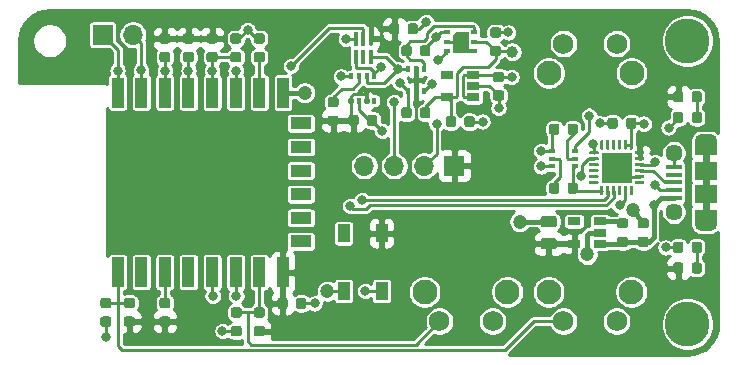
<source format=gbr>
G04 #@! TF.GenerationSoftware,KiCad,Pcbnew,(5.1.6-0-10_14)*
G04 #@! TF.CreationDate,2020-08-16T23:57:55-04:00*
G04 #@! TF.ProjectId,pcb,7063622e-6b69-4636-9164-5f7063625858,rev?*
G04 #@! TF.SameCoordinates,Original*
G04 #@! TF.FileFunction,Copper,L1,Top*
G04 #@! TF.FilePolarity,Positive*
%FSLAX46Y46*%
G04 Gerber Fmt 4.6, Leading zero omitted, Abs format (unit mm)*
G04 Created by KiCad (PCBNEW (5.1.6-0-10_14)) date 2020-08-16 23:57:55*
%MOMM*%
%LPD*%
G01*
G04 APERTURE LIST*
G04 #@! TA.AperFunction,EtchedComponent*
%ADD10C,0.000100*%
G04 #@! TD*
G04 #@! TA.AperFunction,ComponentPad*
%ADD11O,1.700000X1.700000*%
G04 #@! TD*
G04 #@! TA.AperFunction,ComponentPad*
%ADD12R,1.700000X1.700000*%
G04 #@! TD*
G04 #@! TA.AperFunction,SMDPad,CuDef*
%ADD13R,0.350000X0.500000*%
G04 #@! TD*
G04 #@! TA.AperFunction,Conductor*
%ADD14R,0.304800X0.609600*%
G04 #@! TD*
G04 #@! TA.AperFunction,SMDPad,CuDef*
%ADD15R,0.550000X0.400000*%
G04 #@! TD*
G04 #@! TA.AperFunction,SMDPad,CuDef*
%ADD16R,0.420000X0.600000*%
G04 #@! TD*
G04 #@! TA.AperFunction,SMDPad,CuDef*
%ADD17R,0.600000X0.420000*%
G04 #@! TD*
G04 #@! TA.AperFunction,SMDPad,CuDef*
%ADD18R,1.060000X0.650000*%
G04 #@! TD*
G04 #@! TA.AperFunction,ComponentPad*
%ADD19C,2.100000*%
G04 #@! TD*
G04 #@! TA.AperFunction,ComponentPad*
%ADD20C,1.750000*%
G04 #@! TD*
G04 #@! TA.AperFunction,SMDPad,CuDef*
%ADD21R,2.600000X2.600000*%
G04 #@! TD*
G04 #@! TA.AperFunction,SMDPad,CuDef*
%ADD22R,1.000000X1.500000*%
G04 #@! TD*
G04 #@! TA.AperFunction,ComponentPad*
%ADD23C,3.800000*%
G04 #@! TD*
G04 #@! TA.AperFunction,SMDPad,CuDef*
%ADD24R,1.900000X1.200000*%
G04 #@! TD*
G04 #@! TA.AperFunction,ComponentPad*
%ADD25O,1.900000X1.200000*%
G04 #@! TD*
G04 #@! TA.AperFunction,SMDPad,CuDef*
%ADD26R,1.900000X1.500000*%
G04 #@! TD*
G04 #@! TA.AperFunction,ComponentPad*
%ADD27C,1.450000*%
G04 #@! TD*
G04 #@! TA.AperFunction,SMDPad,CuDef*
%ADD28R,1.350000X0.400000*%
G04 #@! TD*
G04 #@! TA.AperFunction,SMDPad,CuDef*
%ADD29R,1.000000X2.500000*%
G04 #@! TD*
G04 #@! TA.AperFunction,SMDPad,CuDef*
%ADD30R,1.800000X1.000000*%
G04 #@! TD*
G04 #@! TA.AperFunction,Conductor*
%ADD31O,0.350000X1.200000*%
G04 #@! TD*
G04 #@! TA.AperFunction,Conductor*
%ADD32R,0.350000X1.200000*%
G04 #@! TD*
G04 #@! TA.AperFunction,ViaPad*
%ADD33C,0.800000*%
G04 #@! TD*
G04 #@! TA.AperFunction,ViaPad*
%ADD34C,1.200000*%
G04 #@! TD*
G04 #@! TA.AperFunction,ViaPad*
%ADD35C,1.000000*%
G04 #@! TD*
G04 #@! TA.AperFunction,Conductor*
%ADD36C,0.250000*%
G04 #@! TD*
G04 #@! TA.AperFunction,Conductor*
%ADD37C,0.400000*%
G04 #@! TD*
G04 #@! TA.AperFunction,Conductor*
%ADD38C,0.600000*%
G04 #@! TD*
G04 #@! TA.AperFunction,Conductor*
%ADD39C,0.450000*%
G04 #@! TD*
G04 #@! TA.AperFunction,Conductor*
%ADD40C,0.254000*%
G04 #@! TD*
G04 APERTURE END LIST*
D10*
G36*
X77125000Y-58950000D02*
G01*
X78375000Y-58950000D01*
X78375000Y-57250000D01*
X77400000Y-57250000D01*
X77125000Y-57525000D01*
X77125000Y-58950000D01*
G37*
X77125000Y-58950000D02*
X78375000Y-58950000D01*
X78375000Y-57250000D01*
X77400000Y-57250000D01*
X77125000Y-57525000D01*
X77125000Y-58950000D01*
D11*
X50040000Y-57500000D03*
D12*
X47500000Y-57500000D03*
G04 #@! TA.AperFunction,SMDPad,CuDef*
G36*
G01*
X67256250Y-63650000D02*
X66743750Y-63650000D01*
G75*
G02*
X66525000Y-63431250I0J218750D01*
G01*
X66525000Y-62993750D01*
G75*
G02*
X66743750Y-62775000I218750J0D01*
G01*
X67256250Y-62775000D01*
G75*
G02*
X67475000Y-62993750I0J-218750D01*
G01*
X67475000Y-63431250D01*
G75*
G02*
X67256250Y-63650000I-218750J0D01*
G01*
G37*
G04 #@! TD.AperFunction*
G04 #@! TA.AperFunction,SMDPad,CuDef*
G36*
G01*
X67256250Y-65225000D02*
X66743750Y-65225000D01*
G75*
G02*
X66525000Y-65006250I0J218750D01*
G01*
X66525000Y-64568750D01*
G75*
G02*
X66743750Y-64350000I218750J0D01*
G01*
X67256250Y-64350000D01*
G75*
G02*
X67475000Y-64568750I0J-218750D01*
G01*
X67475000Y-65006250D01*
G75*
G02*
X67256250Y-65225000I-218750J0D01*
G01*
G37*
G04 #@! TD.AperFunction*
D13*
X70475000Y-63075000D03*
X69825000Y-63075000D03*
X69175000Y-63075000D03*
X68525000Y-63075000D03*
X68525000Y-61025000D03*
X69175000Y-61025000D03*
X69825000Y-61025000D03*
X70475000Y-61025000D03*
D14*
X77750000Y-58100000D03*
D15*
X76600000Y-57300000D03*
X76600000Y-58100000D03*
X76600000Y-58900000D03*
X78900000Y-58900000D03*
X78900000Y-57300000D03*
X78900000Y-58100000D03*
G04 #@! TA.AperFunction,SMDPad,CuDef*
G36*
G01*
X61006250Y-81450000D02*
X60493750Y-81450000D01*
G75*
G02*
X60275000Y-81231250I0J218750D01*
G01*
X60275000Y-80793750D01*
G75*
G02*
X60493750Y-80575000I218750J0D01*
G01*
X61006250Y-80575000D01*
G75*
G02*
X61225000Y-80793750I0J-218750D01*
G01*
X61225000Y-81231250D01*
G75*
G02*
X61006250Y-81450000I-218750J0D01*
G01*
G37*
G04 #@! TD.AperFunction*
G04 #@! TA.AperFunction,SMDPad,CuDef*
G36*
G01*
X61006250Y-83025000D02*
X60493750Y-83025000D01*
G75*
G02*
X60275000Y-82806250I0J218750D01*
G01*
X60275000Y-82368750D01*
G75*
G02*
X60493750Y-82150000I218750J0D01*
G01*
X61006250Y-82150000D01*
G75*
G02*
X61225000Y-82368750I0J-218750D01*
G01*
X61225000Y-82806250D01*
G75*
G02*
X61006250Y-83025000I-218750J0D01*
G01*
G37*
G04 #@! TD.AperFunction*
G04 #@! TA.AperFunction,SMDPad,CuDef*
G36*
G01*
X80743750Y-62200000D02*
X81256250Y-62200000D01*
G75*
G02*
X81475000Y-62418750I0J-218750D01*
G01*
X81475000Y-62856250D01*
G75*
G02*
X81256250Y-63075000I-218750J0D01*
G01*
X80743750Y-63075000D01*
G75*
G02*
X80525000Y-62856250I0J218750D01*
G01*
X80525000Y-62418750D01*
G75*
G02*
X80743750Y-62200000I218750J0D01*
G01*
G37*
G04 #@! TD.AperFunction*
G04 #@! TA.AperFunction,SMDPad,CuDef*
G36*
G01*
X80743750Y-60625000D02*
X81256250Y-60625000D01*
G75*
G02*
X81475000Y-60843750I0J-218750D01*
G01*
X81475000Y-61281250D01*
G75*
G02*
X81256250Y-61500000I-218750J0D01*
G01*
X80743750Y-61500000D01*
G75*
G02*
X80525000Y-61281250I0J218750D01*
G01*
X80525000Y-60843750D01*
G75*
G02*
X80743750Y-60625000I218750J0D01*
G01*
G37*
G04 #@! TD.AperFunction*
G04 #@! TA.AperFunction,SMDPad,CuDef*
G36*
G01*
X54493750Y-58950000D02*
X55006250Y-58950000D01*
G75*
G02*
X55225000Y-59168750I0J-218750D01*
G01*
X55225000Y-59606250D01*
G75*
G02*
X55006250Y-59825000I-218750J0D01*
G01*
X54493750Y-59825000D01*
G75*
G02*
X54275000Y-59606250I0J218750D01*
G01*
X54275000Y-59168750D01*
G75*
G02*
X54493750Y-58950000I218750J0D01*
G01*
G37*
G04 #@! TD.AperFunction*
G04 #@! TA.AperFunction,SMDPad,CuDef*
G36*
G01*
X54493750Y-57375000D02*
X55006250Y-57375000D01*
G75*
G02*
X55225000Y-57593750I0J-218750D01*
G01*
X55225000Y-58031250D01*
G75*
G02*
X55006250Y-58250000I-218750J0D01*
G01*
X54493750Y-58250000D01*
G75*
G02*
X54275000Y-58031250I0J218750D01*
G01*
X54275000Y-57593750D01*
G75*
G02*
X54493750Y-57375000I218750J0D01*
G01*
G37*
G04 #@! TD.AperFunction*
G04 #@! TA.AperFunction,SMDPad,CuDef*
G36*
G01*
X52493750Y-58950000D02*
X53006250Y-58950000D01*
G75*
G02*
X53225000Y-59168750I0J-218750D01*
G01*
X53225000Y-59606250D01*
G75*
G02*
X53006250Y-59825000I-218750J0D01*
G01*
X52493750Y-59825000D01*
G75*
G02*
X52275000Y-59606250I0J218750D01*
G01*
X52275000Y-59168750D01*
G75*
G02*
X52493750Y-58950000I218750J0D01*
G01*
G37*
G04 #@! TD.AperFunction*
G04 #@! TA.AperFunction,SMDPad,CuDef*
G36*
G01*
X52493750Y-57375000D02*
X53006250Y-57375000D01*
G75*
G02*
X53225000Y-57593750I0J-218750D01*
G01*
X53225000Y-58031250D01*
G75*
G02*
X53006250Y-58250000I-218750J0D01*
G01*
X52493750Y-58250000D01*
G75*
G02*
X52275000Y-58031250I0J218750D01*
G01*
X52275000Y-57593750D01*
G75*
G02*
X52493750Y-57375000I218750J0D01*
G01*
G37*
G04 #@! TD.AperFunction*
G04 #@! TA.AperFunction,SMDPad,CuDef*
G36*
G01*
X73650000Y-58593750D02*
X73650000Y-59106250D01*
G75*
G02*
X73431250Y-59325000I-218750J0D01*
G01*
X72993750Y-59325000D01*
G75*
G02*
X72775000Y-59106250I0J218750D01*
G01*
X72775000Y-58593750D01*
G75*
G02*
X72993750Y-58375000I218750J0D01*
G01*
X73431250Y-58375000D01*
G75*
G02*
X73650000Y-58593750I0J-218750D01*
G01*
G37*
G04 #@! TD.AperFunction*
G04 #@! TA.AperFunction,SMDPad,CuDef*
G36*
G01*
X75225000Y-58593750D02*
X75225000Y-59106250D01*
G75*
G02*
X75006250Y-59325000I-218750J0D01*
G01*
X74568750Y-59325000D01*
G75*
G02*
X74350000Y-59106250I0J218750D01*
G01*
X74350000Y-58593750D01*
G75*
G02*
X74568750Y-58375000I218750J0D01*
G01*
X75006250Y-58375000D01*
G75*
G02*
X75225000Y-58593750I0J-218750D01*
G01*
G37*
G04 #@! TD.AperFunction*
G04 #@! TA.AperFunction,SMDPad,CuDef*
G36*
G01*
X73650000Y-63843750D02*
X73650000Y-64356250D01*
G75*
G02*
X73431250Y-64575000I-218750J0D01*
G01*
X72993750Y-64575000D01*
G75*
G02*
X72775000Y-64356250I0J218750D01*
G01*
X72775000Y-63843750D01*
G75*
G02*
X72993750Y-63625000I218750J0D01*
G01*
X73431250Y-63625000D01*
G75*
G02*
X73650000Y-63843750I0J-218750D01*
G01*
G37*
G04 #@! TD.AperFunction*
G04 #@! TA.AperFunction,SMDPad,CuDef*
G36*
G01*
X75225000Y-63843750D02*
X75225000Y-64356250D01*
G75*
G02*
X75006250Y-64575000I-218750J0D01*
G01*
X74568750Y-64575000D01*
G75*
G02*
X74350000Y-64356250I0J218750D01*
G01*
X74350000Y-63843750D01*
G75*
G02*
X74568750Y-63625000I218750J0D01*
G01*
X75006250Y-63625000D01*
G75*
G02*
X75225000Y-63843750I0J-218750D01*
G01*
G37*
G04 #@! TD.AperFunction*
G04 #@! TA.AperFunction,SMDPad,CuDef*
G36*
G01*
X81006250Y-57750000D02*
X80493750Y-57750000D01*
G75*
G02*
X80275000Y-57531250I0J218750D01*
G01*
X80275000Y-57093750D01*
G75*
G02*
X80493750Y-56875000I218750J0D01*
G01*
X81006250Y-56875000D01*
G75*
G02*
X81225000Y-57093750I0J-218750D01*
G01*
X81225000Y-57531250D01*
G75*
G02*
X81006250Y-57750000I-218750J0D01*
G01*
G37*
G04 #@! TD.AperFunction*
G04 #@! TA.AperFunction,SMDPad,CuDef*
G36*
G01*
X81006250Y-59325000D02*
X80493750Y-59325000D01*
G75*
G02*
X80275000Y-59106250I0J218750D01*
G01*
X80275000Y-58668750D01*
G75*
G02*
X80493750Y-58450000I218750J0D01*
G01*
X81006250Y-58450000D01*
G75*
G02*
X81225000Y-58668750I0J-218750D01*
G01*
X81225000Y-59106250D01*
G75*
G02*
X81006250Y-59325000I-218750J0D01*
G01*
G37*
G04 #@! TD.AperFunction*
G04 #@! TA.AperFunction,SMDPad,CuDef*
G36*
G01*
X73300000Y-57256250D02*
X73300000Y-56743750D01*
G75*
G02*
X73518750Y-56525000I218750J0D01*
G01*
X73956250Y-56525000D01*
G75*
G02*
X74175000Y-56743750I0J-218750D01*
G01*
X74175000Y-57256250D01*
G75*
G02*
X73956250Y-57475000I-218750J0D01*
G01*
X73518750Y-57475000D01*
G75*
G02*
X73300000Y-57256250I0J218750D01*
G01*
G37*
G04 #@! TD.AperFunction*
G04 #@! TA.AperFunction,SMDPad,CuDef*
G36*
G01*
X71725000Y-57256250D02*
X71725000Y-56743750D01*
G75*
G02*
X71943750Y-56525000I218750J0D01*
G01*
X72381250Y-56525000D01*
G75*
G02*
X72600000Y-56743750I0J-218750D01*
G01*
X72600000Y-57256250D01*
G75*
G02*
X72381250Y-57475000I-218750J0D01*
G01*
X71943750Y-57475000D01*
G75*
G02*
X71725000Y-57256250I0J218750D01*
G01*
G37*
G04 #@! TD.AperFunction*
G04 #@! TA.AperFunction,SMDPad,CuDef*
G36*
G01*
X69850000Y-65006250D02*
X69850000Y-64493750D01*
G75*
G02*
X70068750Y-64275000I218750J0D01*
G01*
X70506250Y-64275000D01*
G75*
G02*
X70725000Y-64493750I0J-218750D01*
G01*
X70725000Y-65006250D01*
G75*
G02*
X70506250Y-65225000I-218750J0D01*
G01*
X70068750Y-65225000D01*
G75*
G02*
X69850000Y-65006250I0J218750D01*
G01*
G37*
G04 #@! TD.AperFunction*
G04 #@! TA.AperFunction,SMDPad,CuDef*
G36*
G01*
X68275000Y-65006250D02*
X68275000Y-64493750D01*
G75*
G02*
X68493750Y-64275000I218750J0D01*
G01*
X68931250Y-64275000D01*
G75*
G02*
X69150000Y-64493750I0J-218750D01*
G01*
X69150000Y-65006250D01*
G75*
G02*
X68931250Y-65225000I-218750J0D01*
G01*
X68493750Y-65225000D01*
G75*
G02*
X68275000Y-65006250I0J218750D01*
G01*
G37*
G04 #@! TD.AperFunction*
G04 #@! TA.AperFunction,SMDPad,CuDef*
G36*
G01*
X61006250Y-58250000D02*
X60493750Y-58250000D01*
G75*
G02*
X60275000Y-58031250I0J218750D01*
G01*
X60275000Y-57593750D01*
G75*
G02*
X60493750Y-57375000I218750J0D01*
G01*
X61006250Y-57375000D01*
G75*
G02*
X61225000Y-57593750I0J-218750D01*
G01*
X61225000Y-58031250D01*
G75*
G02*
X61006250Y-58250000I-218750J0D01*
G01*
G37*
G04 #@! TD.AperFunction*
G04 #@! TA.AperFunction,SMDPad,CuDef*
G36*
G01*
X61006250Y-59825000D02*
X60493750Y-59825000D01*
G75*
G02*
X60275000Y-59606250I0J218750D01*
G01*
X60275000Y-59168750D01*
G75*
G02*
X60493750Y-58950000I218750J0D01*
G01*
X61006250Y-58950000D01*
G75*
G02*
X61225000Y-59168750I0J-218750D01*
G01*
X61225000Y-59606250D01*
G75*
G02*
X61006250Y-59825000I-218750J0D01*
G01*
G37*
G04 #@! TD.AperFunction*
G04 #@! TA.AperFunction,SMDPad,CuDef*
G36*
G01*
X56493750Y-58950000D02*
X57006250Y-58950000D01*
G75*
G02*
X57225000Y-59168750I0J-218750D01*
G01*
X57225000Y-59606250D01*
G75*
G02*
X57006250Y-59825000I-218750J0D01*
G01*
X56493750Y-59825000D01*
G75*
G02*
X56275000Y-59606250I0J218750D01*
G01*
X56275000Y-59168750D01*
G75*
G02*
X56493750Y-58950000I218750J0D01*
G01*
G37*
G04 #@! TD.AperFunction*
G04 #@! TA.AperFunction,SMDPad,CuDef*
G36*
G01*
X56493750Y-57375000D02*
X57006250Y-57375000D01*
G75*
G02*
X57225000Y-57593750I0J-218750D01*
G01*
X57225000Y-58031250D01*
G75*
G02*
X57006250Y-58250000I-218750J0D01*
G01*
X56493750Y-58250000D01*
G75*
G02*
X56275000Y-58031250I0J218750D01*
G01*
X56275000Y-57593750D01*
G75*
G02*
X56493750Y-57375000I218750J0D01*
G01*
G37*
G04 #@! TD.AperFunction*
G04 #@! TA.AperFunction,SMDPad,CuDef*
G36*
G01*
X53006250Y-80650000D02*
X52493750Y-80650000D01*
G75*
G02*
X52275000Y-80431250I0J218750D01*
G01*
X52275000Y-79993750D01*
G75*
G02*
X52493750Y-79775000I218750J0D01*
G01*
X53006250Y-79775000D01*
G75*
G02*
X53225000Y-79993750I0J-218750D01*
G01*
X53225000Y-80431250D01*
G75*
G02*
X53006250Y-80650000I-218750J0D01*
G01*
G37*
G04 #@! TD.AperFunction*
G04 #@! TA.AperFunction,SMDPad,CuDef*
G36*
G01*
X53006250Y-82225000D02*
X52493750Y-82225000D01*
G75*
G02*
X52275000Y-82006250I0J218750D01*
G01*
X52275000Y-81568750D01*
G75*
G02*
X52493750Y-81350000I218750J0D01*
G01*
X53006250Y-81350000D01*
G75*
G02*
X53225000Y-81568750I0J-218750D01*
G01*
X53225000Y-82006250D01*
G75*
G02*
X53006250Y-82225000I-218750J0D01*
G01*
G37*
G04 #@! TD.AperFunction*
G04 #@! TA.AperFunction,SMDPad,CuDef*
G36*
G01*
X50006250Y-80650000D02*
X49493750Y-80650000D01*
G75*
G02*
X49275000Y-80431250I0J218750D01*
G01*
X49275000Y-79993750D01*
G75*
G02*
X49493750Y-79775000I218750J0D01*
G01*
X50006250Y-79775000D01*
G75*
G02*
X50225000Y-79993750I0J-218750D01*
G01*
X50225000Y-80431250D01*
G75*
G02*
X50006250Y-80650000I-218750J0D01*
G01*
G37*
G04 #@! TD.AperFunction*
G04 #@! TA.AperFunction,SMDPad,CuDef*
G36*
G01*
X50006250Y-82225000D02*
X49493750Y-82225000D01*
G75*
G02*
X49275000Y-82006250I0J218750D01*
G01*
X49275000Y-81568750D01*
G75*
G02*
X49493750Y-81350000I218750J0D01*
G01*
X50006250Y-81350000D01*
G75*
G02*
X50225000Y-81568750I0J-218750D01*
G01*
X50225000Y-82006250D01*
G75*
G02*
X50006250Y-82225000I-218750J0D01*
G01*
G37*
G04 #@! TD.AperFunction*
G04 #@! TA.AperFunction,SMDPad,CuDef*
G36*
G01*
X63850000Y-80506250D02*
X63850000Y-79993750D01*
G75*
G02*
X64068750Y-79775000I218750J0D01*
G01*
X64506250Y-79775000D01*
G75*
G02*
X64725000Y-79993750I0J-218750D01*
G01*
X64725000Y-80506250D01*
G75*
G02*
X64506250Y-80725000I-218750J0D01*
G01*
X64068750Y-80725000D01*
G75*
G02*
X63850000Y-80506250I0J218750D01*
G01*
G37*
G04 #@! TD.AperFunction*
G04 #@! TA.AperFunction,SMDPad,CuDef*
G36*
G01*
X62275000Y-80506250D02*
X62275000Y-79993750D01*
G75*
G02*
X62493750Y-79775000I218750J0D01*
G01*
X62931250Y-79775000D01*
G75*
G02*
X63150000Y-79993750I0J-218750D01*
G01*
X63150000Y-80506250D01*
G75*
G02*
X62931250Y-80725000I-218750J0D01*
G01*
X62493750Y-80725000D01*
G75*
G02*
X62275000Y-80506250I0J218750D01*
G01*
G37*
G04 #@! TD.AperFunction*
G04 #@! TA.AperFunction,SMDPad,CuDef*
G36*
G01*
X96650000Y-75243750D02*
X96650000Y-75756250D01*
G75*
G02*
X96431250Y-75975000I-218750J0D01*
G01*
X95993750Y-75975000D01*
G75*
G02*
X95775000Y-75756250I0J218750D01*
G01*
X95775000Y-75243750D01*
G75*
G02*
X95993750Y-75025000I218750J0D01*
G01*
X96431250Y-75025000D01*
G75*
G02*
X96650000Y-75243750I0J-218750D01*
G01*
G37*
G04 #@! TD.AperFunction*
G04 #@! TA.AperFunction,SMDPad,CuDef*
G36*
G01*
X98225000Y-75243750D02*
X98225000Y-75756250D01*
G75*
G02*
X98006250Y-75975000I-218750J0D01*
G01*
X97568750Y-75975000D01*
G75*
G02*
X97350000Y-75756250I0J218750D01*
G01*
X97350000Y-75243750D01*
G75*
G02*
X97568750Y-75025000I218750J0D01*
G01*
X98006250Y-75025000D01*
G75*
G02*
X98225000Y-75243750I0J-218750D01*
G01*
G37*
G04 #@! TD.AperFunction*
G04 #@! TA.AperFunction,SMDPad,CuDef*
G36*
G01*
X96650000Y-64243750D02*
X96650000Y-64756250D01*
G75*
G02*
X96431250Y-64975000I-218750J0D01*
G01*
X95993750Y-64975000D01*
G75*
G02*
X95775000Y-64756250I0J218750D01*
G01*
X95775000Y-64243750D01*
G75*
G02*
X95993750Y-64025000I218750J0D01*
G01*
X96431250Y-64025000D01*
G75*
G02*
X96650000Y-64243750I0J-218750D01*
G01*
G37*
G04 #@! TD.AperFunction*
G04 #@! TA.AperFunction,SMDPad,CuDef*
G36*
G01*
X98225000Y-64243750D02*
X98225000Y-64756250D01*
G75*
G02*
X98006250Y-64975000I-218750J0D01*
G01*
X97568750Y-64975000D01*
G75*
G02*
X97350000Y-64756250I0J218750D01*
G01*
X97350000Y-64243750D01*
G75*
G02*
X97568750Y-64025000I218750J0D01*
G01*
X98006250Y-64025000D01*
G75*
G02*
X98225000Y-64243750I0J-218750D01*
G01*
G37*
G04 #@! TD.AperFunction*
G04 #@! TA.AperFunction,SMDPad,CuDef*
G36*
G01*
X96650000Y-76993750D02*
X96650000Y-77506250D01*
G75*
G02*
X96431250Y-77725000I-218750J0D01*
G01*
X95993750Y-77725000D01*
G75*
G02*
X95775000Y-77506250I0J218750D01*
G01*
X95775000Y-76993750D01*
G75*
G02*
X95993750Y-76775000I218750J0D01*
G01*
X96431250Y-76775000D01*
G75*
G02*
X96650000Y-76993750I0J-218750D01*
G01*
G37*
G04 #@! TD.AperFunction*
G04 #@! TA.AperFunction,SMDPad,CuDef*
G36*
G01*
X98225000Y-76993750D02*
X98225000Y-77506250D01*
G75*
G02*
X98006250Y-77725000I-218750J0D01*
G01*
X97568750Y-77725000D01*
G75*
G02*
X97350000Y-77506250I0J218750D01*
G01*
X97350000Y-76993750D01*
G75*
G02*
X97568750Y-76775000I218750J0D01*
G01*
X98006250Y-76775000D01*
G75*
G02*
X98225000Y-76993750I0J-218750D01*
G01*
G37*
G04 #@! TD.AperFunction*
G04 #@! TA.AperFunction,SMDPad,CuDef*
G36*
G01*
X96650000Y-62493750D02*
X96650000Y-63006250D01*
G75*
G02*
X96431250Y-63225000I-218750J0D01*
G01*
X95993750Y-63225000D01*
G75*
G02*
X95775000Y-63006250I0J218750D01*
G01*
X95775000Y-62493750D01*
G75*
G02*
X95993750Y-62275000I218750J0D01*
G01*
X96431250Y-62275000D01*
G75*
G02*
X96650000Y-62493750I0J-218750D01*
G01*
G37*
G04 #@! TD.AperFunction*
G04 #@! TA.AperFunction,SMDPad,CuDef*
G36*
G01*
X98225000Y-62493750D02*
X98225000Y-63006250D01*
G75*
G02*
X98006250Y-63225000I-218750J0D01*
G01*
X97568750Y-63225000D01*
G75*
G02*
X97350000Y-63006250I0J218750D01*
G01*
X97350000Y-62493750D01*
G75*
G02*
X97568750Y-62275000I218750J0D01*
G01*
X98006250Y-62275000D01*
G75*
G02*
X98225000Y-62493750I0J-218750D01*
G01*
G37*
G04 #@! TD.AperFunction*
D16*
X74650000Y-62300000D03*
X74000000Y-62300000D03*
X73350000Y-62300000D03*
X74650000Y-60400000D03*
X74000000Y-60400000D03*
X73350000Y-60400000D03*
D17*
X87450000Y-67350000D03*
X87450000Y-68000000D03*
X87450000Y-68650000D03*
X85550000Y-67350000D03*
X85550000Y-68000000D03*
X85550000Y-68650000D03*
D18*
X87400000Y-75200000D03*
X87400000Y-73300000D03*
X89600000Y-73300000D03*
X89600000Y-74250000D03*
X89600000Y-75200000D03*
D19*
X81750000Y-79260000D03*
D20*
X80500000Y-81750000D03*
X76000000Y-81750000D03*
D19*
X74740000Y-79260000D03*
D11*
X69630000Y-68600000D03*
X72170000Y-68600000D03*
X74710000Y-68600000D03*
D12*
X77250000Y-68600000D03*
G04 #@! TA.AperFunction,SMDPad,CuDef*
G36*
G01*
X59006250Y-58250000D02*
X58493750Y-58250000D01*
G75*
G02*
X58275000Y-58031250I0J218750D01*
G01*
X58275000Y-57593750D01*
G75*
G02*
X58493750Y-57375000I218750J0D01*
G01*
X59006250Y-57375000D01*
G75*
G02*
X59225000Y-57593750I0J-218750D01*
G01*
X59225000Y-58031250D01*
G75*
G02*
X59006250Y-58250000I-218750J0D01*
G01*
G37*
G04 #@! TD.AperFunction*
G04 #@! TA.AperFunction,SMDPad,CuDef*
G36*
G01*
X59006250Y-59825000D02*
X58493750Y-59825000D01*
G75*
G02*
X58275000Y-59606250I0J218750D01*
G01*
X58275000Y-59168750D01*
G75*
G02*
X58493750Y-58950000I218750J0D01*
G01*
X59006250Y-58950000D01*
G75*
G02*
X59225000Y-59168750I0J-218750D01*
G01*
X59225000Y-59606250D01*
G75*
G02*
X59006250Y-59825000I-218750J0D01*
G01*
G37*
G04 #@! TD.AperFunction*
D21*
X91000000Y-68750000D03*
G04 #@! TA.AperFunction,SMDPad,CuDef*
G36*
G01*
X92375000Y-70337500D02*
X92375000Y-71037500D01*
G75*
G02*
X92312500Y-71100000I-62500J0D01*
G01*
X92187500Y-71100000D01*
G75*
G02*
X92125000Y-71037500I0J62500D01*
G01*
X92125000Y-70337500D01*
G75*
G02*
X92187500Y-70275000I62500J0D01*
G01*
X92312500Y-70275000D01*
G75*
G02*
X92375000Y-70337500I0J-62500D01*
G01*
G37*
G04 #@! TD.AperFunction*
G04 #@! TA.AperFunction,SMDPad,CuDef*
G36*
G01*
X91875000Y-70337500D02*
X91875000Y-71037500D01*
G75*
G02*
X91812500Y-71100000I-62500J0D01*
G01*
X91687500Y-71100000D01*
G75*
G02*
X91625000Y-71037500I0J62500D01*
G01*
X91625000Y-70337500D01*
G75*
G02*
X91687500Y-70275000I62500J0D01*
G01*
X91812500Y-70275000D01*
G75*
G02*
X91875000Y-70337500I0J-62500D01*
G01*
G37*
G04 #@! TD.AperFunction*
G04 #@! TA.AperFunction,SMDPad,CuDef*
G36*
G01*
X91375000Y-70337500D02*
X91375000Y-71037500D01*
G75*
G02*
X91312500Y-71100000I-62500J0D01*
G01*
X91187500Y-71100000D01*
G75*
G02*
X91125000Y-71037500I0J62500D01*
G01*
X91125000Y-70337500D01*
G75*
G02*
X91187500Y-70275000I62500J0D01*
G01*
X91312500Y-70275000D01*
G75*
G02*
X91375000Y-70337500I0J-62500D01*
G01*
G37*
G04 #@! TD.AperFunction*
G04 #@! TA.AperFunction,SMDPad,CuDef*
G36*
G01*
X90875000Y-70337500D02*
X90875000Y-71037500D01*
G75*
G02*
X90812500Y-71100000I-62500J0D01*
G01*
X90687500Y-71100000D01*
G75*
G02*
X90625000Y-71037500I0J62500D01*
G01*
X90625000Y-70337500D01*
G75*
G02*
X90687500Y-70275000I62500J0D01*
G01*
X90812500Y-70275000D01*
G75*
G02*
X90875000Y-70337500I0J-62500D01*
G01*
G37*
G04 #@! TD.AperFunction*
G04 #@! TA.AperFunction,SMDPad,CuDef*
G36*
G01*
X90375000Y-70337500D02*
X90375000Y-71037500D01*
G75*
G02*
X90312500Y-71100000I-62500J0D01*
G01*
X90187500Y-71100000D01*
G75*
G02*
X90125000Y-71037500I0J62500D01*
G01*
X90125000Y-70337500D01*
G75*
G02*
X90187500Y-70275000I62500J0D01*
G01*
X90312500Y-70275000D01*
G75*
G02*
X90375000Y-70337500I0J-62500D01*
G01*
G37*
G04 #@! TD.AperFunction*
G04 #@! TA.AperFunction,SMDPad,CuDef*
G36*
G01*
X89875000Y-70337500D02*
X89875000Y-71037500D01*
G75*
G02*
X89812500Y-71100000I-62500J0D01*
G01*
X89687500Y-71100000D01*
G75*
G02*
X89625000Y-71037500I0J62500D01*
G01*
X89625000Y-70337500D01*
G75*
G02*
X89687500Y-70275000I62500J0D01*
G01*
X89812500Y-70275000D01*
G75*
G02*
X89875000Y-70337500I0J-62500D01*
G01*
G37*
G04 #@! TD.AperFunction*
G04 #@! TA.AperFunction,SMDPad,CuDef*
G36*
G01*
X89475000Y-69937500D02*
X89475000Y-70062500D01*
G75*
G02*
X89412500Y-70125000I-62500J0D01*
G01*
X88712500Y-70125000D01*
G75*
G02*
X88650000Y-70062500I0J62500D01*
G01*
X88650000Y-69937500D01*
G75*
G02*
X88712500Y-69875000I62500J0D01*
G01*
X89412500Y-69875000D01*
G75*
G02*
X89475000Y-69937500I0J-62500D01*
G01*
G37*
G04 #@! TD.AperFunction*
G04 #@! TA.AperFunction,SMDPad,CuDef*
G36*
G01*
X89475000Y-69437500D02*
X89475000Y-69562500D01*
G75*
G02*
X89412500Y-69625000I-62500J0D01*
G01*
X88712500Y-69625000D01*
G75*
G02*
X88650000Y-69562500I0J62500D01*
G01*
X88650000Y-69437500D01*
G75*
G02*
X88712500Y-69375000I62500J0D01*
G01*
X89412500Y-69375000D01*
G75*
G02*
X89475000Y-69437500I0J-62500D01*
G01*
G37*
G04 #@! TD.AperFunction*
G04 #@! TA.AperFunction,SMDPad,CuDef*
G36*
G01*
X89475000Y-68937500D02*
X89475000Y-69062500D01*
G75*
G02*
X89412500Y-69125000I-62500J0D01*
G01*
X88712500Y-69125000D01*
G75*
G02*
X88650000Y-69062500I0J62500D01*
G01*
X88650000Y-68937500D01*
G75*
G02*
X88712500Y-68875000I62500J0D01*
G01*
X89412500Y-68875000D01*
G75*
G02*
X89475000Y-68937500I0J-62500D01*
G01*
G37*
G04 #@! TD.AperFunction*
G04 #@! TA.AperFunction,SMDPad,CuDef*
G36*
G01*
X89475000Y-68437500D02*
X89475000Y-68562500D01*
G75*
G02*
X89412500Y-68625000I-62500J0D01*
G01*
X88712500Y-68625000D01*
G75*
G02*
X88650000Y-68562500I0J62500D01*
G01*
X88650000Y-68437500D01*
G75*
G02*
X88712500Y-68375000I62500J0D01*
G01*
X89412500Y-68375000D01*
G75*
G02*
X89475000Y-68437500I0J-62500D01*
G01*
G37*
G04 #@! TD.AperFunction*
G04 #@! TA.AperFunction,SMDPad,CuDef*
G36*
G01*
X89475000Y-67937500D02*
X89475000Y-68062500D01*
G75*
G02*
X89412500Y-68125000I-62500J0D01*
G01*
X88712500Y-68125000D01*
G75*
G02*
X88650000Y-68062500I0J62500D01*
G01*
X88650000Y-67937500D01*
G75*
G02*
X88712500Y-67875000I62500J0D01*
G01*
X89412500Y-67875000D01*
G75*
G02*
X89475000Y-67937500I0J-62500D01*
G01*
G37*
G04 #@! TD.AperFunction*
G04 #@! TA.AperFunction,SMDPad,CuDef*
G36*
G01*
X89475000Y-67437500D02*
X89475000Y-67562500D01*
G75*
G02*
X89412500Y-67625000I-62500J0D01*
G01*
X88712500Y-67625000D01*
G75*
G02*
X88650000Y-67562500I0J62500D01*
G01*
X88650000Y-67437500D01*
G75*
G02*
X88712500Y-67375000I62500J0D01*
G01*
X89412500Y-67375000D01*
G75*
G02*
X89475000Y-67437500I0J-62500D01*
G01*
G37*
G04 #@! TD.AperFunction*
G04 #@! TA.AperFunction,SMDPad,CuDef*
G36*
G01*
X89875000Y-66462500D02*
X89875000Y-67162500D01*
G75*
G02*
X89812500Y-67225000I-62500J0D01*
G01*
X89687500Y-67225000D01*
G75*
G02*
X89625000Y-67162500I0J62500D01*
G01*
X89625000Y-66462500D01*
G75*
G02*
X89687500Y-66400000I62500J0D01*
G01*
X89812500Y-66400000D01*
G75*
G02*
X89875000Y-66462500I0J-62500D01*
G01*
G37*
G04 #@! TD.AperFunction*
G04 #@! TA.AperFunction,SMDPad,CuDef*
G36*
G01*
X90375000Y-66462500D02*
X90375000Y-67162500D01*
G75*
G02*
X90312500Y-67225000I-62500J0D01*
G01*
X90187500Y-67225000D01*
G75*
G02*
X90125000Y-67162500I0J62500D01*
G01*
X90125000Y-66462500D01*
G75*
G02*
X90187500Y-66400000I62500J0D01*
G01*
X90312500Y-66400000D01*
G75*
G02*
X90375000Y-66462500I0J-62500D01*
G01*
G37*
G04 #@! TD.AperFunction*
G04 #@! TA.AperFunction,SMDPad,CuDef*
G36*
G01*
X90875000Y-66462500D02*
X90875000Y-67162500D01*
G75*
G02*
X90812500Y-67225000I-62500J0D01*
G01*
X90687500Y-67225000D01*
G75*
G02*
X90625000Y-67162500I0J62500D01*
G01*
X90625000Y-66462500D01*
G75*
G02*
X90687500Y-66400000I62500J0D01*
G01*
X90812500Y-66400000D01*
G75*
G02*
X90875000Y-66462500I0J-62500D01*
G01*
G37*
G04 #@! TD.AperFunction*
G04 #@! TA.AperFunction,SMDPad,CuDef*
G36*
G01*
X91375000Y-66462500D02*
X91375000Y-67162500D01*
G75*
G02*
X91312500Y-67225000I-62500J0D01*
G01*
X91187500Y-67225000D01*
G75*
G02*
X91125000Y-67162500I0J62500D01*
G01*
X91125000Y-66462500D01*
G75*
G02*
X91187500Y-66400000I62500J0D01*
G01*
X91312500Y-66400000D01*
G75*
G02*
X91375000Y-66462500I0J-62500D01*
G01*
G37*
G04 #@! TD.AperFunction*
G04 #@! TA.AperFunction,SMDPad,CuDef*
G36*
G01*
X91875000Y-66462500D02*
X91875000Y-67162500D01*
G75*
G02*
X91812500Y-67225000I-62500J0D01*
G01*
X91687500Y-67225000D01*
G75*
G02*
X91625000Y-67162500I0J62500D01*
G01*
X91625000Y-66462500D01*
G75*
G02*
X91687500Y-66400000I62500J0D01*
G01*
X91812500Y-66400000D01*
G75*
G02*
X91875000Y-66462500I0J-62500D01*
G01*
G37*
G04 #@! TD.AperFunction*
G04 #@! TA.AperFunction,SMDPad,CuDef*
G36*
G01*
X92375000Y-66462500D02*
X92375000Y-67162500D01*
G75*
G02*
X92312500Y-67225000I-62500J0D01*
G01*
X92187500Y-67225000D01*
G75*
G02*
X92125000Y-67162500I0J62500D01*
G01*
X92125000Y-66462500D01*
G75*
G02*
X92187500Y-66400000I62500J0D01*
G01*
X92312500Y-66400000D01*
G75*
G02*
X92375000Y-66462500I0J-62500D01*
G01*
G37*
G04 #@! TD.AperFunction*
G04 #@! TA.AperFunction,SMDPad,CuDef*
G36*
G01*
X93350000Y-67437500D02*
X93350000Y-67562500D01*
G75*
G02*
X93287500Y-67625000I-62500J0D01*
G01*
X92587500Y-67625000D01*
G75*
G02*
X92525000Y-67562500I0J62500D01*
G01*
X92525000Y-67437500D01*
G75*
G02*
X92587500Y-67375000I62500J0D01*
G01*
X93287500Y-67375000D01*
G75*
G02*
X93350000Y-67437500I0J-62500D01*
G01*
G37*
G04 #@! TD.AperFunction*
G04 #@! TA.AperFunction,SMDPad,CuDef*
G36*
G01*
X93350000Y-67937500D02*
X93350000Y-68062500D01*
G75*
G02*
X93287500Y-68125000I-62500J0D01*
G01*
X92587500Y-68125000D01*
G75*
G02*
X92525000Y-68062500I0J62500D01*
G01*
X92525000Y-67937500D01*
G75*
G02*
X92587500Y-67875000I62500J0D01*
G01*
X93287500Y-67875000D01*
G75*
G02*
X93350000Y-67937500I0J-62500D01*
G01*
G37*
G04 #@! TD.AperFunction*
G04 #@! TA.AperFunction,SMDPad,CuDef*
G36*
G01*
X93350000Y-68437500D02*
X93350000Y-68562500D01*
G75*
G02*
X93287500Y-68625000I-62500J0D01*
G01*
X92587500Y-68625000D01*
G75*
G02*
X92525000Y-68562500I0J62500D01*
G01*
X92525000Y-68437500D01*
G75*
G02*
X92587500Y-68375000I62500J0D01*
G01*
X93287500Y-68375000D01*
G75*
G02*
X93350000Y-68437500I0J-62500D01*
G01*
G37*
G04 #@! TD.AperFunction*
G04 #@! TA.AperFunction,SMDPad,CuDef*
G36*
G01*
X93350000Y-68937500D02*
X93350000Y-69062500D01*
G75*
G02*
X93287500Y-69125000I-62500J0D01*
G01*
X92587500Y-69125000D01*
G75*
G02*
X92525000Y-69062500I0J62500D01*
G01*
X92525000Y-68937500D01*
G75*
G02*
X92587500Y-68875000I62500J0D01*
G01*
X93287500Y-68875000D01*
G75*
G02*
X93350000Y-68937500I0J-62500D01*
G01*
G37*
G04 #@! TD.AperFunction*
G04 #@! TA.AperFunction,SMDPad,CuDef*
G36*
G01*
X93350000Y-69437500D02*
X93350000Y-69562500D01*
G75*
G02*
X93287500Y-69625000I-62500J0D01*
G01*
X92587500Y-69625000D01*
G75*
G02*
X92525000Y-69562500I0J62500D01*
G01*
X92525000Y-69437500D01*
G75*
G02*
X92587500Y-69375000I62500J0D01*
G01*
X93287500Y-69375000D01*
G75*
G02*
X93350000Y-69437500I0J-62500D01*
G01*
G37*
G04 #@! TD.AperFunction*
G04 #@! TA.AperFunction,SMDPad,CuDef*
G36*
G01*
X93350000Y-69937500D02*
X93350000Y-70062500D01*
G75*
G02*
X93287500Y-70125000I-62500J0D01*
G01*
X92587500Y-70125000D01*
G75*
G02*
X92525000Y-70062500I0J62500D01*
G01*
X92525000Y-69937500D01*
G75*
G02*
X92587500Y-69875000I62500J0D01*
G01*
X93287500Y-69875000D01*
G75*
G02*
X93350000Y-69937500I0J-62500D01*
G01*
G37*
G04 #@! TD.AperFunction*
D18*
X76650000Y-62800000D03*
X76650000Y-60900000D03*
X78850000Y-60900000D03*
X78850000Y-61850000D03*
X78850000Y-62800000D03*
G04 #@! TA.AperFunction,SMDPad,CuDef*
G36*
G01*
X86850000Y-70756250D02*
X86850000Y-70243750D01*
G75*
G02*
X87068750Y-70025000I218750J0D01*
G01*
X87506250Y-70025000D01*
G75*
G02*
X87725000Y-70243750I0J-218750D01*
G01*
X87725000Y-70756250D01*
G75*
G02*
X87506250Y-70975000I-218750J0D01*
G01*
X87068750Y-70975000D01*
G75*
G02*
X86850000Y-70756250I0J218750D01*
G01*
G37*
G04 #@! TD.AperFunction*
G04 #@! TA.AperFunction,SMDPad,CuDef*
G36*
G01*
X85275000Y-70756250D02*
X85275000Y-70243750D01*
G75*
G02*
X85493750Y-70025000I218750J0D01*
G01*
X85931250Y-70025000D01*
G75*
G02*
X86150000Y-70243750I0J-218750D01*
G01*
X86150000Y-70756250D01*
G75*
G02*
X85931250Y-70975000I-218750J0D01*
G01*
X85493750Y-70975000D01*
G75*
G02*
X85275000Y-70756250I0J218750D01*
G01*
G37*
G04 #@! TD.AperFunction*
G04 #@! TA.AperFunction,SMDPad,CuDef*
G36*
G01*
X86150000Y-65243750D02*
X86150000Y-65756250D01*
G75*
G02*
X85931250Y-65975000I-218750J0D01*
G01*
X85493750Y-65975000D01*
G75*
G02*
X85275000Y-65756250I0J218750D01*
G01*
X85275000Y-65243750D01*
G75*
G02*
X85493750Y-65025000I218750J0D01*
G01*
X85931250Y-65025000D01*
G75*
G02*
X86150000Y-65243750I0J-218750D01*
G01*
G37*
G04 #@! TD.AperFunction*
G04 #@! TA.AperFunction,SMDPad,CuDef*
G36*
G01*
X87725000Y-65243750D02*
X87725000Y-65756250D01*
G75*
G02*
X87506250Y-65975000I-218750J0D01*
G01*
X87068750Y-65975000D01*
G75*
G02*
X86850000Y-65756250I0J218750D01*
G01*
X86850000Y-65243750D01*
G75*
G02*
X87068750Y-65025000I218750J0D01*
G01*
X87506250Y-65025000D01*
G75*
G02*
X87725000Y-65243750I0J-218750D01*
G01*
G37*
G04 #@! TD.AperFunction*
G04 #@! TA.AperFunction,SMDPad,CuDef*
G36*
G01*
X91756250Y-73900000D02*
X91243750Y-73900000D01*
G75*
G02*
X91025000Y-73681250I0J218750D01*
G01*
X91025000Y-73243750D01*
G75*
G02*
X91243750Y-73025000I218750J0D01*
G01*
X91756250Y-73025000D01*
G75*
G02*
X91975000Y-73243750I0J-218750D01*
G01*
X91975000Y-73681250D01*
G75*
G02*
X91756250Y-73900000I-218750J0D01*
G01*
G37*
G04 #@! TD.AperFunction*
G04 #@! TA.AperFunction,SMDPad,CuDef*
G36*
G01*
X91756250Y-75475000D02*
X91243750Y-75475000D01*
G75*
G02*
X91025000Y-75256250I0J218750D01*
G01*
X91025000Y-74818750D01*
G75*
G02*
X91243750Y-74600000I218750J0D01*
G01*
X91756250Y-74600000D01*
G75*
G02*
X91975000Y-74818750I0J-218750D01*
G01*
X91975000Y-75256250D01*
G75*
G02*
X91756250Y-75475000I-218750J0D01*
G01*
G37*
G04 #@! TD.AperFunction*
D22*
X71100000Y-74300000D03*
X67900000Y-74300000D03*
X71100000Y-79200000D03*
X67900000Y-79200000D03*
G04 #@! TA.AperFunction,SMDPad,CuDef*
G36*
G01*
X78100000Y-65106250D02*
X78100000Y-64593750D01*
G75*
G02*
X78318750Y-64375000I218750J0D01*
G01*
X78756250Y-64375000D01*
G75*
G02*
X78975000Y-64593750I0J-218750D01*
G01*
X78975000Y-65106250D01*
G75*
G02*
X78756250Y-65325000I-218750J0D01*
G01*
X78318750Y-65325000D01*
G75*
G02*
X78100000Y-65106250I0J218750D01*
G01*
G37*
G04 #@! TD.AperFunction*
G04 #@! TA.AperFunction,SMDPad,CuDef*
G36*
G01*
X76525000Y-65106250D02*
X76525000Y-64593750D01*
G75*
G02*
X76743750Y-64375000I218750J0D01*
G01*
X77181250Y-64375000D01*
G75*
G02*
X77400000Y-64593750I0J-218750D01*
G01*
X77400000Y-65106250D01*
G75*
G02*
X77181250Y-65325000I-218750J0D01*
G01*
X76743750Y-65325000D01*
G75*
G02*
X76525000Y-65106250I0J218750D01*
G01*
G37*
G04 #@! TD.AperFunction*
G04 #@! TA.AperFunction,SMDPad,CuDef*
G36*
G01*
X93506250Y-73900000D02*
X92993750Y-73900000D01*
G75*
G02*
X92775000Y-73681250I0J218750D01*
G01*
X92775000Y-73243750D01*
G75*
G02*
X92993750Y-73025000I218750J0D01*
G01*
X93506250Y-73025000D01*
G75*
G02*
X93725000Y-73243750I0J-218750D01*
G01*
X93725000Y-73681250D01*
G75*
G02*
X93506250Y-73900000I-218750J0D01*
G01*
G37*
G04 #@! TD.AperFunction*
G04 #@! TA.AperFunction,SMDPad,CuDef*
G36*
G01*
X93506250Y-75475000D02*
X92993750Y-75475000D01*
G75*
G02*
X92775000Y-75256250I0J218750D01*
G01*
X92775000Y-74818750D01*
G75*
G02*
X92993750Y-74600000I218750J0D01*
G01*
X93506250Y-74600000D01*
G75*
G02*
X93725000Y-74818750I0J-218750D01*
G01*
X93725000Y-75256250D01*
G75*
G02*
X93506250Y-75475000I-218750J0D01*
G01*
G37*
G04 #@! TD.AperFunction*
G04 #@! TA.AperFunction,SMDPad,CuDef*
G36*
G01*
X58543750Y-82150000D02*
X59056250Y-82150000D01*
G75*
G02*
X59275000Y-82368750I0J-218750D01*
G01*
X59275000Y-82806250D01*
G75*
G02*
X59056250Y-83025000I-218750J0D01*
G01*
X58543750Y-83025000D01*
G75*
G02*
X58325000Y-82806250I0J218750D01*
G01*
X58325000Y-82368750D01*
G75*
G02*
X58543750Y-82150000I218750J0D01*
G01*
G37*
G04 #@! TD.AperFunction*
G04 #@! TA.AperFunction,SMDPad,CuDef*
G36*
G01*
X58543750Y-80575000D02*
X59056250Y-80575000D01*
G75*
G02*
X59275000Y-80793750I0J-218750D01*
G01*
X59275000Y-81231250D01*
G75*
G02*
X59056250Y-81450000I-218750J0D01*
G01*
X58543750Y-81450000D01*
G75*
G02*
X58325000Y-81231250I0J218750D01*
G01*
X58325000Y-80793750D01*
G75*
G02*
X58543750Y-80575000I218750J0D01*
G01*
G37*
G04 #@! TD.AperFunction*
G04 #@! TA.AperFunction,SMDPad,CuDef*
G36*
G01*
X47493750Y-81350000D02*
X48006250Y-81350000D01*
G75*
G02*
X48225000Y-81568750I0J-218750D01*
G01*
X48225000Y-82006250D01*
G75*
G02*
X48006250Y-82225000I-218750J0D01*
G01*
X47493750Y-82225000D01*
G75*
G02*
X47275000Y-82006250I0J218750D01*
G01*
X47275000Y-81568750D01*
G75*
G02*
X47493750Y-81350000I218750J0D01*
G01*
G37*
G04 #@! TD.AperFunction*
G04 #@! TA.AperFunction,SMDPad,CuDef*
G36*
G01*
X47493750Y-79775000D02*
X48006250Y-79775000D01*
G75*
G02*
X48225000Y-79993750I0J-218750D01*
G01*
X48225000Y-80431250D01*
G75*
G02*
X48006250Y-80650000I-218750J0D01*
G01*
X47493750Y-80650000D01*
G75*
G02*
X47275000Y-80431250I0J218750D01*
G01*
X47275000Y-79993750D01*
G75*
G02*
X47493750Y-79775000I218750J0D01*
G01*
G37*
G04 #@! TD.AperFunction*
G04 #@! TA.AperFunction,SMDPad,CuDef*
G36*
G01*
X85706250Y-73800000D02*
X84793750Y-73800000D01*
G75*
G02*
X84550000Y-73556250I0J243750D01*
G01*
X84550000Y-73068750D01*
G75*
G02*
X84793750Y-72825000I243750J0D01*
G01*
X85706250Y-72825000D01*
G75*
G02*
X85950000Y-73068750I0J-243750D01*
G01*
X85950000Y-73556250D01*
G75*
G02*
X85706250Y-73800000I-243750J0D01*
G01*
G37*
G04 #@! TD.AperFunction*
G04 #@! TA.AperFunction,SMDPad,CuDef*
G36*
G01*
X85706250Y-75675000D02*
X84793750Y-75675000D01*
G75*
G02*
X84550000Y-75431250I0J243750D01*
G01*
X84550000Y-74943750D01*
G75*
G02*
X84793750Y-74700000I243750J0D01*
G01*
X85706250Y-74700000D01*
G75*
G02*
X85950000Y-74943750I0J-243750D01*
G01*
X85950000Y-75431250D01*
G75*
G02*
X85706250Y-75675000I-243750J0D01*
G01*
G37*
G04 #@! TD.AperFunction*
D23*
X97000000Y-82000000D03*
X97000000Y-58000000D03*
D19*
X92250000Y-79260000D03*
D20*
X91000000Y-81750000D03*
X86500000Y-81750000D03*
D19*
X85240000Y-79260000D03*
X85250000Y-60740000D03*
D20*
X86500000Y-58250000D03*
X91000000Y-58250000D03*
D19*
X92260000Y-60740000D03*
D24*
X98547500Y-72900000D03*
X98547500Y-67100000D03*
D25*
X98547500Y-66500000D03*
X98547500Y-73500000D03*
D26*
X98547500Y-71000000D03*
D27*
X95847500Y-67500000D03*
D28*
X95847500Y-70000000D03*
X95847500Y-69350000D03*
X95847500Y-68700000D03*
X95847500Y-71300000D03*
X95847500Y-70650000D03*
D27*
X95847500Y-72500000D03*
D26*
X98547500Y-69000000D03*
D29*
X48750000Y-62400000D03*
X50750000Y-62400000D03*
X52750000Y-62400000D03*
X54750000Y-62400000D03*
X56750000Y-62400000D03*
X58750000Y-62400000D03*
X60750000Y-62400000D03*
X62750000Y-62400000D03*
D30*
X64250000Y-65000000D03*
X64250000Y-67000000D03*
X64250000Y-69000000D03*
X64250000Y-71000000D03*
X64250000Y-73000000D03*
X64250000Y-75000000D03*
D29*
X62750000Y-77600000D03*
X60750000Y-77600000D03*
X58750000Y-77600000D03*
X56750000Y-77600000D03*
X54750000Y-77600000D03*
X52750000Y-77600000D03*
X50750000Y-77600000D03*
X48750000Y-77600000D03*
G04 #@! TA.AperFunction,SMDPad,CuDef*
G36*
G01*
X92675000Y-64743750D02*
X92675000Y-65256250D01*
G75*
G02*
X92456250Y-65475000I-218750J0D01*
G01*
X92018750Y-65475000D01*
G75*
G02*
X91800000Y-65256250I0J218750D01*
G01*
X91800000Y-64743750D01*
G75*
G02*
X92018750Y-64525000I218750J0D01*
G01*
X92456250Y-64525000D01*
G75*
G02*
X92675000Y-64743750I0J-218750D01*
G01*
G37*
G04 #@! TD.AperFunction*
G04 #@! TA.AperFunction,SMDPad,CuDef*
G36*
G01*
X91100000Y-64743750D02*
X91100000Y-65256250D01*
G75*
G02*
X90881250Y-65475000I-218750J0D01*
G01*
X90443750Y-65475000D01*
G75*
G02*
X90225000Y-65256250I0J218750D01*
G01*
X90225000Y-64743750D01*
G75*
G02*
X90443750Y-64525000I218750J0D01*
G01*
X90881250Y-64525000D01*
G75*
G02*
X91100000Y-64743750I0J-218750D01*
G01*
G37*
G04 #@! TD.AperFunction*
D31*
X70200000Y-57850000D03*
D32*
X69550000Y-57850000D03*
X68900000Y-57850000D03*
X68900000Y-59350000D03*
X69550000Y-59350000D03*
X70200000Y-59350000D03*
D33*
X94125000Y-71947500D03*
X93300000Y-65025000D03*
X82100000Y-61075000D03*
X74875000Y-56400000D03*
X47750000Y-83050000D03*
X90250000Y-69500000D03*
X90250000Y-68000000D03*
X91750000Y-68000000D03*
D34*
X88500000Y-76100000D03*
D33*
X89600000Y-65000000D03*
D34*
X92375000Y-72375000D03*
D33*
X77750000Y-58100000D03*
X81825000Y-57300000D03*
X79650000Y-64850000D03*
X81000000Y-63700000D03*
X67650000Y-61025000D03*
D34*
X66500000Y-79200000D03*
D33*
X71150000Y-65650000D03*
X68075000Y-57850000D03*
X59750000Y-57100000D03*
X57625000Y-82600000D03*
X65425000Y-80250000D03*
X91750000Y-69500000D03*
D34*
X82804000Y-73312500D03*
X64600000Y-62400000D03*
D33*
X66000000Y-74250000D03*
X68453000Y-72009000D03*
X50750000Y-60502000D03*
X48750000Y-60525000D03*
X69469000Y-71501000D03*
X84625000Y-68650000D03*
X88650000Y-64350000D03*
X56750000Y-60525000D03*
X52750000Y-60525000D03*
X72500000Y-60400000D03*
X72170000Y-63205000D03*
X54750000Y-60525000D03*
X75750000Y-65050000D03*
X75400000Y-61650000D03*
X71025000Y-60225000D03*
X58800000Y-79600000D03*
X69725001Y-79200000D03*
D35*
X82169000Y-58928000D03*
D33*
X75700000Y-57700000D03*
X84625000Y-67350000D03*
X91250000Y-71950000D03*
X75875000Y-59650000D03*
X72675000Y-61575000D03*
X58750000Y-60525000D03*
X63436500Y-60134500D03*
X95150000Y-75500000D03*
X88025000Y-69450000D03*
X89000000Y-66750000D03*
X95400000Y-65350000D03*
X94250000Y-68250000D03*
X94250000Y-70250000D03*
X56800000Y-79600000D03*
D36*
X92250000Y-65012500D02*
X92237500Y-65000000D01*
X92250000Y-66812500D02*
X92250000Y-65012500D01*
X91750000Y-66812500D02*
X92250000Y-66812500D01*
D37*
X91337500Y-75200000D02*
X91500000Y-75037500D01*
X89600000Y-75200000D02*
X91337500Y-75200000D01*
X91500000Y-75037500D02*
X93250000Y-75037500D01*
X94125000Y-74637500D02*
X94125000Y-71947500D01*
X93725000Y-75037500D02*
X94125000Y-74637500D01*
X93250000Y-75037500D02*
X93725000Y-75037500D01*
D36*
X93275000Y-65000000D02*
X93300000Y-65025000D01*
X92237500Y-65000000D02*
X93275000Y-65000000D01*
X82087500Y-61062500D02*
X82100000Y-61075000D01*
X81000000Y-61062500D02*
X82087500Y-61062500D01*
X80837500Y-60900000D02*
X81000000Y-61062500D01*
X78850000Y-60900000D02*
X80837500Y-60900000D01*
X78070000Y-62800000D02*
X77975000Y-62705000D01*
X78850000Y-62800000D02*
X78070000Y-62800000D01*
X78070000Y-60900000D02*
X78850000Y-60900000D01*
X77975000Y-60995000D02*
X78070000Y-60900000D01*
X77975000Y-62705000D02*
X77975000Y-60995000D01*
D37*
X94772500Y-71300000D02*
X95847500Y-71300000D01*
X94125000Y-71947500D02*
X94772500Y-71300000D01*
D36*
X88820000Y-74250000D02*
X88500000Y-74570000D01*
X89600000Y-74250000D02*
X88820000Y-74250000D01*
X91750000Y-69500000D02*
X91000000Y-68750000D01*
X92937500Y-69500000D02*
X91750000Y-69500000D01*
X47750000Y-82000000D02*
X47750000Y-83050000D01*
D37*
X88670000Y-74250000D02*
X89600000Y-74250000D01*
X88500000Y-74420000D02*
X88670000Y-74250000D01*
X88500000Y-76100000D02*
X88500000Y-74420000D01*
D36*
X90662500Y-65000000D02*
X89600000Y-65000000D01*
D38*
X98547500Y-69000000D02*
X98547500Y-67100000D01*
X98547500Y-71000000D02*
X98547500Y-69000000D01*
X98547500Y-72900000D02*
X98547500Y-71000000D01*
D37*
X93250000Y-73462500D02*
X92375000Y-72375000D01*
D36*
X80212500Y-61850000D02*
X78850000Y-61850000D01*
X81000000Y-62637500D02*
X80212500Y-61850000D01*
X76600000Y-58100000D02*
X77750000Y-58100000D01*
X78550000Y-58900000D02*
X77750000Y-58100000D01*
X78900000Y-58900000D02*
X78550000Y-58900000D01*
X80762500Y-57300000D02*
X80750000Y-57312500D01*
X81825000Y-57300000D02*
X80762500Y-57300000D01*
X78537500Y-64850000D02*
X79650000Y-64850000D01*
X81000000Y-62637500D02*
X81000000Y-63700000D01*
X69175000Y-63837500D02*
X69175000Y-63075000D01*
X70287500Y-64950000D02*
X69175000Y-63837500D01*
X66500000Y-79200000D02*
X67900000Y-79200000D01*
X74275000Y-57000000D02*
X74875000Y-56400000D01*
X73737500Y-57000000D02*
X74275000Y-57000000D01*
X67650000Y-61025000D02*
X68525000Y-61025000D01*
X70350000Y-64850000D02*
X71150000Y-65650000D01*
X70287500Y-64850000D02*
X70350000Y-64850000D01*
X68900000Y-57850000D02*
X68075000Y-57850000D01*
X59037500Y-57812500D02*
X59750000Y-57100000D01*
X58750000Y-57812500D02*
X59037500Y-57812500D01*
X60462500Y-57812500D02*
X59750000Y-57100000D01*
X60750000Y-57812500D02*
X60462500Y-57812500D01*
X64287500Y-80250000D02*
X65425000Y-80250000D01*
X95847500Y-67500000D02*
X95847500Y-68700000D01*
X58750000Y-82600000D02*
X57662500Y-82600000D01*
D37*
X85250000Y-73312500D02*
X82804000Y-73312500D01*
X62750000Y-62400000D02*
X64600000Y-62400000D01*
X85012500Y-75200000D02*
X85000000Y-75187500D01*
X87400000Y-75200000D02*
X85012500Y-75200000D01*
D36*
X62750000Y-77350000D02*
X62750000Y-80212500D01*
X92937500Y-68000000D02*
X92937500Y-67500000D01*
X92937500Y-67500000D02*
X92937500Y-67037500D01*
X74000000Y-60400000D02*
X74000000Y-62300000D01*
X68525000Y-64562500D02*
X68525000Y-63075000D01*
X68712500Y-64750000D02*
X68525000Y-64562500D01*
X69825000Y-62575000D02*
X69825000Y-63075000D01*
X69749999Y-62499999D02*
X69825000Y-62575000D01*
X68739999Y-62499999D02*
X69749999Y-62499999D01*
X68525000Y-62714998D02*
X68739999Y-62499999D01*
X68525000Y-63075000D02*
X68525000Y-62714998D01*
X70200000Y-57850000D02*
X70200000Y-56825000D01*
X74000000Y-62300000D02*
X74000000Y-65050000D01*
D39*
X92937500Y-67500000D02*
X92937500Y-67949990D01*
D36*
X50750000Y-58210000D02*
X50040000Y-57500000D01*
X50750000Y-62400000D02*
X50750000Y-60502000D01*
X50750000Y-60502000D02*
X50750000Y-58210000D01*
X90750000Y-71284432D02*
X90083422Y-71951010D01*
X90750000Y-70687500D02*
X90750000Y-71284432D01*
X90083422Y-71951010D02*
X88392000Y-71951010D01*
X88392000Y-71951010D02*
X70104000Y-71951010D01*
X69817001Y-72226001D02*
X68670001Y-72226001D01*
X70091992Y-71951010D02*
X69817001Y-72226001D01*
X70104000Y-71951010D02*
X70091992Y-71951010D01*
X68670001Y-72226001D02*
X68453000Y-72009000D01*
X48750000Y-58750000D02*
X47500000Y-57500000D01*
X48750000Y-62400000D02*
X48750000Y-60470000D01*
X48750000Y-60470000D02*
X48750000Y-58750000D01*
X90250000Y-71148022D02*
X89897022Y-71501000D01*
X90250000Y-70687500D02*
X90250000Y-71148022D01*
X89897022Y-71501000D02*
X69469000Y-71501000D01*
X69469000Y-71501000D02*
X69469000Y-71501000D01*
X85550000Y-68650000D02*
X84625000Y-68650000D01*
X48750000Y-77600000D02*
X48750000Y-80155000D01*
X48750000Y-80155000D02*
X48692500Y-80212500D01*
X48692500Y-80212500D02*
X49750000Y-80212500D01*
X47750000Y-80212500D02*
X48692500Y-80212500D01*
X48750000Y-80212500D02*
X48750000Y-83871500D01*
X83985000Y-81750000D02*
X86500000Y-81750000D01*
X81534990Y-84200010D02*
X83985000Y-81750000D01*
X49974500Y-84201000D02*
X81534990Y-84200010D01*
X49079500Y-84201000D02*
X48750000Y-83871500D01*
X49974500Y-84201000D02*
X49079500Y-84201000D01*
X87450000Y-66890000D02*
X88650000Y-65690000D01*
X87450000Y-67350000D02*
X87450000Y-66890000D01*
X88650000Y-65690000D02*
X88650000Y-64350000D01*
X56750000Y-59787500D02*
X56750000Y-62400000D01*
X56750000Y-59387500D02*
X58750000Y-59387500D01*
X73350000Y-60400000D02*
X72500000Y-60400000D01*
X69825000Y-61525000D02*
X69825000Y-61025000D01*
X69900001Y-61600001D02*
X69825000Y-61525000D01*
X71299999Y-61600001D02*
X69900001Y-61600001D01*
X72500000Y-60400000D02*
X71299999Y-61600001D01*
X71450000Y-59350000D02*
X72500000Y-60400000D01*
X70200000Y-59350000D02*
X71450000Y-59350000D01*
X72170000Y-63205000D02*
X72170000Y-68600000D01*
X52750000Y-59387500D02*
X52750000Y-62400000D01*
X75300000Y-61650000D02*
X74650000Y-62300000D01*
X75400000Y-61650000D02*
X75300000Y-61650000D01*
X68900000Y-60200000D02*
X68900000Y-59350000D01*
X68975001Y-60275001D02*
X68900000Y-60200000D01*
X70085003Y-60275001D02*
X68975001Y-60275001D01*
X70475000Y-60664998D02*
X70085003Y-60275001D01*
X70475000Y-61025000D02*
X70475000Y-60664998D01*
X70475000Y-60775000D02*
X71025000Y-60225000D01*
X70475000Y-61025000D02*
X70475000Y-60775000D01*
X75750000Y-67560000D02*
X74710000Y-68600000D01*
X75750000Y-65050000D02*
X75750000Y-67560000D01*
X54750000Y-59387500D02*
X54750000Y-60525000D01*
X54750000Y-59387500D02*
X54750000Y-62400000D01*
X69725001Y-79200000D02*
X71100000Y-79200000D01*
X58800000Y-77650000D02*
X58750000Y-77600000D01*
X58800000Y-79600000D02*
X58800000Y-77650000D01*
X77524990Y-62705010D02*
X77524990Y-60725010D01*
X77430000Y-62800000D02*
X77524990Y-62705010D01*
X76650000Y-62800000D02*
X77430000Y-62800000D01*
X76962500Y-63112500D02*
X76650000Y-62800000D01*
X76962500Y-64850000D02*
X76962500Y-63112500D01*
X76750000Y-64637500D02*
X76962500Y-64850000D01*
X77524990Y-60725010D02*
X78000001Y-60249999D01*
X75612500Y-62800000D02*
X76650000Y-62800000D01*
X74787500Y-63625000D02*
X75612500Y-62800000D01*
X74787500Y-64100000D02*
X74787500Y-63625000D01*
X80075000Y-60250000D02*
X79750000Y-60250000D01*
X79750000Y-60250000D02*
X79825001Y-60249999D01*
X78000001Y-60249999D02*
X79750000Y-60250000D01*
X80750000Y-59575000D02*
X80750000Y-58887500D01*
X80075000Y-60250000D02*
X80750000Y-59575000D01*
X79962500Y-58100000D02*
X80750000Y-58887500D01*
X78900000Y-58100000D02*
X79962500Y-58100000D01*
X80750000Y-58887500D02*
X81310502Y-58887500D01*
X82128500Y-58887500D02*
X82169000Y-58928000D01*
X80750000Y-58887500D02*
X82128500Y-58887500D01*
X74787500Y-58850000D02*
X74787500Y-58612500D01*
X74787500Y-58612500D02*
X75700000Y-57700000D01*
X76600000Y-57300000D02*
X76100000Y-57300000D01*
X76100000Y-57300000D02*
X75700000Y-57700000D01*
X87450000Y-70337500D02*
X87287500Y-70500000D01*
X87475000Y-70687500D02*
X87287500Y-70500000D01*
X89750000Y-70687500D02*
X87475000Y-70687500D01*
X87287500Y-68812500D02*
X87287500Y-70500000D01*
X87450000Y-68650000D02*
X87287500Y-68812500D01*
D37*
X91337500Y-73300000D02*
X91500000Y-73462500D01*
X89600000Y-73300000D02*
X91337500Y-73300000D01*
D36*
X85550000Y-67350000D02*
X85550000Y-65412500D01*
X85550000Y-67350000D02*
X84625000Y-67350000D01*
X91750000Y-71450000D02*
X91250000Y-71950000D01*
X91750000Y-70687500D02*
X91750000Y-71450000D01*
X86900000Y-68000000D02*
X87450000Y-68000000D01*
X86824999Y-67924999D02*
X86900000Y-68000000D01*
X86824999Y-66437501D02*
X86824999Y-67924999D01*
X87287500Y-65975000D02*
X86824999Y-66437501D01*
X87287500Y-65500000D02*
X87287500Y-65975000D01*
X86175001Y-68075001D02*
X86100000Y-68000000D01*
X86175001Y-69562499D02*
X86175001Y-68075001D01*
X85712500Y-70025000D02*
X86175001Y-69562499D01*
X86100000Y-68000000D02*
X85550000Y-68000000D01*
X85712500Y-70500000D02*
X85712500Y-70025000D01*
X74450010Y-59650010D02*
X74650000Y-59850000D01*
X73212500Y-59325000D02*
X73537510Y-59650010D01*
X74650000Y-59850000D02*
X74650000Y-60400000D01*
X73537510Y-59650010D02*
X74450010Y-59650010D01*
X73212500Y-58850000D02*
X73212500Y-59325000D01*
X78900000Y-56850000D02*
X78824999Y-56774999D01*
X78900000Y-57300000D02*
X78900000Y-56850000D01*
X75551999Y-56774999D02*
X74974999Y-57351999D01*
X78824999Y-56774999D02*
X75551999Y-56774999D01*
X74974999Y-57351999D02*
X74974999Y-57788591D01*
X73212500Y-58375000D02*
X73212500Y-58850000D01*
X73537510Y-58049990D02*
X73212500Y-58375000D01*
X74700010Y-58049990D02*
X73537510Y-58049990D01*
X74961409Y-57788591D02*
X74700010Y-58049990D01*
X74974999Y-57788591D02*
X74961409Y-57788591D01*
X76600000Y-58925000D02*
X75875000Y-59650000D01*
X76600000Y-58900000D02*
X76600000Y-58925000D01*
X73350000Y-63962500D02*
X73212500Y-64100000D01*
X73350000Y-62300000D02*
X73350000Y-63962500D01*
X73350000Y-62250000D02*
X72675000Y-61575000D01*
X73350000Y-62300000D02*
X73350000Y-62250000D01*
X58750000Y-62400000D02*
X58750000Y-60353010D01*
X58750000Y-60353010D02*
X58750000Y-60525000D01*
X66646001Y-56924999D02*
X63436500Y-60134500D01*
X69474999Y-56924999D02*
X66646001Y-56924999D01*
X69550000Y-57000000D02*
X69474999Y-56924999D01*
X69550000Y-57850000D02*
X69550000Y-57000000D01*
X96162500Y-75550000D02*
X96212500Y-75500000D01*
X88075001Y-69399999D02*
X88025000Y-69450000D01*
X88075001Y-68526977D02*
X88075001Y-69399999D01*
X88601978Y-68000000D02*
X88075001Y-68526977D01*
X89062500Y-68000000D02*
X88601978Y-68000000D01*
X96212500Y-75500000D02*
X95150000Y-75500000D01*
X89062500Y-66812500D02*
X89000000Y-66750000D01*
X89062500Y-67500000D02*
X89062500Y-66812500D01*
X96212500Y-64537500D02*
X95400000Y-65350000D01*
X96212500Y-64500000D02*
X96212500Y-64537500D01*
X92937500Y-69000000D02*
X94073002Y-69000000D01*
X94073002Y-69000000D02*
X95073002Y-70000000D01*
X95073002Y-70000000D02*
X95847500Y-70000000D01*
X92937500Y-68500000D02*
X94000000Y-68500000D01*
X94000000Y-68500000D02*
X94250000Y-68250000D01*
X94650000Y-70650000D02*
X95847500Y-70650000D01*
X94650000Y-70650000D02*
X94250000Y-70250000D01*
X52750000Y-77600000D02*
X52750000Y-80462500D01*
X60750000Y-59787500D02*
X60750000Y-62400000D01*
X60750000Y-80462500D02*
X60750000Y-77600000D01*
X60750000Y-80212500D02*
X60750000Y-80462500D01*
X59787500Y-81000000D02*
X60750000Y-81000000D01*
X59750000Y-81037500D02*
X59787500Y-81000000D01*
X59712500Y-81000000D02*
X58750000Y-81000000D01*
X59750000Y-81037500D02*
X59712500Y-81000000D01*
X59750000Y-83425000D02*
X59750000Y-81000000D01*
X74000000Y-83750000D02*
X60075000Y-83750000D01*
X60075000Y-83750000D02*
X59750000Y-83425000D01*
X76000000Y-81750000D02*
X74000000Y-83750000D01*
X60750000Y-80462500D02*
X60750000Y-81012500D01*
X56750000Y-79550000D02*
X56800000Y-79600000D01*
X56750000Y-77600000D02*
X56750000Y-79550000D01*
X68650010Y-62049990D02*
X69175000Y-61525000D01*
X67725010Y-62049990D02*
X68650010Y-62049990D01*
X67000000Y-62775000D02*
X67725010Y-62049990D01*
X69175000Y-61525000D02*
X69175000Y-61025000D01*
X67000000Y-63212500D02*
X67000000Y-62775000D01*
X97787500Y-64500000D02*
X97787500Y-62500000D01*
X97787500Y-75500000D02*
X97787500Y-77500000D01*
D40*
G36*
X97503463Y-55457312D02*
G01*
X97987756Y-55603529D01*
X98434422Y-55841025D01*
X98826450Y-56160755D01*
X99148907Y-56550539D01*
X99389518Y-56995540D01*
X99539111Y-57478796D01*
X99594000Y-58001029D01*
X99594000Y-65802539D01*
X99445151Y-65680382D01*
X99274729Y-65589289D01*
X99089810Y-65533195D01*
X98945687Y-65519000D01*
X98149313Y-65519000D01*
X98005190Y-65533195D01*
X97820271Y-65589289D01*
X97649849Y-65680382D01*
X97500472Y-65802972D01*
X97377882Y-65952349D01*
X97286789Y-66122771D01*
X97230695Y-66307690D01*
X97211754Y-66500000D01*
X97214657Y-66529474D01*
X97214657Y-67700000D01*
X97222013Y-67774689D01*
X97243799Y-67846508D01*
X97279178Y-67912696D01*
X97326789Y-67970711D01*
X97332015Y-67975000D01*
X97326789Y-67979289D01*
X97279178Y-68037304D01*
X97243799Y-68103492D01*
X97222013Y-68175311D01*
X97214657Y-68250000D01*
X97214657Y-69750000D01*
X97222013Y-69824689D01*
X97243799Y-69896508D01*
X97279178Y-69962696D01*
X97309792Y-70000000D01*
X97279178Y-70037304D01*
X97243799Y-70103492D01*
X97222013Y-70175311D01*
X97214657Y-70250000D01*
X97214657Y-71750000D01*
X97222013Y-71824689D01*
X97243799Y-71896508D01*
X97279178Y-71962696D01*
X97326789Y-72020711D01*
X97332015Y-72025000D01*
X97326789Y-72029289D01*
X97279178Y-72087304D01*
X97243799Y-72153492D01*
X97222013Y-72225311D01*
X97214657Y-72300000D01*
X97214657Y-73470526D01*
X97211754Y-73500000D01*
X97230695Y-73692310D01*
X97286789Y-73877229D01*
X97377882Y-74047651D01*
X97500472Y-74197028D01*
X97649849Y-74319618D01*
X97820271Y-74410711D01*
X98005190Y-74466805D01*
X98149313Y-74481000D01*
X98945687Y-74481000D01*
X99089810Y-74466805D01*
X99274729Y-74410711D01*
X99445151Y-74319618D01*
X99594001Y-74197461D01*
X99594001Y-81980136D01*
X99542688Y-82503464D01*
X99396472Y-82987756D01*
X99158975Y-83434422D01*
X98839245Y-83826450D01*
X98449458Y-84148910D01*
X98004460Y-84389518D01*
X97521205Y-84539111D01*
X96998971Y-84594000D01*
X81852523Y-84594000D01*
X81867645Y-84581589D01*
X81875211Y-84575380D01*
X81875215Y-84575376D01*
X81894528Y-84559525D01*
X81910366Y-84540225D01*
X84194592Y-82256000D01*
X85350108Y-82256000D01*
X85386947Y-82344939D01*
X85524401Y-82550653D01*
X85699347Y-82725599D01*
X85905061Y-82863053D01*
X86133638Y-82957732D01*
X86376295Y-83006000D01*
X86623705Y-83006000D01*
X86866362Y-82957732D01*
X87094939Y-82863053D01*
X87300653Y-82725599D01*
X87475599Y-82550653D01*
X87613053Y-82344939D01*
X87707732Y-82116362D01*
X87756000Y-81873705D01*
X87756000Y-81626295D01*
X89744000Y-81626295D01*
X89744000Y-81873705D01*
X89792268Y-82116362D01*
X89886947Y-82344939D01*
X90024401Y-82550653D01*
X90199347Y-82725599D01*
X90405061Y-82863053D01*
X90633638Y-82957732D01*
X90876295Y-83006000D01*
X91123705Y-83006000D01*
X91366362Y-82957732D01*
X91594939Y-82863053D01*
X91800653Y-82725599D01*
X91975599Y-82550653D01*
X92113053Y-82344939D01*
X92207732Y-82116362D01*
X92256000Y-81873705D01*
X92256000Y-81775341D01*
X94719000Y-81775341D01*
X94719000Y-82224659D01*
X94806657Y-82665343D01*
X94978604Y-83080459D01*
X95228231Y-83454053D01*
X95545947Y-83771769D01*
X95919541Y-84021396D01*
X96334657Y-84193343D01*
X96775341Y-84281000D01*
X97224659Y-84281000D01*
X97665343Y-84193343D01*
X98080459Y-84021396D01*
X98454053Y-83771769D01*
X98771769Y-83454053D01*
X99021396Y-83080459D01*
X99193343Y-82665343D01*
X99281000Y-82224659D01*
X99281000Y-81775341D01*
X99193343Y-81334657D01*
X99021396Y-80919541D01*
X98771769Y-80545947D01*
X98454053Y-80228231D01*
X98080459Y-79978604D01*
X97665343Y-79806657D01*
X97224659Y-79719000D01*
X96775341Y-79719000D01*
X96334657Y-79806657D01*
X95919541Y-79978604D01*
X95545947Y-80228231D01*
X95228231Y-80545947D01*
X94978604Y-80919541D01*
X94806657Y-81334657D01*
X94719000Y-81775341D01*
X92256000Y-81775341D01*
X92256000Y-81626295D01*
X92207732Y-81383638D01*
X92113053Y-81155061D01*
X91975599Y-80949347D01*
X91800653Y-80774401D01*
X91594939Y-80636947D01*
X91366362Y-80542268D01*
X91123705Y-80494000D01*
X90876295Y-80494000D01*
X90633638Y-80542268D01*
X90405061Y-80636947D01*
X90199347Y-80774401D01*
X90024401Y-80949347D01*
X89886947Y-81155061D01*
X89792268Y-81383638D01*
X89744000Y-81626295D01*
X87756000Y-81626295D01*
X87707732Y-81383638D01*
X87613053Y-81155061D01*
X87475599Y-80949347D01*
X87300653Y-80774401D01*
X87094939Y-80636947D01*
X86866362Y-80542268D01*
X86623705Y-80494000D01*
X86376295Y-80494000D01*
X86133638Y-80542268D01*
X85905061Y-80636947D01*
X85699347Y-80774401D01*
X85524401Y-80949347D01*
X85386947Y-81155061D01*
X85350108Y-81244000D01*
X84009845Y-81244000D01*
X83984999Y-81241553D01*
X83960153Y-81244000D01*
X83960146Y-81244000D01*
X83895694Y-81250348D01*
X83885806Y-81251322D01*
X83863607Y-81258056D01*
X83790425Y-81280255D01*
X83702521Y-81327241D01*
X83625473Y-81390473D01*
X83609628Y-81409780D01*
X81325392Y-83694017D01*
X74771368Y-83694223D01*
X75544699Y-82920893D01*
X75633638Y-82957732D01*
X75876295Y-83006000D01*
X76123705Y-83006000D01*
X76366362Y-82957732D01*
X76594939Y-82863053D01*
X76800653Y-82725599D01*
X76975599Y-82550653D01*
X77113053Y-82344939D01*
X77207732Y-82116362D01*
X77256000Y-81873705D01*
X77256000Y-81626295D01*
X79244000Y-81626295D01*
X79244000Y-81873705D01*
X79292268Y-82116362D01*
X79386947Y-82344939D01*
X79524401Y-82550653D01*
X79699347Y-82725599D01*
X79905061Y-82863053D01*
X80133638Y-82957732D01*
X80376295Y-83006000D01*
X80623705Y-83006000D01*
X80866362Y-82957732D01*
X81094939Y-82863053D01*
X81300653Y-82725599D01*
X81475599Y-82550653D01*
X81613053Y-82344939D01*
X81707732Y-82116362D01*
X81756000Y-81873705D01*
X81756000Y-81626295D01*
X81707732Y-81383638D01*
X81613053Y-81155061D01*
X81475599Y-80949347D01*
X81300653Y-80774401D01*
X81094939Y-80636947D01*
X80866362Y-80542268D01*
X80623705Y-80494000D01*
X80376295Y-80494000D01*
X80133638Y-80542268D01*
X79905061Y-80636947D01*
X79699347Y-80774401D01*
X79524401Y-80949347D01*
X79386947Y-81155061D01*
X79292268Y-81383638D01*
X79244000Y-81626295D01*
X77256000Y-81626295D01*
X77207732Y-81383638D01*
X77113053Y-81155061D01*
X76975599Y-80949347D01*
X76800653Y-80774401D01*
X76594939Y-80636947D01*
X76366362Y-80542268D01*
X76123705Y-80494000D01*
X75876295Y-80494000D01*
X75633638Y-80542268D01*
X75405061Y-80636947D01*
X75199347Y-80774401D01*
X75024401Y-80949347D01*
X74886947Y-81155061D01*
X74792268Y-81383638D01*
X74744000Y-81626295D01*
X74744000Y-81873705D01*
X74792268Y-82116362D01*
X74829107Y-82205301D01*
X73790409Y-83244000D01*
X61822140Y-83244000D01*
X61850812Y-83149482D01*
X61863072Y-83025000D01*
X61860000Y-82873250D01*
X61701250Y-82714500D01*
X60877000Y-82714500D01*
X60877000Y-82734500D01*
X60623000Y-82734500D01*
X60623000Y-82714500D01*
X60603000Y-82714500D01*
X60603000Y-82460500D01*
X60623000Y-82460500D01*
X60623000Y-82440500D01*
X60877000Y-82440500D01*
X60877000Y-82460500D01*
X61701250Y-82460500D01*
X61860000Y-82301750D01*
X61863072Y-82150000D01*
X61850812Y-82025518D01*
X61814502Y-81905820D01*
X61755537Y-81795506D01*
X61676185Y-81698815D01*
X61579494Y-81619463D01*
X61497930Y-81575866D01*
X61506456Y-81565477D01*
X61562049Y-81461470D01*
X61596284Y-81348615D01*
X61607843Y-81231250D01*
X61607843Y-80793750D01*
X61601072Y-80725000D01*
X61636928Y-80725000D01*
X61649188Y-80849482D01*
X61685498Y-80969180D01*
X61744463Y-81079494D01*
X61823815Y-81176185D01*
X61920506Y-81255537D01*
X62030820Y-81314502D01*
X62150518Y-81350812D01*
X62275000Y-81363072D01*
X62426750Y-81360000D01*
X62585500Y-81201250D01*
X62585500Y-80377000D01*
X61798750Y-80377000D01*
X61640000Y-80535750D01*
X61636928Y-80725000D01*
X61601072Y-80725000D01*
X61596284Y-80676385D01*
X61562049Y-80563530D01*
X61506456Y-80459523D01*
X61431640Y-80368360D01*
X61340477Y-80293544D01*
X61256000Y-80248390D01*
X61256000Y-79232252D01*
X61324689Y-79225487D01*
X61396508Y-79203701D01*
X61462696Y-79168322D01*
X61520711Y-79120711D01*
X61568322Y-79062696D01*
X61603701Y-78996508D01*
X61620804Y-78940126D01*
X61624188Y-78974482D01*
X61660498Y-79094180D01*
X61719463Y-79204494D01*
X61798815Y-79301185D01*
X61825102Y-79322758D01*
X61823815Y-79323815D01*
X61744463Y-79420506D01*
X61685498Y-79530820D01*
X61649188Y-79650518D01*
X61636928Y-79775000D01*
X61640000Y-79964250D01*
X61798750Y-80123000D01*
X62585500Y-80123000D01*
X62585500Y-79363750D01*
X62623000Y-79326250D01*
X62623000Y-79298750D01*
X62839500Y-79298750D01*
X62839500Y-80123000D01*
X62859500Y-80123000D01*
X62859500Y-80377000D01*
X62839500Y-80377000D01*
X62839500Y-81201250D01*
X62998250Y-81360000D01*
X63150000Y-81363072D01*
X63274482Y-81350812D01*
X63394180Y-81314502D01*
X63504494Y-81255537D01*
X63601185Y-81176185D01*
X63680537Y-81079494D01*
X63724134Y-80997930D01*
X63734523Y-81006456D01*
X63838530Y-81062049D01*
X63951385Y-81096284D01*
X64068750Y-81107843D01*
X64506250Y-81107843D01*
X64623615Y-81096284D01*
X64736470Y-81062049D01*
X64840477Y-81006456D01*
X64931640Y-80931640D01*
X64969798Y-80885144D01*
X65055058Y-80942113D01*
X65197191Y-81000987D01*
X65348078Y-81031000D01*
X65501922Y-81031000D01*
X65652809Y-81000987D01*
X65794942Y-80942113D01*
X65922859Y-80856642D01*
X66031642Y-80747859D01*
X66117113Y-80619942D01*
X66175987Y-80477809D01*
X66206000Y-80326922D01*
X66206000Y-80173078D01*
X66198840Y-80137082D01*
X66213853Y-80143301D01*
X66403380Y-80181000D01*
X66596620Y-80181000D01*
X66786147Y-80143301D01*
X66964678Y-80069351D01*
X67025694Y-80028582D01*
X67046299Y-80096508D01*
X67081678Y-80162696D01*
X67129289Y-80220711D01*
X67187304Y-80268322D01*
X67253492Y-80303701D01*
X67325311Y-80325487D01*
X67400000Y-80332843D01*
X68400000Y-80332843D01*
X68474689Y-80325487D01*
X68546508Y-80303701D01*
X68612696Y-80268322D01*
X68670711Y-80220711D01*
X68718322Y-80162696D01*
X68753701Y-80096508D01*
X68775487Y-80024689D01*
X68782843Y-79950000D01*
X68782843Y-79123078D01*
X68944001Y-79123078D01*
X68944001Y-79276922D01*
X68974014Y-79427809D01*
X69032888Y-79569942D01*
X69118359Y-79697859D01*
X69227142Y-79806642D01*
X69355059Y-79892113D01*
X69497192Y-79950987D01*
X69648079Y-79981000D01*
X69801923Y-79981000D01*
X69952810Y-79950987D01*
X70094943Y-79892113D01*
X70217157Y-79810453D01*
X70217157Y-79950000D01*
X70224513Y-80024689D01*
X70246299Y-80096508D01*
X70281678Y-80162696D01*
X70329289Y-80220711D01*
X70387304Y-80268322D01*
X70453492Y-80303701D01*
X70525311Y-80325487D01*
X70600000Y-80332843D01*
X71600000Y-80332843D01*
X71674689Y-80325487D01*
X71746508Y-80303701D01*
X71812696Y-80268322D01*
X71870711Y-80220711D01*
X71918322Y-80162696D01*
X71953701Y-80096508D01*
X71975487Y-80024689D01*
X71982843Y-79950000D01*
X71982843Y-79119059D01*
X73309000Y-79119059D01*
X73309000Y-79400941D01*
X73363993Y-79677407D01*
X73471864Y-79937833D01*
X73628470Y-80172209D01*
X73827791Y-80371530D01*
X74062167Y-80528136D01*
X74322593Y-80636007D01*
X74599059Y-80691000D01*
X74880941Y-80691000D01*
X75157407Y-80636007D01*
X75417833Y-80528136D01*
X75652209Y-80371530D01*
X75851530Y-80172209D01*
X76008136Y-79937833D01*
X76116007Y-79677407D01*
X76171000Y-79400941D01*
X76171000Y-79119059D01*
X80319000Y-79119059D01*
X80319000Y-79400941D01*
X80373993Y-79677407D01*
X80481864Y-79937833D01*
X80638470Y-80172209D01*
X80837791Y-80371530D01*
X81072167Y-80528136D01*
X81332593Y-80636007D01*
X81609059Y-80691000D01*
X81890941Y-80691000D01*
X82167407Y-80636007D01*
X82427833Y-80528136D01*
X82662209Y-80371530D01*
X82861530Y-80172209D01*
X83018136Y-79937833D01*
X83126007Y-79677407D01*
X83181000Y-79400941D01*
X83181000Y-79119059D01*
X83809000Y-79119059D01*
X83809000Y-79400941D01*
X83863993Y-79677407D01*
X83971864Y-79937833D01*
X84128470Y-80172209D01*
X84327791Y-80371530D01*
X84562167Y-80528136D01*
X84822593Y-80636007D01*
X85099059Y-80691000D01*
X85380941Y-80691000D01*
X85657407Y-80636007D01*
X85917833Y-80528136D01*
X86152209Y-80371530D01*
X86351530Y-80172209D01*
X86508136Y-79937833D01*
X86616007Y-79677407D01*
X86671000Y-79400941D01*
X86671000Y-79119059D01*
X90819000Y-79119059D01*
X90819000Y-79400941D01*
X90873993Y-79677407D01*
X90981864Y-79937833D01*
X91138470Y-80172209D01*
X91337791Y-80371530D01*
X91572167Y-80528136D01*
X91832593Y-80636007D01*
X92109059Y-80691000D01*
X92390941Y-80691000D01*
X92667407Y-80636007D01*
X92927833Y-80528136D01*
X93162209Y-80371530D01*
X93361530Y-80172209D01*
X93518136Y-79937833D01*
X93626007Y-79677407D01*
X93681000Y-79400941D01*
X93681000Y-79119059D01*
X93626007Y-78842593D01*
X93518136Y-78582167D01*
X93361530Y-78347791D01*
X93162209Y-78148470D01*
X92927833Y-77991864D01*
X92667407Y-77883993D01*
X92390941Y-77829000D01*
X92109059Y-77829000D01*
X91832593Y-77883993D01*
X91572167Y-77991864D01*
X91337791Y-78148470D01*
X91138470Y-78347791D01*
X90981864Y-78582167D01*
X90873993Y-78842593D01*
X90819000Y-79119059D01*
X86671000Y-79119059D01*
X86616007Y-78842593D01*
X86508136Y-78582167D01*
X86351530Y-78347791D01*
X86152209Y-78148470D01*
X85917833Y-77991864D01*
X85657407Y-77883993D01*
X85380941Y-77829000D01*
X85099059Y-77829000D01*
X84822593Y-77883993D01*
X84562167Y-77991864D01*
X84327791Y-78148470D01*
X84128470Y-78347791D01*
X83971864Y-78582167D01*
X83863993Y-78842593D01*
X83809000Y-79119059D01*
X83181000Y-79119059D01*
X83126007Y-78842593D01*
X83018136Y-78582167D01*
X82861530Y-78347791D01*
X82662209Y-78148470D01*
X82427833Y-77991864D01*
X82167407Y-77883993D01*
X81890941Y-77829000D01*
X81609059Y-77829000D01*
X81332593Y-77883993D01*
X81072167Y-77991864D01*
X80837791Y-78148470D01*
X80638470Y-78347791D01*
X80481864Y-78582167D01*
X80373993Y-78842593D01*
X80319000Y-79119059D01*
X76171000Y-79119059D01*
X76116007Y-78842593D01*
X76008136Y-78582167D01*
X75851530Y-78347791D01*
X75652209Y-78148470D01*
X75417833Y-77991864D01*
X75157407Y-77883993D01*
X74880941Y-77829000D01*
X74599059Y-77829000D01*
X74322593Y-77883993D01*
X74062167Y-77991864D01*
X73827791Y-78148470D01*
X73628470Y-78347791D01*
X73471864Y-78582167D01*
X73363993Y-78842593D01*
X73309000Y-79119059D01*
X71982843Y-79119059D01*
X71982843Y-78450000D01*
X71975487Y-78375311D01*
X71953701Y-78303492D01*
X71918322Y-78237304D01*
X71870711Y-78179289D01*
X71812696Y-78131678D01*
X71746508Y-78096299D01*
X71674689Y-78074513D01*
X71600000Y-78067157D01*
X70600000Y-78067157D01*
X70525311Y-78074513D01*
X70453492Y-78096299D01*
X70387304Y-78131678D01*
X70329289Y-78179289D01*
X70281678Y-78237304D01*
X70246299Y-78303492D01*
X70224513Y-78375311D01*
X70217157Y-78450000D01*
X70217157Y-78589547D01*
X70094943Y-78507887D01*
X69952810Y-78449013D01*
X69801923Y-78419000D01*
X69648079Y-78419000D01*
X69497192Y-78449013D01*
X69355059Y-78507887D01*
X69227142Y-78593358D01*
X69118359Y-78702141D01*
X69032888Y-78830058D01*
X68974014Y-78972191D01*
X68944001Y-79123078D01*
X68782843Y-79123078D01*
X68782843Y-78450000D01*
X68775487Y-78375311D01*
X68753701Y-78303492D01*
X68718322Y-78237304D01*
X68670711Y-78179289D01*
X68612696Y-78131678D01*
X68546508Y-78096299D01*
X68474689Y-78074513D01*
X68400000Y-78067157D01*
X67400000Y-78067157D01*
X67325311Y-78074513D01*
X67253492Y-78096299D01*
X67187304Y-78131678D01*
X67129289Y-78179289D01*
X67081678Y-78237304D01*
X67046299Y-78303492D01*
X67025694Y-78371418D01*
X66964678Y-78330649D01*
X66786147Y-78256699D01*
X66596620Y-78219000D01*
X66403380Y-78219000D01*
X66213853Y-78256699D01*
X66035322Y-78330649D01*
X65874649Y-78438007D01*
X65738007Y-78574649D01*
X65630649Y-78735322D01*
X65556699Y-78913853D01*
X65519000Y-79103380D01*
X65519000Y-79296620D01*
X65555404Y-79479638D01*
X65501922Y-79469000D01*
X65348078Y-79469000D01*
X65197191Y-79499013D01*
X65055058Y-79557887D01*
X64969798Y-79614856D01*
X64931640Y-79568360D01*
X64840477Y-79493544D01*
X64736470Y-79437951D01*
X64623615Y-79403716D01*
X64506250Y-79392157D01*
X64068750Y-79392157D01*
X63951385Y-79403716D01*
X63838530Y-79437951D01*
X63734523Y-79493544D01*
X63724134Y-79502070D01*
X63680537Y-79420506D01*
X63630333Y-79359332D01*
X63701185Y-79301185D01*
X63780537Y-79204494D01*
X63839502Y-79094180D01*
X63875812Y-78974482D01*
X63888072Y-78850000D01*
X63885000Y-77885750D01*
X63726250Y-77727000D01*
X62877000Y-77727000D01*
X62877000Y-79261250D01*
X62839500Y-79298750D01*
X62623000Y-79298750D01*
X62623000Y-77727000D01*
X62603000Y-77727000D01*
X62603000Y-77725000D01*
X95136928Y-77725000D01*
X95149188Y-77849482D01*
X95185498Y-77969180D01*
X95244463Y-78079494D01*
X95323815Y-78176185D01*
X95420506Y-78255537D01*
X95530820Y-78314502D01*
X95650518Y-78350812D01*
X95775000Y-78363072D01*
X95926750Y-78360000D01*
X96085500Y-78201250D01*
X96085500Y-77377000D01*
X95298750Y-77377000D01*
X95140000Y-77535750D01*
X95136928Y-77725000D01*
X62603000Y-77725000D01*
X62603000Y-77473000D01*
X62623000Y-77473000D01*
X62623000Y-75873750D01*
X62877000Y-75873750D01*
X62877000Y-77473000D01*
X63726250Y-77473000D01*
X63885000Y-77314250D01*
X63888072Y-76350000D01*
X63875812Y-76225518D01*
X63839502Y-76105820D01*
X63780537Y-75995506D01*
X63701185Y-75898815D01*
X63681723Y-75882843D01*
X65150000Y-75882843D01*
X65224689Y-75875487D01*
X65296508Y-75853701D01*
X65362696Y-75818322D01*
X65420711Y-75770711D01*
X65468322Y-75712696D01*
X65503701Y-75646508D01*
X65525487Y-75574689D01*
X65532843Y-75500000D01*
X65532843Y-74500000D01*
X65525487Y-74425311D01*
X65503701Y-74353492D01*
X65468322Y-74287304D01*
X65420711Y-74229289D01*
X65362696Y-74181678D01*
X65296508Y-74146299D01*
X65224689Y-74124513D01*
X65150000Y-74117157D01*
X63350000Y-74117157D01*
X63275311Y-74124513D01*
X63203492Y-74146299D01*
X63137304Y-74181678D01*
X63079289Y-74229289D01*
X63031678Y-74287304D01*
X62996299Y-74353492D01*
X62974513Y-74425311D01*
X62967157Y-74500000D01*
X62967157Y-75500000D01*
X62974513Y-75574689D01*
X62996299Y-75646508D01*
X63031678Y-75712696D01*
X63034552Y-75716198D01*
X62877000Y-75873750D01*
X62623000Y-75873750D01*
X62464250Y-75715000D01*
X62250000Y-75711928D01*
X62125518Y-75724188D01*
X62005820Y-75760498D01*
X61895506Y-75819463D01*
X61798815Y-75898815D01*
X61719463Y-75995506D01*
X61660498Y-76105820D01*
X61624188Y-76225518D01*
X61620804Y-76259874D01*
X61603701Y-76203492D01*
X61568322Y-76137304D01*
X61520711Y-76079289D01*
X61462696Y-76031678D01*
X61396508Y-75996299D01*
X61324689Y-75974513D01*
X61250000Y-75967157D01*
X60250000Y-75967157D01*
X60175311Y-75974513D01*
X60103492Y-75996299D01*
X60037304Y-76031678D01*
X59979289Y-76079289D01*
X59931678Y-76137304D01*
X59896299Y-76203492D01*
X59874513Y-76275311D01*
X59867157Y-76350000D01*
X59867157Y-78850000D01*
X59874513Y-78924689D01*
X59896299Y-78996508D01*
X59931678Y-79062696D01*
X59979289Y-79120711D01*
X60037304Y-79168322D01*
X60103492Y-79203701D01*
X60175311Y-79225487D01*
X60244000Y-79232252D01*
X60244000Y-80248390D01*
X60159523Y-80293544D01*
X60068360Y-80368360D01*
X59993544Y-80459523D01*
X59975116Y-80494000D01*
X59812345Y-80494000D01*
X59787499Y-80491553D01*
X59768754Y-80493399D01*
X59750000Y-80491552D01*
X59731246Y-80493399D01*
X59712500Y-80491553D01*
X59687654Y-80494000D01*
X59574884Y-80494000D01*
X59556456Y-80459523D01*
X59481640Y-80368360D01*
X59390477Y-80293544D01*
X59286470Y-80237951D01*
X59262076Y-80230551D01*
X59297859Y-80206642D01*
X59406642Y-80097859D01*
X59492113Y-79969942D01*
X59550987Y-79827809D01*
X59581000Y-79676922D01*
X59581000Y-79523078D01*
X59550987Y-79372191D01*
X59492113Y-79230058D01*
X59453977Y-79172983D01*
X59462696Y-79168322D01*
X59520711Y-79120711D01*
X59568322Y-79062696D01*
X59603701Y-78996508D01*
X59625487Y-78924689D01*
X59632843Y-78850000D01*
X59632843Y-76350000D01*
X59625487Y-76275311D01*
X59603701Y-76203492D01*
X59568322Y-76137304D01*
X59520711Y-76079289D01*
X59462696Y-76031678D01*
X59396508Y-75996299D01*
X59324689Y-75974513D01*
X59250000Y-75967157D01*
X58250000Y-75967157D01*
X58175311Y-75974513D01*
X58103492Y-75996299D01*
X58037304Y-76031678D01*
X57979289Y-76079289D01*
X57931678Y-76137304D01*
X57896299Y-76203492D01*
X57874513Y-76275311D01*
X57867157Y-76350000D01*
X57867157Y-78850000D01*
X57874513Y-78924689D01*
X57896299Y-78996508D01*
X57931678Y-79062696D01*
X57979289Y-79120711D01*
X58037304Y-79168322D01*
X58103492Y-79203701D01*
X58121789Y-79209251D01*
X58107887Y-79230058D01*
X58049013Y-79372191D01*
X58019000Y-79523078D01*
X58019000Y-79676922D01*
X58049013Y-79827809D01*
X58107887Y-79969942D01*
X58193358Y-80097859D01*
X58302141Y-80206642D01*
X58337924Y-80230551D01*
X58313530Y-80237951D01*
X58209523Y-80293544D01*
X58118360Y-80368360D01*
X58043544Y-80459523D01*
X57987951Y-80563530D01*
X57953716Y-80676385D01*
X57942157Y-80793750D01*
X57942157Y-81231250D01*
X57953716Y-81348615D01*
X57987951Y-81461470D01*
X58043544Y-81565477D01*
X58118360Y-81656640D01*
X58209523Y-81731456D01*
X58313530Y-81787049D01*
X58356223Y-81800000D01*
X58313530Y-81812951D01*
X58209523Y-81868544D01*
X58118360Y-81943360D01*
X58093453Y-81973709D01*
X57994942Y-81907887D01*
X57852809Y-81849013D01*
X57701922Y-81819000D01*
X57548078Y-81819000D01*
X57397191Y-81849013D01*
X57255058Y-81907887D01*
X57127141Y-81993358D01*
X57018358Y-82102141D01*
X56932887Y-82230058D01*
X56874013Y-82372191D01*
X56844000Y-82523078D01*
X56844000Y-82676922D01*
X56874013Y-82827809D01*
X56932887Y-82969942D01*
X57018358Y-83097859D01*
X57127141Y-83206642D01*
X57255058Y-83292113D01*
X57397191Y-83350987D01*
X57548078Y-83381000D01*
X57701922Y-83381000D01*
X57852809Y-83350987D01*
X57994942Y-83292113D01*
X58106704Y-83217437D01*
X58118360Y-83231640D01*
X58209523Y-83306456D01*
X58313530Y-83362049D01*
X58426385Y-83396284D01*
X58543750Y-83407843D01*
X59056250Y-83407843D01*
X59173615Y-83396284D01*
X59244000Y-83374932D01*
X59244000Y-83400154D01*
X59241553Y-83425000D01*
X59244000Y-83449846D01*
X59244000Y-83449853D01*
X59251322Y-83524192D01*
X59280255Y-83619574D01*
X59320414Y-83694707D01*
X49981528Y-83695000D01*
X49289091Y-83695000D01*
X49256000Y-83661909D01*
X49256000Y-82861201D01*
X49275000Y-82863072D01*
X49464250Y-82860000D01*
X49623000Y-82701250D01*
X49623000Y-81914500D01*
X49877000Y-81914500D01*
X49877000Y-82701250D01*
X50035750Y-82860000D01*
X50225000Y-82863072D01*
X50349482Y-82850812D01*
X50469180Y-82814502D01*
X50579494Y-82755537D01*
X50676185Y-82676185D01*
X50755537Y-82579494D01*
X50814502Y-82469180D01*
X50850812Y-82349482D01*
X50863072Y-82225000D01*
X51636928Y-82225000D01*
X51649188Y-82349482D01*
X51685498Y-82469180D01*
X51744463Y-82579494D01*
X51823815Y-82676185D01*
X51920506Y-82755537D01*
X52030820Y-82814502D01*
X52150518Y-82850812D01*
X52275000Y-82863072D01*
X52464250Y-82860000D01*
X52623000Y-82701250D01*
X52623000Y-81914500D01*
X52877000Y-81914500D01*
X52877000Y-82701250D01*
X53035750Y-82860000D01*
X53225000Y-82863072D01*
X53349482Y-82850812D01*
X53469180Y-82814502D01*
X53579494Y-82755537D01*
X53676185Y-82676185D01*
X53755537Y-82579494D01*
X53814502Y-82469180D01*
X53850812Y-82349482D01*
X53863072Y-82225000D01*
X53860000Y-82073250D01*
X53701250Y-81914500D01*
X52877000Y-81914500D01*
X52623000Y-81914500D01*
X51798750Y-81914500D01*
X51640000Y-82073250D01*
X51636928Y-82225000D01*
X50863072Y-82225000D01*
X50860000Y-82073250D01*
X50701250Y-81914500D01*
X49877000Y-81914500D01*
X49623000Y-81914500D01*
X49603000Y-81914500D01*
X49603000Y-81660500D01*
X49623000Y-81660500D01*
X49623000Y-81640500D01*
X49877000Y-81640500D01*
X49877000Y-81660500D01*
X50701250Y-81660500D01*
X50860000Y-81501750D01*
X50863072Y-81350000D01*
X51636928Y-81350000D01*
X51640000Y-81501750D01*
X51798750Y-81660500D01*
X52623000Y-81660500D01*
X52623000Y-81640500D01*
X52877000Y-81640500D01*
X52877000Y-81660500D01*
X53701250Y-81660500D01*
X53860000Y-81501750D01*
X53863072Y-81350000D01*
X53850812Y-81225518D01*
X53814502Y-81105820D01*
X53755537Y-80995506D01*
X53676185Y-80898815D01*
X53579494Y-80819463D01*
X53497930Y-80775866D01*
X53506456Y-80765477D01*
X53562049Y-80661470D01*
X53596284Y-80548615D01*
X53607843Y-80431250D01*
X53607843Y-79993750D01*
X53596284Y-79876385D01*
X53562049Y-79763530D01*
X53506456Y-79659523D01*
X53431640Y-79568360D01*
X53340477Y-79493544D01*
X53256000Y-79448390D01*
X53256000Y-79232252D01*
X53324689Y-79225487D01*
X53396508Y-79203701D01*
X53462696Y-79168322D01*
X53520711Y-79120711D01*
X53568322Y-79062696D01*
X53603701Y-78996508D01*
X53625487Y-78924689D01*
X53632843Y-78850000D01*
X53632843Y-76350000D01*
X53867157Y-76350000D01*
X53867157Y-78850000D01*
X53874513Y-78924689D01*
X53896299Y-78996508D01*
X53931678Y-79062696D01*
X53979289Y-79120711D01*
X54037304Y-79168322D01*
X54103492Y-79203701D01*
X54175311Y-79225487D01*
X54250000Y-79232843D01*
X55250000Y-79232843D01*
X55324689Y-79225487D01*
X55396508Y-79203701D01*
X55462696Y-79168322D01*
X55520711Y-79120711D01*
X55568322Y-79062696D01*
X55603701Y-78996508D01*
X55625487Y-78924689D01*
X55632843Y-78850000D01*
X55632843Y-76350000D01*
X55867157Y-76350000D01*
X55867157Y-78850000D01*
X55874513Y-78924689D01*
X55896299Y-78996508D01*
X55931678Y-79062696D01*
X55979289Y-79120711D01*
X56037304Y-79168322D01*
X56103492Y-79203701D01*
X56121789Y-79209251D01*
X56107887Y-79230058D01*
X56049013Y-79372191D01*
X56019000Y-79523078D01*
X56019000Y-79676922D01*
X56049013Y-79827809D01*
X56107887Y-79969942D01*
X56193358Y-80097859D01*
X56302141Y-80206642D01*
X56430058Y-80292113D01*
X56572191Y-80350987D01*
X56723078Y-80381000D01*
X56876922Y-80381000D01*
X57027809Y-80350987D01*
X57169942Y-80292113D01*
X57297859Y-80206642D01*
X57406642Y-80097859D01*
X57492113Y-79969942D01*
X57550987Y-79827809D01*
X57581000Y-79676922D01*
X57581000Y-79523078D01*
X57550987Y-79372191D01*
X57492113Y-79230058D01*
X57453977Y-79172983D01*
X57462696Y-79168322D01*
X57520711Y-79120711D01*
X57568322Y-79062696D01*
X57603701Y-78996508D01*
X57625487Y-78924689D01*
X57632843Y-78850000D01*
X57632843Y-76350000D01*
X57625487Y-76275311D01*
X57603701Y-76203492D01*
X57568322Y-76137304D01*
X57520711Y-76079289D01*
X57462696Y-76031678D01*
X57396508Y-75996299D01*
X57324689Y-75974513D01*
X57250000Y-75967157D01*
X56250000Y-75967157D01*
X56175311Y-75974513D01*
X56103492Y-75996299D01*
X56037304Y-76031678D01*
X55979289Y-76079289D01*
X55931678Y-76137304D01*
X55896299Y-76203492D01*
X55874513Y-76275311D01*
X55867157Y-76350000D01*
X55632843Y-76350000D01*
X55625487Y-76275311D01*
X55603701Y-76203492D01*
X55568322Y-76137304D01*
X55520711Y-76079289D01*
X55462696Y-76031678D01*
X55396508Y-75996299D01*
X55324689Y-75974513D01*
X55250000Y-75967157D01*
X54250000Y-75967157D01*
X54175311Y-75974513D01*
X54103492Y-75996299D01*
X54037304Y-76031678D01*
X53979289Y-76079289D01*
X53931678Y-76137304D01*
X53896299Y-76203492D01*
X53874513Y-76275311D01*
X53867157Y-76350000D01*
X53632843Y-76350000D01*
X53625487Y-76275311D01*
X53603701Y-76203492D01*
X53568322Y-76137304D01*
X53520711Y-76079289D01*
X53462696Y-76031678D01*
X53396508Y-75996299D01*
X53324689Y-75974513D01*
X53250000Y-75967157D01*
X52250000Y-75967157D01*
X52175311Y-75974513D01*
X52103492Y-75996299D01*
X52037304Y-76031678D01*
X51979289Y-76079289D01*
X51931678Y-76137304D01*
X51896299Y-76203492D01*
X51874513Y-76275311D01*
X51867157Y-76350000D01*
X51867157Y-78850000D01*
X51874513Y-78924689D01*
X51896299Y-78996508D01*
X51931678Y-79062696D01*
X51979289Y-79120711D01*
X52037304Y-79168322D01*
X52103492Y-79203701D01*
X52175311Y-79225487D01*
X52244001Y-79232252D01*
X52244001Y-79448390D01*
X52159523Y-79493544D01*
X52068360Y-79568360D01*
X51993544Y-79659523D01*
X51937951Y-79763530D01*
X51903716Y-79876385D01*
X51892157Y-79993750D01*
X51892157Y-80431250D01*
X51903716Y-80548615D01*
X51937951Y-80661470D01*
X51993544Y-80765477D01*
X52002070Y-80775866D01*
X51920506Y-80819463D01*
X51823815Y-80898815D01*
X51744463Y-80995506D01*
X51685498Y-81105820D01*
X51649188Y-81225518D01*
X51636928Y-81350000D01*
X50863072Y-81350000D01*
X50850812Y-81225518D01*
X50814502Y-81105820D01*
X50755537Y-80995506D01*
X50676185Y-80898815D01*
X50579494Y-80819463D01*
X50497930Y-80775866D01*
X50506456Y-80765477D01*
X50562049Y-80661470D01*
X50596284Y-80548615D01*
X50607843Y-80431250D01*
X50607843Y-79993750D01*
X50596284Y-79876385D01*
X50562049Y-79763530D01*
X50506456Y-79659523D01*
X50431640Y-79568360D01*
X50340477Y-79493544D01*
X50236470Y-79437951D01*
X50123615Y-79403716D01*
X50006250Y-79392157D01*
X49493750Y-79392157D01*
X49376385Y-79403716D01*
X49263530Y-79437951D01*
X49256000Y-79441976D01*
X49256000Y-79232252D01*
X49324689Y-79225487D01*
X49396508Y-79203701D01*
X49462696Y-79168322D01*
X49520711Y-79120711D01*
X49568322Y-79062696D01*
X49603701Y-78996508D01*
X49625487Y-78924689D01*
X49632843Y-78850000D01*
X49632843Y-76350000D01*
X49867157Y-76350000D01*
X49867157Y-78850000D01*
X49874513Y-78924689D01*
X49896299Y-78996508D01*
X49931678Y-79062696D01*
X49979289Y-79120711D01*
X50037304Y-79168322D01*
X50103492Y-79203701D01*
X50175311Y-79225487D01*
X50250000Y-79232843D01*
X51250000Y-79232843D01*
X51324689Y-79225487D01*
X51396508Y-79203701D01*
X51462696Y-79168322D01*
X51520711Y-79120711D01*
X51568322Y-79062696D01*
X51603701Y-78996508D01*
X51625487Y-78924689D01*
X51632843Y-78850000D01*
X51632843Y-76350000D01*
X51625487Y-76275311D01*
X51603701Y-76203492D01*
X51568322Y-76137304D01*
X51520711Y-76079289D01*
X51462696Y-76031678D01*
X51396508Y-75996299D01*
X51324689Y-75974513D01*
X51250000Y-75967157D01*
X50250000Y-75967157D01*
X50175311Y-75974513D01*
X50103492Y-75996299D01*
X50037304Y-76031678D01*
X49979289Y-76079289D01*
X49931678Y-76137304D01*
X49896299Y-76203492D01*
X49874513Y-76275311D01*
X49867157Y-76350000D01*
X49632843Y-76350000D01*
X49625487Y-76275311D01*
X49603701Y-76203492D01*
X49568322Y-76137304D01*
X49520711Y-76079289D01*
X49462696Y-76031678D01*
X49396508Y-75996299D01*
X49324689Y-75974513D01*
X49250000Y-75967157D01*
X48250000Y-75967157D01*
X48175311Y-75974513D01*
X48103492Y-75996299D01*
X48037304Y-76031678D01*
X47979289Y-76079289D01*
X47931678Y-76137304D01*
X47896299Y-76203492D01*
X47877000Y-76267112D01*
X47877000Y-72500000D01*
X62967157Y-72500000D01*
X62967157Y-73500000D01*
X62974513Y-73574689D01*
X62996299Y-73646508D01*
X63031678Y-73712696D01*
X63079289Y-73770711D01*
X63137304Y-73818322D01*
X63203492Y-73853701D01*
X63275311Y-73875487D01*
X63350000Y-73882843D01*
X65150000Y-73882843D01*
X65224689Y-73875487D01*
X65296508Y-73853701D01*
X65362696Y-73818322D01*
X65420711Y-73770711D01*
X65468322Y-73712696D01*
X65503701Y-73646508D01*
X65525487Y-73574689D01*
X65527918Y-73550000D01*
X67017157Y-73550000D01*
X67017157Y-75050000D01*
X67024513Y-75124689D01*
X67046299Y-75196508D01*
X67081678Y-75262696D01*
X67129289Y-75320711D01*
X67187304Y-75368322D01*
X67253492Y-75403701D01*
X67325311Y-75425487D01*
X67400000Y-75432843D01*
X68400000Y-75432843D01*
X68474689Y-75425487D01*
X68546508Y-75403701D01*
X68612696Y-75368322D01*
X68670711Y-75320711D01*
X68718322Y-75262696D01*
X68753701Y-75196508D01*
X68775487Y-75124689D01*
X68782843Y-75050000D01*
X69961928Y-75050000D01*
X69974188Y-75174482D01*
X70010498Y-75294180D01*
X70069463Y-75404494D01*
X70148815Y-75501185D01*
X70245506Y-75580537D01*
X70355820Y-75639502D01*
X70475518Y-75675812D01*
X70600000Y-75688072D01*
X70814250Y-75685000D01*
X70973000Y-75526250D01*
X70973000Y-74427000D01*
X71227000Y-74427000D01*
X71227000Y-75526250D01*
X71385750Y-75685000D01*
X71600000Y-75688072D01*
X71724482Y-75675812D01*
X71727158Y-75675000D01*
X83911928Y-75675000D01*
X83924188Y-75799482D01*
X83960498Y-75919180D01*
X84019463Y-76029494D01*
X84098815Y-76126185D01*
X84195506Y-76205537D01*
X84305820Y-76264502D01*
X84425518Y-76300812D01*
X84550000Y-76313072D01*
X84964250Y-76310000D01*
X85123000Y-76151250D01*
X85123000Y-75314500D01*
X85377000Y-75314500D01*
X85377000Y-76151250D01*
X85535750Y-76310000D01*
X85950000Y-76313072D01*
X86074482Y-76300812D01*
X86194180Y-76264502D01*
X86304494Y-76205537D01*
X86401185Y-76126185D01*
X86480537Y-76029494D01*
X86481524Y-76027648D01*
X86515506Y-76055537D01*
X86625820Y-76114502D01*
X86745518Y-76150812D01*
X86870000Y-76163072D01*
X87114250Y-76160000D01*
X87273000Y-76001250D01*
X87273000Y-75327000D01*
X86438750Y-75327000D01*
X86426250Y-75314500D01*
X85377000Y-75314500D01*
X85123000Y-75314500D01*
X84073750Y-75314500D01*
X83915000Y-75473250D01*
X83911928Y-75675000D01*
X71727158Y-75675000D01*
X71844180Y-75639502D01*
X71954494Y-75580537D01*
X72051185Y-75501185D01*
X72130537Y-75404494D01*
X72189502Y-75294180D01*
X72225812Y-75174482D01*
X72238072Y-75050000D01*
X72235000Y-74585750D01*
X72076250Y-74427000D01*
X71227000Y-74427000D01*
X70973000Y-74427000D01*
X70123750Y-74427000D01*
X69965000Y-74585750D01*
X69961928Y-75050000D01*
X68782843Y-75050000D01*
X68782843Y-73550000D01*
X69961928Y-73550000D01*
X69965000Y-74014250D01*
X70123750Y-74173000D01*
X70973000Y-74173000D01*
X70973000Y-73073750D01*
X71227000Y-73073750D01*
X71227000Y-74173000D01*
X72076250Y-74173000D01*
X72235000Y-74014250D01*
X72238072Y-73550000D01*
X72225812Y-73425518D01*
X72189502Y-73305820D01*
X72130537Y-73195506D01*
X72051185Y-73098815D01*
X71954494Y-73019463D01*
X71844180Y-72960498D01*
X71724482Y-72924188D01*
X71600000Y-72911928D01*
X71385750Y-72915000D01*
X71227000Y-73073750D01*
X70973000Y-73073750D01*
X70814250Y-72915000D01*
X70600000Y-72911928D01*
X70475518Y-72924188D01*
X70355820Y-72960498D01*
X70245506Y-73019463D01*
X70148815Y-73098815D01*
X70069463Y-73195506D01*
X70010498Y-73305820D01*
X69974188Y-73425518D01*
X69961928Y-73550000D01*
X68782843Y-73550000D01*
X68775487Y-73475311D01*
X68753701Y-73403492D01*
X68718322Y-73337304D01*
X68670711Y-73279289D01*
X68612696Y-73231678D01*
X68546508Y-73196299D01*
X68474689Y-73174513D01*
X68400000Y-73167157D01*
X67400000Y-73167157D01*
X67325311Y-73174513D01*
X67253492Y-73196299D01*
X67187304Y-73231678D01*
X67129289Y-73279289D01*
X67081678Y-73337304D01*
X67046299Y-73403492D01*
X67024513Y-73475311D01*
X67017157Y-73550000D01*
X65527918Y-73550000D01*
X65532843Y-73500000D01*
X65532843Y-72500000D01*
X65525487Y-72425311D01*
X65503701Y-72353492D01*
X65468322Y-72287304D01*
X65420711Y-72229289D01*
X65362696Y-72181678D01*
X65296508Y-72146299D01*
X65224689Y-72124513D01*
X65150000Y-72117157D01*
X63350000Y-72117157D01*
X63275311Y-72124513D01*
X63203492Y-72146299D01*
X63137304Y-72181678D01*
X63079289Y-72229289D01*
X63031678Y-72287304D01*
X62996299Y-72353492D01*
X62974513Y-72425311D01*
X62967157Y-72500000D01*
X47877000Y-72500000D01*
X47877000Y-71932078D01*
X67672000Y-71932078D01*
X67672000Y-72085922D01*
X67702013Y-72236809D01*
X67760887Y-72378942D01*
X67846358Y-72506859D01*
X67955141Y-72615642D01*
X68083058Y-72701113D01*
X68225191Y-72759987D01*
X68376078Y-72790000D01*
X68529922Y-72790000D01*
X68680809Y-72759987D01*
X68748373Y-72732001D01*
X69792155Y-72732001D01*
X69817001Y-72734448D01*
X69841847Y-72732001D01*
X69841855Y-72732001D01*
X69916194Y-72724679D01*
X70011576Y-72695746D01*
X70099480Y-72648760D01*
X70176528Y-72585528D01*
X70192377Y-72566216D01*
X70301583Y-72457010D01*
X82318577Y-72457010D01*
X82178649Y-72550507D01*
X82042007Y-72687149D01*
X81934649Y-72847822D01*
X81860699Y-73026353D01*
X81823000Y-73215880D01*
X81823000Y-73409120D01*
X81860699Y-73598647D01*
X81934649Y-73777178D01*
X82042007Y-73937851D01*
X82178649Y-74074493D01*
X82339322Y-74181851D01*
X82517853Y-74255801D01*
X82707380Y-74293500D01*
X82900620Y-74293500D01*
X83090147Y-74255801D01*
X83268678Y-74181851D01*
X83429351Y-74074493D01*
X83565993Y-73937851D01*
X83595627Y-73893500D01*
X84266949Y-73893500D01*
X84272757Y-73904366D01*
X84350682Y-73999318D01*
X84440155Y-74072746D01*
X84425518Y-74074188D01*
X84305820Y-74110498D01*
X84195506Y-74169463D01*
X84098815Y-74248815D01*
X84019463Y-74345506D01*
X83960498Y-74455820D01*
X83924188Y-74575518D01*
X83911928Y-74700000D01*
X83915000Y-74901750D01*
X84073750Y-75060500D01*
X85123000Y-75060500D01*
X85123000Y-75040500D01*
X85377000Y-75040500D01*
X85377000Y-75060500D01*
X86381250Y-75060500D01*
X86393750Y-75073000D01*
X87273000Y-75073000D01*
X87273000Y-74398750D01*
X87114250Y-74240000D01*
X86870000Y-74236928D01*
X86745518Y-74249188D01*
X86625820Y-74285498D01*
X86515506Y-74344463D01*
X86490812Y-74364729D01*
X86480537Y-74345506D01*
X86401185Y-74248815D01*
X86304494Y-74169463D01*
X86194180Y-74110498D01*
X86074482Y-74074188D01*
X86059845Y-74072746D01*
X86149318Y-73999318D01*
X86227243Y-73904366D01*
X86285146Y-73796037D01*
X86320803Y-73678492D01*
X86332843Y-73556250D01*
X86332843Y-73068750D01*
X86323610Y-72975000D01*
X86487157Y-72975000D01*
X86487157Y-73625000D01*
X86494513Y-73699689D01*
X86516299Y-73771508D01*
X86551678Y-73837696D01*
X86599289Y-73895711D01*
X86657304Y-73943322D01*
X86723492Y-73978701D01*
X86795311Y-74000487D01*
X86870000Y-74007843D01*
X87930000Y-74007843D01*
X88004689Y-74000487D01*
X88076508Y-73978701D01*
X88142696Y-73943322D01*
X88200711Y-73895711D01*
X88248322Y-73837696D01*
X88283701Y-73771508D01*
X88305487Y-73699689D01*
X88312843Y-73625000D01*
X88312843Y-72975000D01*
X88305487Y-72900311D01*
X88283701Y-72828492D01*
X88248322Y-72762304D01*
X88200711Y-72704289D01*
X88142696Y-72656678D01*
X88076508Y-72621299D01*
X88004689Y-72599513D01*
X87930000Y-72592157D01*
X86870000Y-72592157D01*
X86795311Y-72599513D01*
X86723492Y-72621299D01*
X86657304Y-72656678D01*
X86599289Y-72704289D01*
X86551678Y-72762304D01*
X86516299Y-72828492D01*
X86494513Y-72900311D01*
X86487157Y-72975000D01*
X86323610Y-72975000D01*
X86320803Y-72946508D01*
X86285146Y-72828963D01*
X86227243Y-72720634D01*
X86149318Y-72625682D01*
X86054366Y-72547757D01*
X85946037Y-72489854D01*
X85837765Y-72457010D01*
X90058576Y-72457010D01*
X90083422Y-72459457D01*
X90108268Y-72457010D01*
X90108276Y-72457010D01*
X90182615Y-72449688D01*
X90277997Y-72420755D01*
X90365901Y-72373769D01*
X90442949Y-72310537D01*
X90458798Y-72291225D01*
X90520453Y-72229570D01*
X90557887Y-72319942D01*
X90643358Y-72447859D01*
X90752141Y-72556642D01*
X90880058Y-72642113D01*
X91003571Y-72693274D01*
X90955442Y-72719000D01*
X90412784Y-72719000D01*
X90400711Y-72704289D01*
X90342696Y-72656678D01*
X90276508Y-72621299D01*
X90204689Y-72599513D01*
X90130000Y-72592157D01*
X89070000Y-72592157D01*
X88995311Y-72599513D01*
X88923492Y-72621299D01*
X88857304Y-72656678D01*
X88799289Y-72704289D01*
X88751678Y-72762304D01*
X88716299Y-72828492D01*
X88694513Y-72900311D01*
X88687157Y-72975000D01*
X88687157Y-73625000D01*
X88691421Y-73668299D01*
X88669999Y-73666189D01*
X88641462Y-73669000D01*
X88641460Y-73669000D01*
X88556104Y-73677407D01*
X88446585Y-73710629D01*
X88345652Y-73764579D01*
X88257183Y-73837183D01*
X88238983Y-73859360D01*
X88109356Y-73988987D01*
X88087184Y-74007183D01*
X88042256Y-74061928D01*
X88014579Y-74095653D01*
X87960629Y-74196586D01*
X87947858Y-74238687D01*
X87930000Y-74236928D01*
X87685750Y-74240000D01*
X87527000Y-74398750D01*
X87527000Y-75073000D01*
X87547000Y-75073000D01*
X87547000Y-75327000D01*
X87527000Y-75327000D01*
X87527000Y-75963161D01*
X87519000Y-76003380D01*
X87519000Y-76196620D01*
X87556699Y-76386147D01*
X87630649Y-76564678D01*
X87738007Y-76725351D01*
X87874649Y-76861993D01*
X88035322Y-76969351D01*
X88213853Y-77043301D01*
X88403380Y-77081000D01*
X88596620Y-77081000D01*
X88786147Y-77043301D01*
X88964678Y-76969351D01*
X89125351Y-76861993D01*
X89261993Y-76725351D01*
X89369351Y-76564678D01*
X89443301Y-76386147D01*
X89481000Y-76196620D01*
X89481000Y-76003380D01*
X89461997Y-75907843D01*
X90130000Y-75907843D01*
X90204689Y-75900487D01*
X90276508Y-75878701D01*
X90342696Y-75843322D01*
X90400711Y-75795711D01*
X90412784Y-75781000D01*
X90955442Y-75781000D01*
X91013530Y-75812049D01*
X91126385Y-75846284D01*
X91243750Y-75857843D01*
X91756250Y-75857843D01*
X91873615Y-75846284D01*
X91986470Y-75812049D01*
X92090477Y-75756456D01*
X92181640Y-75681640D01*
X92233458Y-75618500D01*
X92516542Y-75618500D01*
X92568360Y-75681640D01*
X92659523Y-75756456D01*
X92763530Y-75812049D01*
X92876385Y-75846284D01*
X92993750Y-75857843D01*
X93506250Y-75857843D01*
X93623615Y-75846284D01*
X93736470Y-75812049D01*
X93840477Y-75756456D01*
X93931640Y-75681640D01*
X94006456Y-75590477D01*
X94039853Y-75527996D01*
X94049348Y-75522921D01*
X94137817Y-75450317D01*
X94156017Y-75428140D01*
X94465513Y-75118645D01*
X94457887Y-75130058D01*
X94399013Y-75272191D01*
X94369000Y-75423078D01*
X94369000Y-75576922D01*
X94399013Y-75727809D01*
X94457887Y-75869942D01*
X94543358Y-75997859D01*
X94652141Y-76106642D01*
X94780058Y-76192113D01*
X94922191Y-76250987D01*
X95073078Y-76281000D01*
X95226922Y-76281000D01*
X95377809Y-76250987D01*
X95513288Y-76194869D01*
X95420506Y-76244463D01*
X95323815Y-76323815D01*
X95244463Y-76420506D01*
X95185498Y-76530820D01*
X95149188Y-76650518D01*
X95136928Y-76775000D01*
X95140000Y-76964250D01*
X95298750Y-77123000D01*
X96085500Y-77123000D01*
X96085500Y-77103000D01*
X96339500Y-77103000D01*
X96339500Y-77123000D01*
X96359500Y-77123000D01*
X96359500Y-77377000D01*
X96339500Y-77377000D01*
X96339500Y-78201250D01*
X96498250Y-78360000D01*
X96650000Y-78363072D01*
X96774482Y-78350812D01*
X96894180Y-78314502D01*
X97004494Y-78255537D01*
X97101185Y-78176185D01*
X97180537Y-78079494D01*
X97224134Y-77997930D01*
X97234523Y-78006456D01*
X97338530Y-78062049D01*
X97451385Y-78096284D01*
X97568750Y-78107843D01*
X98006250Y-78107843D01*
X98123615Y-78096284D01*
X98236470Y-78062049D01*
X98340477Y-78006456D01*
X98431640Y-77931640D01*
X98506456Y-77840477D01*
X98562049Y-77736470D01*
X98596284Y-77623615D01*
X98607843Y-77506250D01*
X98607843Y-76993750D01*
X98596284Y-76876385D01*
X98562049Y-76763530D01*
X98506456Y-76659523D01*
X98431640Y-76568360D01*
X98340477Y-76493544D01*
X98293500Y-76468434D01*
X98293500Y-76281566D01*
X98340477Y-76256456D01*
X98431640Y-76181640D01*
X98506456Y-76090477D01*
X98562049Y-75986470D01*
X98596284Y-75873615D01*
X98607843Y-75756250D01*
X98607843Y-75243750D01*
X98596284Y-75126385D01*
X98562049Y-75013530D01*
X98506456Y-74909523D01*
X98431640Y-74818360D01*
X98340477Y-74743544D01*
X98236470Y-74687951D01*
X98123615Y-74653716D01*
X98006250Y-74642157D01*
X97568750Y-74642157D01*
X97451385Y-74653716D01*
X97338530Y-74687951D01*
X97234523Y-74743544D01*
X97143360Y-74818360D01*
X97068544Y-74909523D01*
X97012951Y-75013530D01*
X97000000Y-75056223D01*
X96987049Y-75013530D01*
X96931456Y-74909523D01*
X96856640Y-74818360D01*
X96765477Y-74743544D01*
X96661470Y-74687951D01*
X96548615Y-74653716D01*
X96431250Y-74642157D01*
X95993750Y-74642157D01*
X95876385Y-74653716D01*
X95763530Y-74687951D01*
X95659523Y-74743544D01*
X95568360Y-74818360D01*
X95556764Y-74832490D01*
X95519942Y-74807887D01*
X95377809Y-74749013D01*
X95226922Y-74719000D01*
X95073078Y-74719000D01*
X94922191Y-74749013D01*
X94780058Y-74807887D01*
X94652141Y-74893358D01*
X94641161Y-74904338D01*
X94664371Y-74860915D01*
X94697593Y-74751396D01*
X94706000Y-74666040D01*
X94706000Y-74666038D01*
X94708811Y-74637501D01*
X94706000Y-74608964D01*
X94706000Y-72471001D01*
X94731642Y-72445359D01*
X94741500Y-72430605D01*
X94741500Y-72608931D01*
X94784003Y-72822608D01*
X94867376Y-73023887D01*
X94988414Y-73205034D01*
X95142466Y-73359086D01*
X95323613Y-73480124D01*
X95524892Y-73563497D01*
X95738569Y-73606000D01*
X95956431Y-73606000D01*
X96170108Y-73563497D01*
X96371387Y-73480124D01*
X96552534Y-73359086D01*
X96706586Y-73205034D01*
X96827624Y-73023887D01*
X96910997Y-72822608D01*
X96953500Y-72608931D01*
X96953500Y-72391069D01*
X96910997Y-72177392D01*
X96827624Y-71976113D01*
X96725614Y-71823444D01*
X96735196Y-71818322D01*
X96793211Y-71770711D01*
X96840822Y-71712696D01*
X96876201Y-71646508D01*
X96897987Y-71574689D01*
X96905343Y-71500000D01*
X96905343Y-71100000D01*
X96897987Y-71025311D01*
X96882725Y-70975000D01*
X96897987Y-70924689D01*
X96905343Y-70850000D01*
X96905343Y-70450000D01*
X96897987Y-70375311D01*
X96882725Y-70325000D01*
X96897987Y-70274689D01*
X96905343Y-70200000D01*
X96905343Y-69800000D01*
X96897987Y-69725311D01*
X96882725Y-69675000D01*
X96897987Y-69624689D01*
X96905343Y-69550000D01*
X96905343Y-69150000D01*
X96897987Y-69075311D01*
X96882725Y-69025000D01*
X96897987Y-68974689D01*
X96905343Y-68900000D01*
X96905343Y-68500000D01*
X96897987Y-68425311D01*
X96876201Y-68353492D01*
X96840822Y-68287304D01*
X96793211Y-68229289D01*
X96735196Y-68181678D01*
X96725614Y-68176556D01*
X96827624Y-68023887D01*
X96910997Y-67822608D01*
X96953500Y-67608931D01*
X96953500Y-67391069D01*
X96910997Y-67177392D01*
X96827624Y-66976113D01*
X96706586Y-66794966D01*
X96552534Y-66640914D01*
X96371387Y-66519876D01*
X96170108Y-66436503D01*
X95956431Y-66394000D01*
X95738569Y-66394000D01*
X95524892Y-66436503D01*
X95323613Y-66519876D01*
X95142466Y-66640914D01*
X94988414Y-66794966D01*
X94867376Y-66976113D01*
X94784003Y-67177392D01*
X94741500Y-67391069D01*
X94741500Y-67608931D01*
X94748469Y-67643968D01*
X94747859Y-67643358D01*
X94619942Y-67557887D01*
X94477809Y-67499013D01*
X94326922Y-67469000D01*
X94173078Y-67469000D01*
X94022191Y-67499013D01*
X93896364Y-67551133D01*
X93872203Y-67508340D01*
X93847098Y-67479152D01*
X93985000Y-67341250D01*
X93972768Y-67236089D01*
X93933701Y-67117262D01*
X93872203Y-67008340D01*
X93790638Y-66913508D01*
X93692138Y-66836412D01*
X93580491Y-66780013D01*
X93459986Y-66746479D01*
X93335254Y-66737098D01*
X93223250Y-66740000D01*
X93064500Y-66898750D01*
X93064500Y-67625000D01*
X92810500Y-67625000D01*
X92810500Y-66898750D01*
X92757843Y-66846093D01*
X92757843Y-66818642D01*
X92758448Y-66812500D01*
X92757843Y-66806358D01*
X92757843Y-66462500D01*
X92756000Y-66443787D01*
X92756000Y-65774884D01*
X92790477Y-65756456D01*
X92879544Y-65683361D01*
X92930058Y-65717113D01*
X93072191Y-65775987D01*
X93223078Y-65806000D01*
X93376922Y-65806000D01*
X93527809Y-65775987D01*
X93669942Y-65717113D01*
X93797859Y-65631642D01*
X93906642Y-65522859D01*
X93992113Y-65394942D01*
X94042591Y-65273078D01*
X94619000Y-65273078D01*
X94619000Y-65426922D01*
X94649013Y-65577809D01*
X94707887Y-65719942D01*
X94793358Y-65847859D01*
X94902141Y-65956642D01*
X95030058Y-66042113D01*
X95172191Y-66100987D01*
X95323078Y-66131000D01*
X95476922Y-66131000D01*
X95627809Y-66100987D01*
X95769942Y-66042113D01*
X95897859Y-65956642D01*
X96006642Y-65847859D01*
X96092113Y-65719942D01*
X96150987Y-65577809D01*
X96181000Y-65426922D01*
X96181000Y-65357843D01*
X96431250Y-65357843D01*
X96548615Y-65346284D01*
X96661470Y-65312049D01*
X96765477Y-65256456D01*
X96856640Y-65181640D01*
X96931456Y-65090477D01*
X96987049Y-64986470D01*
X97000000Y-64943777D01*
X97012951Y-64986470D01*
X97068544Y-65090477D01*
X97143360Y-65181640D01*
X97234523Y-65256456D01*
X97338530Y-65312049D01*
X97451385Y-65346284D01*
X97568750Y-65357843D01*
X98006250Y-65357843D01*
X98123615Y-65346284D01*
X98236470Y-65312049D01*
X98340477Y-65256456D01*
X98431640Y-65181640D01*
X98506456Y-65090477D01*
X98562049Y-64986470D01*
X98596284Y-64873615D01*
X98607843Y-64756250D01*
X98607843Y-64243750D01*
X98596284Y-64126385D01*
X98562049Y-64013530D01*
X98506456Y-63909523D01*
X98431640Y-63818360D01*
X98340477Y-63743544D01*
X98293500Y-63718434D01*
X98293500Y-63531566D01*
X98340477Y-63506456D01*
X98431640Y-63431640D01*
X98506456Y-63340477D01*
X98562049Y-63236470D01*
X98596284Y-63123615D01*
X98607843Y-63006250D01*
X98607843Y-62493750D01*
X98596284Y-62376385D01*
X98562049Y-62263530D01*
X98506456Y-62159523D01*
X98431640Y-62068360D01*
X98340477Y-61993544D01*
X98236470Y-61937951D01*
X98123615Y-61903716D01*
X98006250Y-61892157D01*
X97568750Y-61892157D01*
X97451385Y-61903716D01*
X97338530Y-61937951D01*
X97234523Y-61993544D01*
X97224134Y-62002070D01*
X97180537Y-61920506D01*
X97101185Y-61823815D01*
X97004494Y-61744463D01*
X96894180Y-61685498D01*
X96774482Y-61649188D01*
X96650000Y-61636928D01*
X96498250Y-61640000D01*
X96339500Y-61798750D01*
X96339500Y-62623000D01*
X96359500Y-62623000D01*
X96359500Y-62877000D01*
X96339500Y-62877000D01*
X96339500Y-62897000D01*
X96085500Y-62897000D01*
X96085500Y-62877000D01*
X95298750Y-62877000D01*
X95140000Y-63035750D01*
X95136928Y-63225000D01*
X95149188Y-63349482D01*
X95185498Y-63469180D01*
X95244463Y-63579494D01*
X95323815Y-63676185D01*
X95420506Y-63755537D01*
X95530820Y-63814502D01*
X95563412Y-63824389D01*
X95493544Y-63909523D01*
X95437951Y-64013530D01*
X95403716Y-64126385D01*
X95392157Y-64243750D01*
X95392157Y-64569000D01*
X95323078Y-64569000D01*
X95172191Y-64599013D01*
X95030058Y-64657887D01*
X94902141Y-64743358D01*
X94793358Y-64852141D01*
X94707887Y-64980058D01*
X94649013Y-65122191D01*
X94619000Y-65273078D01*
X94042591Y-65273078D01*
X94050987Y-65252809D01*
X94081000Y-65101922D01*
X94081000Y-64948078D01*
X94050987Y-64797191D01*
X93992113Y-64655058D01*
X93906642Y-64527141D01*
X93797859Y-64418358D01*
X93669942Y-64332887D01*
X93527809Y-64274013D01*
X93376922Y-64244000D01*
X93223078Y-64244000D01*
X93072191Y-64274013D01*
X92930058Y-64332887D01*
X92906487Y-64348636D01*
X92881640Y-64318360D01*
X92790477Y-64243544D01*
X92686470Y-64187951D01*
X92573615Y-64153716D01*
X92456250Y-64142157D01*
X92018750Y-64142157D01*
X91901385Y-64153716D01*
X91788530Y-64187951D01*
X91684523Y-64243544D01*
X91593360Y-64318360D01*
X91518544Y-64409523D01*
X91462951Y-64513530D01*
X91450000Y-64556223D01*
X91437049Y-64513530D01*
X91381456Y-64409523D01*
X91306640Y-64318360D01*
X91215477Y-64243544D01*
X91111470Y-64187951D01*
X90998615Y-64153716D01*
X90881250Y-64142157D01*
X90443750Y-64142157D01*
X90326385Y-64153716D01*
X90213530Y-64187951D01*
X90109523Y-64243544D01*
X90018360Y-64318360D01*
X90006764Y-64332490D01*
X89969942Y-64307887D01*
X89827809Y-64249013D01*
X89676922Y-64219000D01*
X89523078Y-64219000D01*
X89424157Y-64238676D01*
X89400987Y-64122191D01*
X89342113Y-63980058D01*
X89256642Y-63852141D01*
X89147859Y-63743358D01*
X89019942Y-63657887D01*
X88877809Y-63599013D01*
X88726922Y-63569000D01*
X88573078Y-63569000D01*
X88422191Y-63599013D01*
X88280058Y-63657887D01*
X88152141Y-63743358D01*
X88043358Y-63852141D01*
X87957887Y-63980058D01*
X87899013Y-64122191D01*
X87869000Y-64273078D01*
X87869000Y-64426922D01*
X87899013Y-64577809D01*
X87957887Y-64719942D01*
X88043358Y-64847859D01*
X88144001Y-64948502D01*
X88144000Y-65480408D01*
X88107843Y-65516565D01*
X88107843Y-65243750D01*
X88096284Y-65126385D01*
X88062049Y-65013530D01*
X88006456Y-64909523D01*
X87931640Y-64818360D01*
X87840477Y-64743544D01*
X87736470Y-64687951D01*
X87623615Y-64653716D01*
X87506250Y-64642157D01*
X87068750Y-64642157D01*
X86951385Y-64653716D01*
X86838530Y-64687951D01*
X86734523Y-64743544D01*
X86643360Y-64818360D01*
X86568544Y-64909523D01*
X86512951Y-65013530D01*
X86500000Y-65056223D01*
X86487049Y-65013530D01*
X86431456Y-64909523D01*
X86356640Y-64818360D01*
X86265477Y-64743544D01*
X86161470Y-64687951D01*
X86048615Y-64653716D01*
X85931250Y-64642157D01*
X85493750Y-64642157D01*
X85376385Y-64653716D01*
X85263530Y-64687951D01*
X85159523Y-64743544D01*
X85068360Y-64818360D01*
X84993544Y-64909523D01*
X84937951Y-65013530D01*
X84903716Y-65126385D01*
X84892157Y-65243750D01*
X84892157Y-65756250D01*
X84903716Y-65873615D01*
X84937951Y-65986470D01*
X84993544Y-66090477D01*
X85044001Y-66151958D01*
X85044000Y-66690667D01*
X84994942Y-66657887D01*
X84852809Y-66599013D01*
X84701922Y-66569000D01*
X84548078Y-66569000D01*
X84397191Y-66599013D01*
X84255058Y-66657887D01*
X84127141Y-66743358D01*
X84018358Y-66852141D01*
X83932887Y-66980058D01*
X83874013Y-67122191D01*
X83844000Y-67273078D01*
X83844000Y-67426922D01*
X83874013Y-67577809D01*
X83932887Y-67719942D01*
X84018358Y-67847859D01*
X84127141Y-67956642D01*
X84192031Y-68000000D01*
X84127141Y-68043358D01*
X84018358Y-68152141D01*
X83932887Y-68280058D01*
X83874013Y-68422191D01*
X83844000Y-68573078D01*
X83844000Y-68726922D01*
X83874013Y-68877809D01*
X83932887Y-69019942D01*
X84018358Y-69147859D01*
X84127141Y-69256642D01*
X84255058Y-69342113D01*
X84397191Y-69400987D01*
X84548078Y-69431000D01*
X84701922Y-69431000D01*
X84852809Y-69400987D01*
X84994942Y-69342113D01*
X85122859Y-69256642D01*
X85151298Y-69228203D01*
X85175311Y-69235487D01*
X85250000Y-69242843D01*
X85669001Y-69242843D01*
X85669001Y-69352907D01*
X85372280Y-69649629D01*
X85361972Y-69658088D01*
X85263530Y-69687951D01*
X85159523Y-69743544D01*
X85068360Y-69818360D01*
X84993544Y-69909523D01*
X84937951Y-70013530D01*
X84903716Y-70126385D01*
X84892157Y-70243750D01*
X84892157Y-70756250D01*
X84903716Y-70873615D01*
X84937951Y-70986470D01*
X84942510Y-70995000D01*
X70067501Y-70995000D01*
X69966859Y-70894358D01*
X69838942Y-70808887D01*
X69696809Y-70750013D01*
X69545922Y-70720000D01*
X69392078Y-70720000D01*
X69241191Y-70750013D01*
X69099058Y-70808887D01*
X68971141Y-70894358D01*
X68862358Y-71003141D01*
X68776887Y-71131058D01*
X68718013Y-71273191D01*
X68717970Y-71273406D01*
X68680809Y-71258013D01*
X68529922Y-71228000D01*
X68376078Y-71228000D01*
X68225191Y-71258013D01*
X68083058Y-71316887D01*
X67955141Y-71402358D01*
X67846358Y-71511141D01*
X67760887Y-71639058D01*
X67702013Y-71781191D01*
X67672000Y-71932078D01*
X47877000Y-71932078D01*
X47877000Y-70500000D01*
X62967157Y-70500000D01*
X62967157Y-71500000D01*
X62974513Y-71574689D01*
X62996299Y-71646508D01*
X63031678Y-71712696D01*
X63079289Y-71770711D01*
X63137304Y-71818322D01*
X63203492Y-71853701D01*
X63275311Y-71875487D01*
X63350000Y-71882843D01*
X65150000Y-71882843D01*
X65224689Y-71875487D01*
X65296508Y-71853701D01*
X65362696Y-71818322D01*
X65420711Y-71770711D01*
X65468322Y-71712696D01*
X65503701Y-71646508D01*
X65525487Y-71574689D01*
X65532843Y-71500000D01*
X65532843Y-70500000D01*
X65525487Y-70425311D01*
X65503701Y-70353492D01*
X65468322Y-70287304D01*
X65420711Y-70229289D01*
X65362696Y-70181678D01*
X65296508Y-70146299D01*
X65224689Y-70124513D01*
X65150000Y-70117157D01*
X63350000Y-70117157D01*
X63275311Y-70124513D01*
X63203492Y-70146299D01*
X63137304Y-70181678D01*
X63079289Y-70229289D01*
X63031678Y-70287304D01*
X62996299Y-70353492D01*
X62974513Y-70425311D01*
X62967157Y-70500000D01*
X47877000Y-70500000D01*
X47877000Y-68500000D01*
X62967157Y-68500000D01*
X62967157Y-69500000D01*
X62974513Y-69574689D01*
X62996299Y-69646508D01*
X63031678Y-69712696D01*
X63079289Y-69770711D01*
X63137304Y-69818322D01*
X63203492Y-69853701D01*
X63275311Y-69875487D01*
X63350000Y-69882843D01*
X65150000Y-69882843D01*
X65224689Y-69875487D01*
X65296508Y-69853701D01*
X65362696Y-69818322D01*
X65420711Y-69770711D01*
X65468322Y-69712696D01*
X65503701Y-69646508D01*
X65525487Y-69574689D01*
X65532843Y-69500000D01*
X65532843Y-68500000D01*
X65530751Y-68478757D01*
X68399000Y-68478757D01*
X68399000Y-68721243D01*
X68446307Y-68959069D01*
X68539102Y-69183097D01*
X68673820Y-69384717D01*
X68845283Y-69556180D01*
X69046903Y-69690898D01*
X69270931Y-69783693D01*
X69508757Y-69831000D01*
X69751243Y-69831000D01*
X69989069Y-69783693D01*
X70213097Y-69690898D01*
X70414717Y-69556180D01*
X70586180Y-69384717D01*
X70720898Y-69183097D01*
X70813693Y-68959069D01*
X70861000Y-68721243D01*
X70861000Y-68478757D01*
X70813693Y-68240931D01*
X70720898Y-68016903D01*
X70586180Y-67815283D01*
X70414717Y-67643820D01*
X70213097Y-67509102D01*
X69989069Y-67416307D01*
X69751243Y-67369000D01*
X69508757Y-67369000D01*
X69270931Y-67416307D01*
X69046903Y-67509102D01*
X68845283Y-67643820D01*
X68673820Y-67815283D01*
X68539102Y-68016903D01*
X68446307Y-68240931D01*
X68399000Y-68478757D01*
X65530751Y-68478757D01*
X65525487Y-68425311D01*
X65503701Y-68353492D01*
X65468322Y-68287304D01*
X65420711Y-68229289D01*
X65362696Y-68181678D01*
X65296508Y-68146299D01*
X65224689Y-68124513D01*
X65150000Y-68117157D01*
X63350000Y-68117157D01*
X63275311Y-68124513D01*
X63203492Y-68146299D01*
X63137304Y-68181678D01*
X63079289Y-68229289D01*
X63031678Y-68287304D01*
X62996299Y-68353492D01*
X62974513Y-68425311D01*
X62967157Y-68500000D01*
X47877000Y-68500000D01*
X47877000Y-66500000D01*
X62967157Y-66500000D01*
X62967157Y-67500000D01*
X62974513Y-67574689D01*
X62996299Y-67646508D01*
X63031678Y-67712696D01*
X63079289Y-67770711D01*
X63137304Y-67818322D01*
X63203492Y-67853701D01*
X63275311Y-67875487D01*
X63350000Y-67882843D01*
X65150000Y-67882843D01*
X65224689Y-67875487D01*
X65296508Y-67853701D01*
X65362696Y-67818322D01*
X65420711Y-67770711D01*
X65468322Y-67712696D01*
X65503701Y-67646508D01*
X65525487Y-67574689D01*
X65532843Y-67500000D01*
X65532843Y-66500000D01*
X65525487Y-66425311D01*
X65503701Y-66353492D01*
X65468322Y-66287304D01*
X65420711Y-66229289D01*
X65362696Y-66181678D01*
X65296508Y-66146299D01*
X65224689Y-66124513D01*
X65150000Y-66117157D01*
X63350000Y-66117157D01*
X63275311Y-66124513D01*
X63203492Y-66146299D01*
X63137304Y-66181678D01*
X63079289Y-66229289D01*
X63031678Y-66287304D01*
X62996299Y-66353492D01*
X62974513Y-66425311D01*
X62967157Y-66500000D01*
X47877000Y-66500000D01*
X47877000Y-64500000D01*
X62967157Y-64500000D01*
X62967157Y-65500000D01*
X62974513Y-65574689D01*
X62996299Y-65646508D01*
X63031678Y-65712696D01*
X63079289Y-65770711D01*
X63137304Y-65818322D01*
X63203492Y-65853701D01*
X63275311Y-65875487D01*
X63350000Y-65882843D01*
X65150000Y-65882843D01*
X65224689Y-65875487D01*
X65296508Y-65853701D01*
X65362696Y-65818322D01*
X65420711Y-65770711D01*
X65468322Y-65712696D01*
X65503701Y-65646508D01*
X65525487Y-65574689D01*
X65532843Y-65500000D01*
X65532843Y-65225000D01*
X65886928Y-65225000D01*
X65899188Y-65349482D01*
X65935498Y-65469180D01*
X65994463Y-65579494D01*
X66073815Y-65676185D01*
X66170506Y-65755537D01*
X66280820Y-65814502D01*
X66400518Y-65850812D01*
X66525000Y-65863072D01*
X66714250Y-65860000D01*
X66873000Y-65701250D01*
X66873000Y-64914500D01*
X67127000Y-64914500D01*
X67127000Y-65701250D01*
X67285750Y-65860000D01*
X67475000Y-65863072D01*
X67599482Y-65850812D01*
X67719180Y-65814502D01*
X67829494Y-65755537D01*
X67875000Y-65718191D01*
X67920506Y-65755537D01*
X68030820Y-65814502D01*
X68150518Y-65850812D01*
X68275000Y-65863072D01*
X68426750Y-65860000D01*
X68585500Y-65701250D01*
X68585500Y-64877000D01*
X67798750Y-64877000D01*
X67761250Y-64914500D01*
X67127000Y-64914500D01*
X66873000Y-64914500D01*
X66048750Y-64914500D01*
X65890000Y-65073250D01*
X65886928Y-65225000D01*
X65532843Y-65225000D01*
X65532843Y-64500000D01*
X65525487Y-64425311D01*
X65503701Y-64353492D01*
X65468322Y-64287304D01*
X65420711Y-64229289D01*
X65362696Y-64181678D01*
X65296508Y-64146299D01*
X65224689Y-64124513D01*
X65150000Y-64117157D01*
X63350000Y-64117157D01*
X63275311Y-64124513D01*
X63203492Y-64146299D01*
X63137304Y-64181678D01*
X63079289Y-64229289D01*
X63031678Y-64287304D01*
X62996299Y-64353492D01*
X62974513Y-64425311D01*
X62967157Y-64500000D01*
X47877000Y-64500000D01*
X47877000Y-63732888D01*
X47896299Y-63796508D01*
X47931678Y-63862696D01*
X47979289Y-63920711D01*
X48037304Y-63968322D01*
X48103492Y-64003701D01*
X48175311Y-64025487D01*
X48250000Y-64032843D01*
X49250000Y-64032843D01*
X49324689Y-64025487D01*
X49396508Y-64003701D01*
X49462696Y-63968322D01*
X49520711Y-63920711D01*
X49568322Y-63862696D01*
X49603701Y-63796508D01*
X49625487Y-63724689D01*
X49632843Y-63650000D01*
X49632843Y-61150000D01*
X49625487Y-61075311D01*
X49603701Y-61003492D01*
X49568322Y-60937304D01*
X49520711Y-60879289D01*
X49466892Y-60835121D01*
X49500987Y-60752809D01*
X49531000Y-60601922D01*
X49531000Y-60448078D01*
X49500987Y-60297191D01*
X49442113Y-60155058D01*
X49356642Y-60027141D01*
X49256000Y-59926499D01*
X49256000Y-58774846D01*
X49258447Y-58750000D01*
X49256000Y-58725154D01*
X49256000Y-58725146D01*
X49248678Y-58650807D01*
X49219745Y-58555425D01*
X49172759Y-58467521D01*
X49109527Y-58390473D01*
X49090220Y-58374628D01*
X48732843Y-58017251D01*
X48732843Y-57378757D01*
X48809000Y-57378757D01*
X48809000Y-57621243D01*
X48856307Y-57859069D01*
X48949102Y-58083097D01*
X49083820Y-58284717D01*
X49255283Y-58456180D01*
X49456903Y-58590898D01*
X49680931Y-58683693D01*
X49918757Y-58731000D01*
X50161243Y-58731000D01*
X50244001Y-58714538D01*
X50244000Y-59903499D01*
X50143358Y-60004141D01*
X50057887Y-60132058D01*
X49999013Y-60274191D01*
X49969000Y-60425078D01*
X49969000Y-60578922D01*
X49999013Y-60729809D01*
X50040501Y-60829969D01*
X50037304Y-60831678D01*
X49979289Y-60879289D01*
X49931678Y-60937304D01*
X49896299Y-61003492D01*
X49874513Y-61075311D01*
X49867157Y-61150000D01*
X49867157Y-63650000D01*
X49874513Y-63724689D01*
X49896299Y-63796508D01*
X49931678Y-63862696D01*
X49979289Y-63920711D01*
X50037304Y-63968322D01*
X50103492Y-64003701D01*
X50175311Y-64025487D01*
X50250000Y-64032843D01*
X51250000Y-64032843D01*
X51324689Y-64025487D01*
X51396508Y-64003701D01*
X51462696Y-63968322D01*
X51520711Y-63920711D01*
X51568322Y-63862696D01*
X51603701Y-63796508D01*
X51625487Y-63724689D01*
X51632843Y-63650000D01*
X51632843Y-61150000D01*
X51625487Y-61075311D01*
X51603701Y-61003492D01*
X51568322Y-60937304D01*
X51520711Y-60879289D01*
X51462696Y-60831678D01*
X51459499Y-60829969D01*
X51500987Y-60729809D01*
X51531000Y-60578922D01*
X51531000Y-60425078D01*
X51500987Y-60274191D01*
X51442113Y-60132058D01*
X51356642Y-60004141D01*
X51256000Y-59903499D01*
X51256000Y-58250000D01*
X51636928Y-58250000D01*
X51649188Y-58374482D01*
X51685498Y-58494180D01*
X51744463Y-58604494D01*
X51823815Y-58701185D01*
X51920506Y-58780537D01*
X52002070Y-58824134D01*
X51993544Y-58834523D01*
X51937951Y-58938530D01*
X51903716Y-59051385D01*
X51892157Y-59168750D01*
X51892157Y-59606250D01*
X51903716Y-59723615D01*
X51937951Y-59836470D01*
X51993544Y-59940477D01*
X52068360Y-60031640D01*
X52114856Y-60069798D01*
X52057887Y-60155058D01*
X51999013Y-60297191D01*
X51969000Y-60448078D01*
X51969000Y-60601922D01*
X51999013Y-60752809D01*
X52033108Y-60835121D01*
X51979289Y-60879289D01*
X51931678Y-60937304D01*
X51896299Y-61003492D01*
X51874513Y-61075311D01*
X51867157Y-61150000D01*
X51867157Y-63650000D01*
X51874513Y-63724689D01*
X51896299Y-63796508D01*
X51931678Y-63862696D01*
X51979289Y-63920711D01*
X52037304Y-63968322D01*
X52103492Y-64003701D01*
X52175311Y-64025487D01*
X52250000Y-64032843D01*
X53250000Y-64032843D01*
X53324689Y-64025487D01*
X53396508Y-64003701D01*
X53462696Y-63968322D01*
X53520711Y-63920711D01*
X53568322Y-63862696D01*
X53603701Y-63796508D01*
X53625487Y-63724689D01*
X53632843Y-63650000D01*
X53632843Y-61150000D01*
X53625487Y-61075311D01*
X53603701Y-61003492D01*
X53568322Y-60937304D01*
X53520711Y-60879289D01*
X53466892Y-60835121D01*
X53500987Y-60752809D01*
X53531000Y-60601922D01*
X53531000Y-60448078D01*
X53500987Y-60297191D01*
X53442113Y-60155058D01*
X53385144Y-60069798D01*
X53431640Y-60031640D01*
X53506456Y-59940477D01*
X53562049Y-59836470D01*
X53596284Y-59723615D01*
X53607843Y-59606250D01*
X53607843Y-59168750D01*
X53596284Y-59051385D01*
X53562049Y-58938530D01*
X53506456Y-58834523D01*
X53497930Y-58824134D01*
X53579494Y-58780537D01*
X53676185Y-58701185D01*
X53750000Y-58611241D01*
X53823815Y-58701185D01*
X53920506Y-58780537D01*
X54002070Y-58824134D01*
X53993544Y-58834523D01*
X53937951Y-58938530D01*
X53903716Y-59051385D01*
X53892157Y-59168750D01*
X53892157Y-59606250D01*
X53903716Y-59723615D01*
X53937951Y-59836470D01*
X53993544Y-59940477D01*
X54068360Y-60031640D01*
X54114856Y-60069798D01*
X54057887Y-60155058D01*
X53999013Y-60297191D01*
X53969000Y-60448078D01*
X53969000Y-60601922D01*
X53999013Y-60752809D01*
X54033108Y-60835121D01*
X53979289Y-60879289D01*
X53931678Y-60937304D01*
X53896299Y-61003492D01*
X53874513Y-61075311D01*
X53867157Y-61150000D01*
X53867157Y-63650000D01*
X53874513Y-63724689D01*
X53896299Y-63796508D01*
X53931678Y-63862696D01*
X53979289Y-63920711D01*
X54037304Y-63968322D01*
X54103492Y-64003701D01*
X54175311Y-64025487D01*
X54250000Y-64032843D01*
X55250000Y-64032843D01*
X55324689Y-64025487D01*
X55396508Y-64003701D01*
X55462696Y-63968322D01*
X55520711Y-63920711D01*
X55568322Y-63862696D01*
X55603701Y-63796508D01*
X55625487Y-63724689D01*
X55632843Y-63650000D01*
X55632843Y-61150000D01*
X55625487Y-61075311D01*
X55603701Y-61003492D01*
X55568322Y-60937304D01*
X55520711Y-60879289D01*
X55466892Y-60835121D01*
X55500987Y-60752809D01*
X55531000Y-60601922D01*
X55531000Y-60448078D01*
X55500987Y-60297191D01*
X55442113Y-60155058D01*
X55385144Y-60069798D01*
X55431640Y-60031640D01*
X55506456Y-59940477D01*
X55562049Y-59836470D01*
X55596284Y-59723615D01*
X55607843Y-59606250D01*
X55607843Y-59168750D01*
X55596284Y-59051385D01*
X55562049Y-58938530D01*
X55506456Y-58834523D01*
X55497930Y-58824134D01*
X55579494Y-58780537D01*
X55676185Y-58701185D01*
X55750000Y-58611241D01*
X55823815Y-58701185D01*
X55920506Y-58780537D01*
X56002070Y-58824134D01*
X55993544Y-58834523D01*
X55937951Y-58938530D01*
X55903716Y-59051385D01*
X55892157Y-59168750D01*
X55892157Y-59606250D01*
X55903716Y-59723615D01*
X55937951Y-59836470D01*
X55993544Y-59940477D01*
X56068360Y-60031640D01*
X56114856Y-60069798D01*
X56057887Y-60155058D01*
X55999013Y-60297191D01*
X55969000Y-60448078D01*
X55969000Y-60601922D01*
X55999013Y-60752809D01*
X56033108Y-60835121D01*
X55979289Y-60879289D01*
X55931678Y-60937304D01*
X55896299Y-61003492D01*
X55874513Y-61075311D01*
X55867157Y-61150000D01*
X55867157Y-63650000D01*
X55874513Y-63724689D01*
X55896299Y-63796508D01*
X55931678Y-63862696D01*
X55979289Y-63920711D01*
X56037304Y-63968322D01*
X56103492Y-64003701D01*
X56175311Y-64025487D01*
X56250000Y-64032843D01*
X57250000Y-64032843D01*
X57324689Y-64025487D01*
X57396508Y-64003701D01*
X57462696Y-63968322D01*
X57520711Y-63920711D01*
X57568322Y-63862696D01*
X57603701Y-63796508D01*
X57625487Y-63724689D01*
X57632843Y-63650000D01*
X57632843Y-61150000D01*
X57625487Y-61075311D01*
X57603701Y-61003492D01*
X57568322Y-60937304D01*
X57520711Y-60879289D01*
X57466892Y-60835121D01*
X57500987Y-60752809D01*
X57531000Y-60601922D01*
X57531000Y-60448078D01*
X57500987Y-60297191D01*
X57442113Y-60155058D01*
X57385144Y-60069798D01*
X57431640Y-60031640D01*
X57506456Y-59940477D01*
X57531566Y-59893500D01*
X57968434Y-59893500D01*
X57993544Y-59940477D01*
X58068360Y-60031640D01*
X58114856Y-60069798D01*
X58057887Y-60155058D01*
X57999013Y-60297191D01*
X57969000Y-60448078D01*
X57969000Y-60601922D01*
X57999013Y-60752809D01*
X58033108Y-60835121D01*
X57979289Y-60879289D01*
X57931678Y-60937304D01*
X57896299Y-61003492D01*
X57874513Y-61075311D01*
X57867157Y-61150000D01*
X57867157Y-63650000D01*
X57874513Y-63724689D01*
X57896299Y-63796508D01*
X57931678Y-63862696D01*
X57979289Y-63920711D01*
X58037304Y-63968322D01*
X58103492Y-64003701D01*
X58175311Y-64025487D01*
X58250000Y-64032843D01*
X59250000Y-64032843D01*
X59324689Y-64025487D01*
X59396508Y-64003701D01*
X59462696Y-63968322D01*
X59520711Y-63920711D01*
X59568322Y-63862696D01*
X59603701Y-63796508D01*
X59625487Y-63724689D01*
X59632843Y-63650000D01*
X59632843Y-61150000D01*
X59625487Y-61075311D01*
X59603701Y-61003492D01*
X59568322Y-60937304D01*
X59520711Y-60879289D01*
X59466892Y-60835121D01*
X59500987Y-60752809D01*
X59531000Y-60601922D01*
X59531000Y-60448078D01*
X59500987Y-60297191D01*
X59442113Y-60155058D01*
X59385144Y-60069798D01*
X59431640Y-60031640D01*
X59506456Y-59940477D01*
X59562049Y-59836470D01*
X59596284Y-59723615D01*
X59607843Y-59606250D01*
X59607843Y-59168750D01*
X59596284Y-59051385D01*
X59562049Y-58938530D01*
X59506456Y-58834523D01*
X59431640Y-58743360D01*
X59340477Y-58668544D01*
X59236470Y-58612951D01*
X59193777Y-58600000D01*
X59236470Y-58587049D01*
X59340477Y-58531456D01*
X59431640Y-58456640D01*
X59506456Y-58365477D01*
X59562049Y-58261470D01*
X59596284Y-58148615D01*
X59607843Y-58031250D01*
X59607843Y-57957748D01*
X59684591Y-57881000D01*
X59815408Y-57881000D01*
X59892157Y-57957749D01*
X59892157Y-58031250D01*
X59903716Y-58148615D01*
X59937951Y-58261470D01*
X59993544Y-58365477D01*
X60068360Y-58456640D01*
X60159523Y-58531456D01*
X60263530Y-58587049D01*
X60306223Y-58600000D01*
X60263530Y-58612951D01*
X60159523Y-58668544D01*
X60068360Y-58743360D01*
X59993544Y-58834523D01*
X59937951Y-58938530D01*
X59903716Y-59051385D01*
X59892157Y-59168750D01*
X59892157Y-59606250D01*
X59903716Y-59723615D01*
X59937951Y-59836470D01*
X59993544Y-59940477D01*
X60068360Y-60031640D01*
X60159523Y-60106456D01*
X60244000Y-60151610D01*
X60244000Y-60767748D01*
X60175311Y-60774513D01*
X60103492Y-60796299D01*
X60037304Y-60831678D01*
X59979289Y-60879289D01*
X59931678Y-60937304D01*
X59896299Y-61003492D01*
X59874513Y-61075311D01*
X59867157Y-61150000D01*
X59867157Y-63650000D01*
X59874513Y-63724689D01*
X59896299Y-63796508D01*
X59931678Y-63862696D01*
X59979289Y-63920711D01*
X60037304Y-63968322D01*
X60103492Y-64003701D01*
X60175311Y-64025487D01*
X60250000Y-64032843D01*
X61250000Y-64032843D01*
X61324689Y-64025487D01*
X61396508Y-64003701D01*
X61462696Y-63968322D01*
X61520711Y-63920711D01*
X61568322Y-63862696D01*
X61603701Y-63796508D01*
X61625487Y-63724689D01*
X61632843Y-63650000D01*
X61632843Y-61150000D01*
X61867157Y-61150000D01*
X61867157Y-63650000D01*
X61874513Y-63724689D01*
X61896299Y-63796508D01*
X61931678Y-63862696D01*
X61979289Y-63920711D01*
X62037304Y-63968322D01*
X62103492Y-64003701D01*
X62175311Y-64025487D01*
X62250000Y-64032843D01*
X63250000Y-64032843D01*
X63324689Y-64025487D01*
X63396508Y-64003701D01*
X63462696Y-63968322D01*
X63520711Y-63920711D01*
X63568322Y-63862696D01*
X63603701Y-63796508D01*
X63625487Y-63724689D01*
X63632843Y-63650000D01*
X63632843Y-62981000D01*
X63808373Y-62981000D01*
X63838007Y-63025351D01*
X63974649Y-63161993D01*
X64135322Y-63269351D01*
X64313853Y-63343301D01*
X64503380Y-63381000D01*
X64696620Y-63381000D01*
X64886147Y-63343301D01*
X65064678Y-63269351D01*
X65225351Y-63161993D01*
X65361993Y-63025351D01*
X65469351Y-62864678D01*
X65543301Y-62686147D01*
X65581000Y-62496620D01*
X65581000Y-62303380D01*
X65543301Y-62113853D01*
X65469351Y-61935322D01*
X65361993Y-61774649D01*
X65225351Y-61638007D01*
X65064678Y-61530649D01*
X64886147Y-61456699D01*
X64696620Y-61419000D01*
X64503380Y-61419000D01*
X64313853Y-61456699D01*
X64135322Y-61530649D01*
X63974649Y-61638007D01*
X63838007Y-61774649D01*
X63808373Y-61819000D01*
X63632843Y-61819000D01*
X63632843Y-61150000D01*
X63625487Y-61075311D01*
X63603701Y-61003492D01*
X63568322Y-60937304D01*
X63545235Y-60909172D01*
X63664309Y-60885487D01*
X63806442Y-60826613D01*
X63934359Y-60741142D01*
X64043142Y-60632359D01*
X64128613Y-60504442D01*
X64187487Y-60362309D01*
X64217500Y-60211422D01*
X64217500Y-60069091D01*
X66855593Y-57430999D01*
X67415667Y-57430999D01*
X67382887Y-57480058D01*
X67324013Y-57622191D01*
X67294000Y-57773078D01*
X67294000Y-57926922D01*
X67324013Y-58077809D01*
X67382887Y-58219942D01*
X67468358Y-58347859D01*
X67577141Y-58456642D01*
X67705058Y-58542113D01*
X67847191Y-58600987D01*
X67998078Y-58631000D01*
X68151922Y-58631000D01*
X68302809Y-58600987D01*
X68364861Y-58575284D01*
X68371299Y-58596508D01*
X68373166Y-58600000D01*
X68371299Y-58603492D01*
X68349513Y-58675311D01*
X68342157Y-58750000D01*
X68342157Y-59950000D01*
X68349513Y-60024689D01*
X68371299Y-60096508D01*
X68394000Y-60138978D01*
X68394000Y-60175153D01*
X68391553Y-60200000D01*
X68394000Y-60224846D01*
X68394000Y-60224853D01*
X68401322Y-60299192D01*
X68429522Y-60392157D01*
X68350000Y-60392157D01*
X68275311Y-60399513D01*
X68203492Y-60421299D01*
X68169154Y-60439653D01*
X68147859Y-60418358D01*
X68019942Y-60332887D01*
X67877809Y-60274013D01*
X67726922Y-60244000D01*
X67573078Y-60244000D01*
X67422191Y-60274013D01*
X67280058Y-60332887D01*
X67152141Y-60418358D01*
X67043358Y-60527141D01*
X66957887Y-60655058D01*
X66899013Y-60797191D01*
X66869000Y-60948078D01*
X66869000Y-61101922D01*
X66899013Y-61252809D01*
X66957887Y-61394942D01*
X67043358Y-61522859D01*
X67152141Y-61631642D01*
X67280058Y-61717113D01*
X67324066Y-61735342D01*
X66659780Y-62399629D01*
X66658675Y-62400536D01*
X66626385Y-62403716D01*
X66513530Y-62437951D01*
X66409523Y-62493544D01*
X66318360Y-62568360D01*
X66243544Y-62659523D01*
X66187951Y-62763530D01*
X66153716Y-62876385D01*
X66142157Y-62993750D01*
X66142157Y-63431250D01*
X66153716Y-63548615D01*
X66187951Y-63661470D01*
X66243544Y-63765477D01*
X66252070Y-63775866D01*
X66170506Y-63819463D01*
X66073815Y-63898815D01*
X65994463Y-63995506D01*
X65935498Y-64105820D01*
X65899188Y-64225518D01*
X65886928Y-64350000D01*
X65890000Y-64501750D01*
X66048750Y-64660500D01*
X66873000Y-64660500D01*
X66873000Y-64640500D01*
X67127000Y-64640500D01*
X67127000Y-64660500D01*
X67951250Y-64660500D01*
X67988750Y-64623000D01*
X68585500Y-64623000D01*
X68585500Y-64603000D01*
X68839500Y-64603000D01*
X68839500Y-64623000D01*
X68859500Y-64623000D01*
X68859500Y-64877000D01*
X68839500Y-64877000D01*
X68839500Y-65701250D01*
X68998250Y-65860000D01*
X69150000Y-65863072D01*
X69274482Y-65850812D01*
X69394180Y-65814502D01*
X69504494Y-65755537D01*
X69601185Y-65676185D01*
X69680537Y-65579494D01*
X69724134Y-65497930D01*
X69734523Y-65506456D01*
X69838530Y-65562049D01*
X69951385Y-65596284D01*
X70068750Y-65607843D01*
X70369000Y-65607843D01*
X70369000Y-65726922D01*
X70399013Y-65877809D01*
X70457887Y-66019942D01*
X70543358Y-66147859D01*
X70652141Y-66256642D01*
X70780058Y-66342113D01*
X70922191Y-66400987D01*
X71073078Y-66431000D01*
X71226922Y-66431000D01*
X71377809Y-66400987D01*
X71519942Y-66342113D01*
X71647859Y-66256642D01*
X71664001Y-66240500D01*
X71664001Y-67477167D01*
X71586903Y-67509102D01*
X71385283Y-67643820D01*
X71213820Y-67815283D01*
X71079102Y-68016903D01*
X70986307Y-68240931D01*
X70939000Y-68478757D01*
X70939000Y-68721243D01*
X70986307Y-68959069D01*
X71079102Y-69183097D01*
X71213820Y-69384717D01*
X71385283Y-69556180D01*
X71586903Y-69690898D01*
X71810931Y-69783693D01*
X72048757Y-69831000D01*
X72291243Y-69831000D01*
X72529069Y-69783693D01*
X72753097Y-69690898D01*
X72954717Y-69556180D01*
X73126180Y-69384717D01*
X73260898Y-69183097D01*
X73353693Y-68959069D01*
X73401000Y-68721243D01*
X73401000Y-68478757D01*
X73353693Y-68240931D01*
X73260898Y-68016903D01*
X73126180Y-67815283D01*
X72954717Y-67643820D01*
X72753097Y-67509102D01*
X72676000Y-67477168D01*
X72676000Y-64865263D01*
X72763530Y-64912049D01*
X72876385Y-64946284D01*
X72993750Y-64957843D01*
X73431250Y-64957843D01*
X73548615Y-64946284D01*
X73661470Y-64912049D01*
X73765477Y-64856456D01*
X73856640Y-64781640D01*
X73931456Y-64690477D01*
X73987049Y-64586470D01*
X74000000Y-64543777D01*
X74012951Y-64586470D01*
X74068544Y-64690477D01*
X74143360Y-64781640D01*
X74234523Y-64856456D01*
X74338530Y-64912049D01*
X74451385Y-64946284D01*
X74568750Y-64957843D01*
X74972030Y-64957843D01*
X74969000Y-64973078D01*
X74969000Y-65126922D01*
X74999013Y-65277809D01*
X75057887Y-65419942D01*
X75143358Y-65547859D01*
X75244000Y-65648501D01*
X75244001Y-67350407D01*
X75146167Y-67448242D01*
X75069069Y-67416307D01*
X74831243Y-67369000D01*
X74588757Y-67369000D01*
X74350931Y-67416307D01*
X74126903Y-67509102D01*
X73925283Y-67643820D01*
X73753820Y-67815283D01*
X73619102Y-68016903D01*
X73526307Y-68240931D01*
X73479000Y-68478757D01*
X73479000Y-68721243D01*
X73526307Y-68959069D01*
X73619102Y-69183097D01*
X73753820Y-69384717D01*
X73925283Y-69556180D01*
X74126903Y-69690898D01*
X74350931Y-69783693D01*
X74588757Y-69831000D01*
X74831243Y-69831000D01*
X75069069Y-69783693D01*
X75293097Y-69690898D01*
X75494717Y-69556180D01*
X75666180Y-69384717D01*
X75763073Y-69239706D01*
X75761928Y-69450000D01*
X75774188Y-69574482D01*
X75810498Y-69694180D01*
X75869463Y-69804494D01*
X75948815Y-69901185D01*
X76045506Y-69980537D01*
X76155820Y-70039502D01*
X76275518Y-70075812D01*
X76400000Y-70088072D01*
X76964250Y-70085000D01*
X77123000Y-69926250D01*
X77123000Y-68727000D01*
X77377000Y-68727000D01*
X77377000Y-69926250D01*
X77535750Y-70085000D01*
X78100000Y-70088072D01*
X78224482Y-70075812D01*
X78344180Y-70039502D01*
X78454494Y-69980537D01*
X78551185Y-69901185D01*
X78630537Y-69804494D01*
X78689502Y-69694180D01*
X78725812Y-69574482D01*
X78738072Y-69450000D01*
X78735000Y-68885750D01*
X78576250Y-68727000D01*
X77377000Y-68727000D01*
X77123000Y-68727000D01*
X77103000Y-68727000D01*
X77103000Y-68473000D01*
X77123000Y-68473000D01*
X77123000Y-67273750D01*
X77377000Y-67273750D01*
X77377000Y-68473000D01*
X78576250Y-68473000D01*
X78735000Y-68314250D01*
X78738072Y-67750000D01*
X78725812Y-67625518D01*
X78689502Y-67505820D01*
X78630537Y-67395506D01*
X78551185Y-67298815D01*
X78454494Y-67219463D01*
X78344180Y-67160498D01*
X78224482Y-67124188D01*
X78100000Y-67111928D01*
X77535750Y-67115000D01*
X77377000Y-67273750D01*
X77123000Y-67273750D01*
X76964250Y-67115000D01*
X76400000Y-67111928D01*
X76275518Y-67124188D01*
X76256000Y-67130109D01*
X76256000Y-65648501D01*
X76348294Y-65556207D01*
X76409523Y-65606456D01*
X76513530Y-65662049D01*
X76626385Y-65696284D01*
X76743750Y-65707843D01*
X77181250Y-65707843D01*
X77298615Y-65696284D01*
X77411470Y-65662049D01*
X77515477Y-65606456D01*
X77606640Y-65531640D01*
X77681456Y-65440477D01*
X77737049Y-65336470D01*
X77750000Y-65293777D01*
X77762951Y-65336470D01*
X77818544Y-65440477D01*
X77893360Y-65531640D01*
X77984523Y-65606456D01*
X78088530Y-65662049D01*
X78201385Y-65696284D01*
X78318750Y-65707843D01*
X78756250Y-65707843D01*
X78873615Y-65696284D01*
X78986470Y-65662049D01*
X79090477Y-65606456D01*
X79181640Y-65531640D01*
X79210944Y-65495933D01*
X79280058Y-65542113D01*
X79422191Y-65600987D01*
X79573078Y-65631000D01*
X79726922Y-65631000D01*
X79877809Y-65600987D01*
X80019942Y-65542113D01*
X80147859Y-65456642D01*
X80256642Y-65347859D01*
X80342113Y-65219942D01*
X80400987Y-65077809D01*
X80431000Y-64926922D01*
X80431000Y-64773078D01*
X80400987Y-64622191D01*
X80342113Y-64480058D01*
X80256642Y-64352141D01*
X80147859Y-64243358D01*
X80019942Y-64157887D01*
X79877809Y-64099013D01*
X79726922Y-64069000D01*
X79573078Y-64069000D01*
X79422191Y-64099013D01*
X79280058Y-64157887D01*
X79210944Y-64204067D01*
X79181640Y-64168360D01*
X79090477Y-64093544D01*
X78986470Y-64037951D01*
X78873615Y-64003716D01*
X78756250Y-63992157D01*
X78318750Y-63992157D01*
X78201385Y-64003716D01*
X78088530Y-64037951D01*
X77984523Y-64093544D01*
X77893360Y-64168360D01*
X77818544Y-64259523D01*
X77762951Y-64363530D01*
X77750000Y-64406223D01*
X77737049Y-64363530D01*
X77681456Y-64259523D01*
X77606640Y-64168360D01*
X77515477Y-64093544D01*
X77468500Y-64068434D01*
X77468500Y-63374035D01*
X77498322Y-63337696D01*
X77518621Y-63299719D01*
X77529193Y-63298678D01*
X77624575Y-63269745D01*
X77712479Y-63222759D01*
X77750000Y-63191966D01*
X77787521Y-63222759D01*
X77875425Y-63269745D01*
X77970807Y-63298678D01*
X77981379Y-63299719D01*
X78001678Y-63337696D01*
X78049289Y-63395711D01*
X78107304Y-63443322D01*
X78173492Y-63478701D01*
X78245311Y-63500487D01*
X78320000Y-63507843D01*
X79380000Y-63507843D01*
X79454689Y-63500487D01*
X79526508Y-63478701D01*
X79592696Y-63443322D01*
X79650711Y-63395711D01*
X79698322Y-63337696D01*
X79733701Y-63271508D01*
X79755487Y-63199689D01*
X79762843Y-63125000D01*
X79762843Y-62475000D01*
X79755487Y-62400311D01*
X79742045Y-62356000D01*
X80002909Y-62356000D01*
X80142157Y-62495248D01*
X80142157Y-62856250D01*
X80153716Y-62973615D01*
X80187951Y-63086470D01*
X80243544Y-63190477D01*
X80318360Y-63281640D01*
X80332490Y-63293236D01*
X80307887Y-63330058D01*
X80249013Y-63472191D01*
X80219000Y-63623078D01*
X80219000Y-63776922D01*
X80249013Y-63927809D01*
X80307887Y-64069942D01*
X80393358Y-64197859D01*
X80502141Y-64306642D01*
X80630058Y-64392113D01*
X80772191Y-64450987D01*
X80923078Y-64481000D01*
X81076922Y-64481000D01*
X81227809Y-64450987D01*
X81369942Y-64392113D01*
X81497859Y-64306642D01*
X81606642Y-64197859D01*
X81692113Y-64069942D01*
X81750987Y-63927809D01*
X81781000Y-63776922D01*
X81781000Y-63623078D01*
X81750987Y-63472191D01*
X81692113Y-63330058D01*
X81667510Y-63293236D01*
X81681640Y-63281640D01*
X81756456Y-63190477D01*
X81812049Y-63086470D01*
X81846284Y-62973615D01*
X81857843Y-62856250D01*
X81857843Y-62418750D01*
X81846284Y-62301385D01*
X81838281Y-62275000D01*
X95136928Y-62275000D01*
X95140000Y-62464250D01*
X95298750Y-62623000D01*
X96085500Y-62623000D01*
X96085500Y-61798750D01*
X95926750Y-61640000D01*
X95775000Y-61636928D01*
X95650518Y-61649188D01*
X95530820Y-61685498D01*
X95420506Y-61744463D01*
X95323815Y-61823815D01*
X95244463Y-61920506D01*
X95185498Y-62030820D01*
X95149188Y-62150518D01*
X95136928Y-62275000D01*
X81838281Y-62275000D01*
X81812049Y-62188530D01*
X81756456Y-62084523D01*
X81681640Y-61993360D01*
X81590477Y-61918544D01*
X81486470Y-61862951D01*
X81443777Y-61850000D01*
X81486470Y-61837049D01*
X81590477Y-61781456D01*
X81662752Y-61722141D01*
X81730058Y-61767113D01*
X81872191Y-61825987D01*
X82023078Y-61856000D01*
X82176922Y-61856000D01*
X82327809Y-61825987D01*
X82469942Y-61767113D01*
X82597859Y-61681642D01*
X82706642Y-61572859D01*
X82792113Y-61444942D01*
X82850987Y-61302809D01*
X82881000Y-61151922D01*
X82881000Y-60998078D01*
X82850987Y-60847191D01*
X82792113Y-60705058D01*
X82721288Y-60599059D01*
X83819000Y-60599059D01*
X83819000Y-60880941D01*
X83873993Y-61157407D01*
X83981864Y-61417833D01*
X84138470Y-61652209D01*
X84337791Y-61851530D01*
X84572167Y-62008136D01*
X84832593Y-62116007D01*
X85109059Y-62171000D01*
X85390941Y-62171000D01*
X85667407Y-62116007D01*
X85927833Y-62008136D01*
X86162209Y-61851530D01*
X86361530Y-61652209D01*
X86518136Y-61417833D01*
X86626007Y-61157407D01*
X86681000Y-60880941D01*
X86681000Y-60599059D01*
X90829000Y-60599059D01*
X90829000Y-60880941D01*
X90883993Y-61157407D01*
X90991864Y-61417833D01*
X91148470Y-61652209D01*
X91347791Y-61851530D01*
X91582167Y-62008136D01*
X91842593Y-62116007D01*
X92119059Y-62171000D01*
X92400941Y-62171000D01*
X92677407Y-62116007D01*
X92937833Y-62008136D01*
X93172209Y-61851530D01*
X93371530Y-61652209D01*
X93528136Y-61417833D01*
X93636007Y-61157407D01*
X93691000Y-60880941D01*
X93691000Y-60599059D01*
X93636007Y-60322593D01*
X93528136Y-60062167D01*
X93371530Y-59827791D01*
X93172209Y-59628470D01*
X92937833Y-59471864D01*
X92677407Y-59363993D01*
X92400941Y-59309000D01*
X92119059Y-59309000D01*
X91842593Y-59363993D01*
X91582167Y-59471864D01*
X91347791Y-59628470D01*
X91148470Y-59827791D01*
X90991864Y-60062167D01*
X90883993Y-60322593D01*
X90829000Y-60599059D01*
X86681000Y-60599059D01*
X86626007Y-60322593D01*
X86518136Y-60062167D01*
X86361530Y-59827791D01*
X86162209Y-59628470D01*
X85927833Y-59471864D01*
X85667407Y-59363993D01*
X85390941Y-59309000D01*
X85109059Y-59309000D01*
X84832593Y-59363993D01*
X84572167Y-59471864D01*
X84337791Y-59628470D01*
X84138470Y-59827791D01*
X83981864Y-60062167D01*
X83873993Y-60322593D01*
X83819000Y-60599059D01*
X82721288Y-60599059D01*
X82706642Y-60577141D01*
X82597859Y-60468358D01*
X82469942Y-60382887D01*
X82327809Y-60324013D01*
X82176922Y-60294000D01*
X82023078Y-60294000D01*
X81872191Y-60324013D01*
X81730058Y-60382887D01*
X81679544Y-60416639D01*
X81590477Y-60343544D01*
X81486470Y-60287951D01*
X81373615Y-60253716D01*
X81256250Y-60242157D01*
X80798435Y-60242157D01*
X81090220Y-59950372D01*
X81109527Y-59934527D01*
X81172759Y-59857479D01*
X81219745Y-59769575D01*
X81222875Y-59759258D01*
X81248678Y-59674194D01*
X81250526Y-59655426D01*
X81250619Y-59654486D01*
X81340477Y-59606456D01*
X81431640Y-59531640D01*
X81476360Y-59477149D01*
X81484682Y-59489605D01*
X81607395Y-59612318D01*
X81751690Y-59708732D01*
X81912022Y-59775144D01*
X82082229Y-59809000D01*
X82255771Y-59809000D01*
X82425978Y-59775144D01*
X82586310Y-59708732D01*
X82730605Y-59612318D01*
X82853318Y-59489605D01*
X82949732Y-59345310D01*
X83016144Y-59184978D01*
X83050000Y-59014771D01*
X83050000Y-58841229D01*
X83016144Y-58671022D01*
X82949732Y-58510690D01*
X82853318Y-58366395D01*
X82730605Y-58243682D01*
X82586310Y-58147268D01*
X82535677Y-58126295D01*
X85244000Y-58126295D01*
X85244000Y-58373705D01*
X85292268Y-58616362D01*
X85386947Y-58844939D01*
X85524401Y-59050653D01*
X85699347Y-59225599D01*
X85905061Y-59363053D01*
X86133638Y-59457732D01*
X86376295Y-59506000D01*
X86623705Y-59506000D01*
X86866362Y-59457732D01*
X87094939Y-59363053D01*
X87300653Y-59225599D01*
X87475599Y-59050653D01*
X87613053Y-58844939D01*
X87707732Y-58616362D01*
X87756000Y-58373705D01*
X87756000Y-58126295D01*
X89744000Y-58126295D01*
X89744000Y-58373705D01*
X89792268Y-58616362D01*
X89886947Y-58844939D01*
X90024401Y-59050653D01*
X90199347Y-59225599D01*
X90405061Y-59363053D01*
X90633638Y-59457732D01*
X90876295Y-59506000D01*
X91123705Y-59506000D01*
X91366362Y-59457732D01*
X91594939Y-59363053D01*
X91800653Y-59225599D01*
X91975599Y-59050653D01*
X92113053Y-58844939D01*
X92207732Y-58616362D01*
X92256000Y-58373705D01*
X92256000Y-58126295D01*
X92207732Y-57883638D01*
X92162875Y-57775341D01*
X94719000Y-57775341D01*
X94719000Y-58224659D01*
X94806657Y-58665343D01*
X94978604Y-59080459D01*
X95228231Y-59454053D01*
X95545947Y-59771769D01*
X95919541Y-60021396D01*
X96334657Y-60193343D01*
X96775341Y-60281000D01*
X97224659Y-60281000D01*
X97665343Y-60193343D01*
X98080459Y-60021396D01*
X98454053Y-59771769D01*
X98771769Y-59454053D01*
X99021396Y-59080459D01*
X99193343Y-58665343D01*
X99281000Y-58224659D01*
X99281000Y-57775341D01*
X99193343Y-57334657D01*
X99021396Y-56919541D01*
X98771769Y-56545947D01*
X98454053Y-56228231D01*
X98080459Y-55978604D01*
X97665343Y-55806657D01*
X97224659Y-55719000D01*
X96775341Y-55719000D01*
X96334657Y-55806657D01*
X95919541Y-55978604D01*
X95545947Y-56228231D01*
X95228231Y-56545947D01*
X94978604Y-56919541D01*
X94806657Y-57334657D01*
X94719000Y-57775341D01*
X92162875Y-57775341D01*
X92113053Y-57655061D01*
X91975599Y-57449347D01*
X91800653Y-57274401D01*
X91594939Y-57136947D01*
X91366362Y-57042268D01*
X91123705Y-56994000D01*
X90876295Y-56994000D01*
X90633638Y-57042268D01*
X90405061Y-57136947D01*
X90199347Y-57274401D01*
X90024401Y-57449347D01*
X89886947Y-57655061D01*
X89792268Y-57883638D01*
X89744000Y-58126295D01*
X87756000Y-58126295D01*
X87707732Y-57883638D01*
X87613053Y-57655061D01*
X87475599Y-57449347D01*
X87300653Y-57274401D01*
X87094939Y-57136947D01*
X86866362Y-57042268D01*
X86623705Y-56994000D01*
X86376295Y-56994000D01*
X86133638Y-57042268D01*
X85905061Y-57136947D01*
X85699347Y-57274401D01*
X85524401Y-57449347D01*
X85386947Y-57655061D01*
X85292268Y-57883638D01*
X85244000Y-58126295D01*
X82535677Y-58126295D01*
X82425978Y-58080856D01*
X82255771Y-58047000D01*
X82082229Y-58047000D01*
X81912022Y-58080856D01*
X81751690Y-58147268D01*
X81607395Y-58243682D01*
X81509973Y-58341104D01*
X81506456Y-58334523D01*
X81431640Y-58243360D01*
X81340477Y-58168544D01*
X81236470Y-58112951D01*
X81193777Y-58100000D01*
X81236470Y-58087049D01*
X81340477Y-58031456D01*
X81418324Y-57967568D01*
X81455058Y-57992113D01*
X81597191Y-58050987D01*
X81748078Y-58081000D01*
X81901922Y-58081000D01*
X82052809Y-58050987D01*
X82194942Y-57992113D01*
X82322859Y-57906642D01*
X82431642Y-57797859D01*
X82517113Y-57669942D01*
X82575987Y-57527809D01*
X82606000Y-57376922D01*
X82606000Y-57223078D01*
X82575987Y-57072191D01*
X82517113Y-56930058D01*
X82431642Y-56802141D01*
X82322859Y-56693358D01*
X82194942Y-56607887D01*
X82052809Y-56549013D01*
X81901922Y-56519000D01*
X81748078Y-56519000D01*
X81597191Y-56549013D01*
X81455058Y-56607887D01*
X81401533Y-56643651D01*
X81340477Y-56593544D01*
X81236470Y-56537951D01*
X81123615Y-56503716D01*
X81006250Y-56492157D01*
X80493750Y-56492157D01*
X80376385Y-56503716D01*
X80263530Y-56537951D01*
X80159523Y-56593544D01*
X80068360Y-56668360D01*
X79993544Y-56759523D01*
X79937951Y-56863530D01*
X79903716Y-56976385D01*
X79892157Y-57093750D01*
X79892157Y-57531250D01*
X79898337Y-57594000D01*
X79544629Y-57594000D01*
X79550487Y-57574689D01*
X79557843Y-57500000D01*
X79557843Y-57100000D01*
X79550487Y-57025311D01*
X79528701Y-56953492D01*
X79493322Y-56887304D01*
X79445711Y-56829289D01*
X79402952Y-56794198D01*
X79398678Y-56750807D01*
X79369745Y-56655425D01*
X79322759Y-56567521D01*
X79259527Y-56490473D01*
X79240215Y-56474624D01*
X79200375Y-56434784D01*
X79184526Y-56415472D01*
X79107478Y-56352240D01*
X79019574Y-56305254D01*
X78924192Y-56276321D01*
X78849853Y-56268999D01*
X78849845Y-56268999D01*
X78824999Y-56266552D01*
X78800153Y-56268999D01*
X75645243Y-56268999D01*
X75625987Y-56172191D01*
X75567113Y-56030058D01*
X75481642Y-55902141D01*
X75372859Y-55793358D01*
X75244942Y-55707887D01*
X75102809Y-55649013D01*
X74951922Y-55619000D01*
X74798078Y-55619000D01*
X74647191Y-55649013D01*
X74505058Y-55707887D01*
X74377141Y-55793358D01*
X74268358Y-55902141D01*
X74182887Y-56030058D01*
X74125186Y-56169360D01*
X74073615Y-56153716D01*
X73956250Y-56142157D01*
X73518750Y-56142157D01*
X73401385Y-56153716D01*
X73288530Y-56187951D01*
X73184523Y-56243544D01*
X73174134Y-56252070D01*
X73130537Y-56170506D01*
X73051185Y-56073815D01*
X72954494Y-55994463D01*
X72844180Y-55935498D01*
X72724482Y-55899188D01*
X72600000Y-55886928D01*
X72448250Y-55890000D01*
X72289500Y-56048750D01*
X72289500Y-56873000D01*
X72309500Y-56873000D01*
X72309500Y-57127000D01*
X72289500Y-57127000D01*
X72289500Y-57951250D01*
X72448250Y-58110000D01*
X72600000Y-58113072D01*
X72640601Y-58109073D01*
X72568360Y-58168360D01*
X72493544Y-58259523D01*
X72437951Y-58363530D01*
X72403716Y-58476385D01*
X72392157Y-58593750D01*
X72392157Y-59106250D01*
X72403716Y-59223615D01*
X72437951Y-59336470D01*
X72493544Y-59440477D01*
X72568360Y-59531640D01*
X72659523Y-59606456D01*
X72763530Y-59662049D01*
X72861972Y-59691912D01*
X72872281Y-59700372D01*
X72899638Y-59727729D01*
X72869942Y-59707887D01*
X72727809Y-59649013D01*
X72576922Y-59619000D01*
X72434592Y-59619000D01*
X71825376Y-59009785D01*
X71809527Y-58990473D01*
X71732479Y-58927241D01*
X71644575Y-58880255D01*
X71549193Y-58851322D01*
X71474854Y-58844000D01*
X71474846Y-58844000D01*
X71450000Y-58841553D01*
X71425154Y-58844000D01*
X70787910Y-58844000D01*
X70802933Y-58830608D01*
X70899742Y-58702306D01*
X70969660Y-58557583D01*
X71010000Y-58402000D01*
X71010000Y-57977000D01*
X70248000Y-57977000D01*
X70248000Y-57997000D01*
X70152000Y-57997000D01*
X70152000Y-57977000D01*
X70107843Y-57977000D01*
X70107843Y-57723000D01*
X70152000Y-57723000D01*
X70152000Y-56775521D01*
X70248000Y-56775521D01*
X70248000Y-57723000D01*
X71010000Y-57723000D01*
X71010000Y-57475000D01*
X71086928Y-57475000D01*
X71099188Y-57599482D01*
X71135498Y-57719180D01*
X71194463Y-57829494D01*
X71273815Y-57926185D01*
X71370506Y-58005537D01*
X71480820Y-58064502D01*
X71600518Y-58100812D01*
X71725000Y-58113072D01*
X71876750Y-58110000D01*
X72035500Y-57951250D01*
X72035500Y-57127000D01*
X71248750Y-57127000D01*
X71090000Y-57285750D01*
X71086928Y-57475000D01*
X71010000Y-57475000D01*
X71010000Y-57298000D01*
X70969660Y-57142417D01*
X70899742Y-56997694D01*
X70802933Y-56869392D01*
X70682954Y-56762441D01*
X70544415Y-56680952D01*
X70373898Y-56633887D01*
X70248000Y-56775521D01*
X70152000Y-56775521D01*
X70026102Y-56633887D01*
X69926650Y-56661337D01*
X69909527Y-56640473D01*
X69890215Y-56624624D01*
X69850375Y-56584784D01*
X69834526Y-56565472D01*
X69785211Y-56525000D01*
X71086928Y-56525000D01*
X71090000Y-56714250D01*
X71248750Y-56873000D01*
X72035500Y-56873000D01*
X72035500Y-56048750D01*
X71876750Y-55890000D01*
X71725000Y-55886928D01*
X71600518Y-55899188D01*
X71480820Y-55935498D01*
X71370506Y-55994463D01*
X71273815Y-56073815D01*
X71194463Y-56170506D01*
X71135498Y-56280820D01*
X71099188Y-56400518D01*
X71086928Y-56525000D01*
X69785211Y-56525000D01*
X69757478Y-56502240D01*
X69669574Y-56455254D01*
X69574192Y-56426321D01*
X69499853Y-56418999D01*
X69499845Y-56418999D01*
X69474999Y-56416552D01*
X69450153Y-56418999D01*
X66670855Y-56418999D01*
X66646001Y-56416551D01*
X66621147Y-56418999D01*
X66546808Y-56426321D01*
X66451426Y-56455254D01*
X66363522Y-56502240D01*
X66286474Y-56565472D01*
X66270629Y-56584779D01*
X63501909Y-59353500D01*
X63359578Y-59353500D01*
X63208691Y-59383513D01*
X63066558Y-59442387D01*
X62938641Y-59527858D01*
X62829858Y-59636641D01*
X62744387Y-59764558D01*
X62685513Y-59906691D01*
X62655500Y-60057578D01*
X62655500Y-60211422D01*
X62685513Y-60362309D01*
X62744387Y-60504442D01*
X62829858Y-60632359D01*
X62938641Y-60741142D01*
X62977575Y-60767157D01*
X62250000Y-60767157D01*
X62175311Y-60774513D01*
X62103492Y-60796299D01*
X62037304Y-60831678D01*
X61979289Y-60879289D01*
X61931678Y-60937304D01*
X61896299Y-61003492D01*
X61874513Y-61075311D01*
X61867157Y-61150000D01*
X61632843Y-61150000D01*
X61625487Y-61075311D01*
X61603701Y-61003492D01*
X61568322Y-60937304D01*
X61520711Y-60879289D01*
X61462696Y-60831678D01*
X61396508Y-60796299D01*
X61324689Y-60774513D01*
X61256000Y-60767748D01*
X61256000Y-60151610D01*
X61340477Y-60106456D01*
X61431640Y-60031640D01*
X61506456Y-59940477D01*
X61562049Y-59836470D01*
X61596284Y-59723615D01*
X61607843Y-59606250D01*
X61607843Y-59168750D01*
X61596284Y-59051385D01*
X61562049Y-58938530D01*
X61506456Y-58834523D01*
X61431640Y-58743360D01*
X61340477Y-58668544D01*
X61236470Y-58612951D01*
X61193777Y-58600000D01*
X61236470Y-58587049D01*
X61340477Y-58531456D01*
X61431640Y-58456640D01*
X61506456Y-58365477D01*
X61562049Y-58261470D01*
X61596284Y-58148615D01*
X61607843Y-58031250D01*
X61607843Y-57593750D01*
X61596284Y-57476385D01*
X61562049Y-57363530D01*
X61506456Y-57259523D01*
X61431640Y-57168360D01*
X61340477Y-57093544D01*
X61236470Y-57037951D01*
X61123615Y-57003716D01*
X61006250Y-56992157D01*
X60524849Y-56992157D01*
X60500987Y-56872191D01*
X60442113Y-56730058D01*
X60356642Y-56602141D01*
X60247859Y-56493358D01*
X60119942Y-56407887D01*
X59977809Y-56349013D01*
X59826922Y-56319000D01*
X59673078Y-56319000D01*
X59522191Y-56349013D01*
X59380058Y-56407887D01*
X59252141Y-56493358D01*
X59143358Y-56602141D01*
X59057887Y-56730058D01*
X58999013Y-56872191D01*
X58975151Y-56992157D01*
X58493750Y-56992157D01*
X58376385Y-57003716D01*
X58263530Y-57037951D01*
X58159523Y-57093544D01*
X58068360Y-57168360D01*
X57993544Y-57259523D01*
X57937951Y-57363530D01*
X57903716Y-57476385D01*
X57892157Y-57593750D01*
X57892157Y-58031250D01*
X57903716Y-58148615D01*
X57937951Y-58261470D01*
X57993544Y-58365477D01*
X58068360Y-58456640D01*
X58159523Y-58531456D01*
X58263530Y-58587049D01*
X58306223Y-58600000D01*
X58263530Y-58612951D01*
X58159523Y-58668544D01*
X58068360Y-58743360D01*
X57993544Y-58834523D01*
X57968434Y-58881500D01*
X57531566Y-58881500D01*
X57506456Y-58834523D01*
X57497930Y-58824134D01*
X57579494Y-58780537D01*
X57676185Y-58701185D01*
X57755537Y-58604494D01*
X57814502Y-58494180D01*
X57850812Y-58374482D01*
X57863072Y-58250000D01*
X57860000Y-58098250D01*
X57701250Y-57939500D01*
X56877000Y-57939500D01*
X56877000Y-57959500D01*
X56623000Y-57959500D01*
X56623000Y-57939500D01*
X55798750Y-57939500D01*
X55750000Y-57988250D01*
X55701250Y-57939500D01*
X54877000Y-57939500D01*
X54877000Y-57959500D01*
X54623000Y-57959500D01*
X54623000Y-57939500D01*
X53798750Y-57939500D01*
X53750000Y-57988250D01*
X53701250Y-57939500D01*
X52877000Y-57939500D01*
X52877000Y-57959500D01*
X52623000Y-57959500D01*
X52623000Y-57939500D01*
X51798750Y-57939500D01*
X51640000Y-58098250D01*
X51636928Y-58250000D01*
X51256000Y-58250000D01*
X51256000Y-58234854D01*
X51258448Y-58210000D01*
X51248678Y-58110807D01*
X51219745Y-58015425D01*
X51202502Y-57983166D01*
X51185481Y-57951322D01*
X51223693Y-57859069D01*
X51271000Y-57621243D01*
X51271000Y-57378757D01*
X51270253Y-57375000D01*
X51636928Y-57375000D01*
X51640000Y-57526750D01*
X51798750Y-57685500D01*
X52623000Y-57685500D01*
X52623000Y-56898750D01*
X52877000Y-56898750D01*
X52877000Y-57685500D01*
X53701250Y-57685500D01*
X53750000Y-57636750D01*
X53798750Y-57685500D01*
X54623000Y-57685500D01*
X54623000Y-56898750D01*
X54877000Y-56898750D01*
X54877000Y-57685500D01*
X55701250Y-57685500D01*
X55750000Y-57636750D01*
X55798750Y-57685500D01*
X56623000Y-57685500D01*
X56623000Y-56898750D01*
X56877000Y-56898750D01*
X56877000Y-57685500D01*
X57701250Y-57685500D01*
X57860000Y-57526750D01*
X57863072Y-57375000D01*
X57850812Y-57250518D01*
X57814502Y-57130820D01*
X57755537Y-57020506D01*
X57676185Y-56923815D01*
X57579494Y-56844463D01*
X57469180Y-56785498D01*
X57349482Y-56749188D01*
X57225000Y-56736928D01*
X57035750Y-56740000D01*
X56877000Y-56898750D01*
X56623000Y-56898750D01*
X56464250Y-56740000D01*
X56275000Y-56736928D01*
X56150518Y-56749188D01*
X56030820Y-56785498D01*
X55920506Y-56844463D01*
X55823815Y-56923815D01*
X55750000Y-57013759D01*
X55676185Y-56923815D01*
X55579494Y-56844463D01*
X55469180Y-56785498D01*
X55349482Y-56749188D01*
X55225000Y-56736928D01*
X55035750Y-56740000D01*
X54877000Y-56898750D01*
X54623000Y-56898750D01*
X54464250Y-56740000D01*
X54275000Y-56736928D01*
X54150518Y-56749188D01*
X54030820Y-56785498D01*
X53920506Y-56844463D01*
X53823815Y-56923815D01*
X53750000Y-57013759D01*
X53676185Y-56923815D01*
X53579494Y-56844463D01*
X53469180Y-56785498D01*
X53349482Y-56749188D01*
X53225000Y-56736928D01*
X53035750Y-56740000D01*
X52877000Y-56898750D01*
X52623000Y-56898750D01*
X52464250Y-56740000D01*
X52275000Y-56736928D01*
X52150518Y-56749188D01*
X52030820Y-56785498D01*
X51920506Y-56844463D01*
X51823815Y-56923815D01*
X51744463Y-57020506D01*
X51685498Y-57130820D01*
X51649188Y-57250518D01*
X51636928Y-57375000D01*
X51270253Y-57375000D01*
X51223693Y-57140931D01*
X51130898Y-56916903D01*
X50996180Y-56715283D01*
X50824717Y-56543820D01*
X50623097Y-56409102D01*
X50399069Y-56316307D01*
X50161243Y-56269000D01*
X49918757Y-56269000D01*
X49680931Y-56316307D01*
X49456903Y-56409102D01*
X49255283Y-56543820D01*
X49083820Y-56715283D01*
X48949102Y-56916903D01*
X48856307Y-57140931D01*
X48809000Y-57378757D01*
X48732843Y-57378757D01*
X48732843Y-56650000D01*
X48725487Y-56575311D01*
X48703701Y-56503492D01*
X48668322Y-56437304D01*
X48620711Y-56379289D01*
X48562696Y-56331678D01*
X48496508Y-56296299D01*
X48424689Y-56274513D01*
X48350000Y-56267157D01*
X46650000Y-56267157D01*
X46575311Y-56274513D01*
X46503492Y-56296299D01*
X46437304Y-56331678D01*
X46379289Y-56379289D01*
X46331678Y-56437304D01*
X46296299Y-56503492D01*
X46274513Y-56575311D01*
X46267157Y-56650000D01*
X46267157Y-58350000D01*
X46274513Y-58424689D01*
X46296299Y-58496508D01*
X46331678Y-58562696D01*
X46379289Y-58620711D01*
X46437304Y-58668322D01*
X46503492Y-58703701D01*
X46575311Y-58725487D01*
X46650000Y-58732843D01*
X48017251Y-58732843D01*
X48244001Y-58959593D01*
X48244000Y-59926499D01*
X48143358Y-60027141D01*
X48057887Y-60155058D01*
X47999013Y-60297191D01*
X47969000Y-60448078D01*
X47969000Y-60601922D01*
X47999013Y-60752809D01*
X48033108Y-60835121D01*
X47979289Y-60879289D01*
X47931678Y-60937304D01*
X47896299Y-61003492D01*
X47874513Y-61075311D01*
X47867157Y-61150000D01*
X47867157Y-61701070D01*
X47855597Y-61679443D01*
X47839803Y-61660197D01*
X47820557Y-61644403D01*
X47798601Y-61632667D01*
X47774776Y-61625440D01*
X47750000Y-61623000D01*
X40406000Y-61623000D01*
X40406000Y-58019854D01*
X40422249Y-57854134D01*
X41519000Y-57854134D01*
X41519000Y-58145866D01*
X41575914Y-58431992D01*
X41687555Y-58701517D01*
X41849632Y-58944083D01*
X42055917Y-59150368D01*
X42298483Y-59312445D01*
X42568008Y-59424086D01*
X42854134Y-59481000D01*
X43145866Y-59481000D01*
X43431992Y-59424086D01*
X43701517Y-59312445D01*
X43944083Y-59150368D01*
X44150368Y-58944083D01*
X44312445Y-58701517D01*
X44424086Y-58431992D01*
X44481000Y-58145866D01*
X44481000Y-57854134D01*
X44424086Y-57568008D01*
X44312445Y-57298483D01*
X44150368Y-57055917D01*
X43944083Y-56849632D01*
X43701517Y-56687555D01*
X43431992Y-56575914D01*
X43145866Y-56519000D01*
X42854134Y-56519000D01*
X42568008Y-56575914D01*
X42298483Y-56687555D01*
X42055917Y-56849632D01*
X41849632Y-57055917D01*
X41687555Y-57298483D01*
X41575914Y-57568008D01*
X41519000Y-57854134D01*
X40422249Y-57854134D01*
X40457312Y-57496537D01*
X40603529Y-57012244D01*
X40841025Y-56565578D01*
X41160755Y-56173550D01*
X41550539Y-55851093D01*
X41995540Y-55610482D01*
X42478796Y-55460889D01*
X43001029Y-55406000D01*
X96980146Y-55406000D01*
X97503463Y-55457312D01*
G37*
X97503463Y-55457312D02*
X97987756Y-55603529D01*
X98434422Y-55841025D01*
X98826450Y-56160755D01*
X99148907Y-56550539D01*
X99389518Y-56995540D01*
X99539111Y-57478796D01*
X99594000Y-58001029D01*
X99594000Y-65802539D01*
X99445151Y-65680382D01*
X99274729Y-65589289D01*
X99089810Y-65533195D01*
X98945687Y-65519000D01*
X98149313Y-65519000D01*
X98005190Y-65533195D01*
X97820271Y-65589289D01*
X97649849Y-65680382D01*
X97500472Y-65802972D01*
X97377882Y-65952349D01*
X97286789Y-66122771D01*
X97230695Y-66307690D01*
X97211754Y-66500000D01*
X97214657Y-66529474D01*
X97214657Y-67700000D01*
X97222013Y-67774689D01*
X97243799Y-67846508D01*
X97279178Y-67912696D01*
X97326789Y-67970711D01*
X97332015Y-67975000D01*
X97326789Y-67979289D01*
X97279178Y-68037304D01*
X97243799Y-68103492D01*
X97222013Y-68175311D01*
X97214657Y-68250000D01*
X97214657Y-69750000D01*
X97222013Y-69824689D01*
X97243799Y-69896508D01*
X97279178Y-69962696D01*
X97309792Y-70000000D01*
X97279178Y-70037304D01*
X97243799Y-70103492D01*
X97222013Y-70175311D01*
X97214657Y-70250000D01*
X97214657Y-71750000D01*
X97222013Y-71824689D01*
X97243799Y-71896508D01*
X97279178Y-71962696D01*
X97326789Y-72020711D01*
X97332015Y-72025000D01*
X97326789Y-72029289D01*
X97279178Y-72087304D01*
X97243799Y-72153492D01*
X97222013Y-72225311D01*
X97214657Y-72300000D01*
X97214657Y-73470526D01*
X97211754Y-73500000D01*
X97230695Y-73692310D01*
X97286789Y-73877229D01*
X97377882Y-74047651D01*
X97500472Y-74197028D01*
X97649849Y-74319618D01*
X97820271Y-74410711D01*
X98005190Y-74466805D01*
X98149313Y-74481000D01*
X98945687Y-74481000D01*
X99089810Y-74466805D01*
X99274729Y-74410711D01*
X99445151Y-74319618D01*
X99594001Y-74197461D01*
X99594001Y-81980136D01*
X99542688Y-82503464D01*
X99396472Y-82987756D01*
X99158975Y-83434422D01*
X98839245Y-83826450D01*
X98449458Y-84148910D01*
X98004460Y-84389518D01*
X97521205Y-84539111D01*
X96998971Y-84594000D01*
X81852523Y-84594000D01*
X81867645Y-84581589D01*
X81875211Y-84575380D01*
X81875215Y-84575376D01*
X81894528Y-84559525D01*
X81910366Y-84540225D01*
X84194592Y-82256000D01*
X85350108Y-82256000D01*
X85386947Y-82344939D01*
X85524401Y-82550653D01*
X85699347Y-82725599D01*
X85905061Y-82863053D01*
X86133638Y-82957732D01*
X86376295Y-83006000D01*
X86623705Y-83006000D01*
X86866362Y-82957732D01*
X87094939Y-82863053D01*
X87300653Y-82725599D01*
X87475599Y-82550653D01*
X87613053Y-82344939D01*
X87707732Y-82116362D01*
X87756000Y-81873705D01*
X87756000Y-81626295D01*
X89744000Y-81626295D01*
X89744000Y-81873705D01*
X89792268Y-82116362D01*
X89886947Y-82344939D01*
X90024401Y-82550653D01*
X90199347Y-82725599D01*
X90405061Y-82863053D01*
X90633638Y-82957732D01*
X90876295Y-83006000D01*
X91123705Y-83006000D01*
X91366362Y-82957732D01*
X91594939Y-82863053D01*
X91800653Y-82725599D01*
X91975599Y-82550653D01*
X92113053Y-82344939D01*
X92207732Y-82116362D01*
X92256000Y-81873705D01*
X92256000Y-81775341D01*
X94719000Y-81775341D01*
X94719000Y-82224659D01*
X94806657Y-82665343D01*
X94978604Y-83080459D01*
X95228231Y-83454053D01*
X95545947Y-83771769D01*
X95919541Y-84021396D01*
X96334657Y-84193343D01*
X96775341Y-84281000D01*
X97224659Y-84281000D01*
X97665343Y-84193343D01*
X98080459Y-84021396D01*
X98454053Y-83771769D01*
X98771769Y-83454053D01*
X99021396Y-83080459D01*
X99193343Y-82665343D01*
X99281000Y-82224659D01*
X99281000Y-81775341D01*
X99193343Y-81334657D01*
X99021396Y-80919541D01*
X98771769Y-80545947D01*
X98454053Y-80228231D01*
X98080459Y-79978604D01*
X97665343Y-79806657D01*
X97224659Y-79719000D01*
X96775341Y-79719000D01*
X96334657Y-79806657D01*
X95919541Y-79978604D01*
X95545947Y-80228231D01*
X95228231Y-80545947D01*
X94978604Y-80919541D01*
X94806657Y-81334657D01*
X94719000Y-81775341D01*
X92256000Y-81775341D01*
X92256000Y-81626295D01*
X92207732Y-81383638D01*
X92113053Y-81155061D01*
X91975599Y-80949347D01*
X91800653Y-80774401D01*
X91594939Y-80636947D01*
X91366362Y-80542268D01*
X91123705Y-80494000D01*
X90876295Y-80494000D01*
X90633638Y-80542268D01*
X90405061Y-80636947D01*
X90199347Y-80774401D01*
X90024401Y-80949347D01*
X89886947Y-81155061D01*
X89792268Y-81383638D01*
X89744000Y-81626295D01*
X87756000Y-81626295D01*
X87707732Y-81383638D01*
X87613053Y-81155061D01*
X87475599Y-80949347D01*
X87300653Y-80774401D01*
X87094939Y-80636947D01*
X86866362Y-80542268D01*
X86623705Y-80494000D01*
X86376295Y-80494000D01*
X86133638Y-80542268D01*
X85905061Y-80636947D01*
X85699347Y-80774401D01*
X85524401Y-80949347D01*
X85386947Y-81155061D01*
X85350108Y-81244000D01*
X84009845Y-81244000D01*
X83984999Y-81241553D01*
X83960153Y-81244000D01*
X83960146Y-81244000D01*
X83895694Y-81250348D01*
X83885806Y-81251322D01*
X83863607Y-81258056D01*
X83790425Y-81280255D01*
X83702521Y-81327241D01*
X83625473Y-81390473D01*
X83609628Y-81409780D01*
X81325392Y-83694017D01*
X74771368Y-83694223D01*
X75544699Y-82920893D01*
X75633638Y-82957732D01*
X75876295Y-83006000D01*
X76123705Y-83006000D01*
X76366362Y-82957732D01*
X76594939Y-82863053D01*
X76800653Y-82725599D01*
X76975599Y-82550653D01*
X77113053Y-82344939D01*
X77207732Y-82116362D01*
X77256000Y-81873705D01*
X77256000Y-81626295D01*
X79244000Y-81626295D01*
X79244000Y-81873705D01*
X79292268Y-82116362D01*
X79386947Y-82344939D01*
X79524401Y-82550653D01*
X79699347Y-82725599D01*
X79905061Y-82863053D01*
X80133638Y-82957732D01*
X80376295Y-83006000D01*
X80623705Y-83006000D01*
X80866362Y-82957732D01*
X81094939Y-82863053D01*
X81300653Y-82725599D01*
X81475599Y-82550653D01*
X81613053Y-82344939D01*
X81707732Y-82116362D01*
X81756000Y-81873705D01*
X81756000Y-81626295D01*
X81707732Y-81383638D01*
X81613053Y-81155061D01*
X81475599Y-80949347D01*
X81300653Y-80774401D01*
X81094939Y-80636947D01*
X80866362Y-80542268D01*
X80623705Y-80494000D01*
X80376295Y-80494000D01*
X80133638Y-80542268D01*
X79905061Y-80636947D01*
X79699347Y-80774401D01*
X79524401Y-80949347D01*
X79386947Y-81155061D01*
X79292268Y-81383638D01*
X79244000Y-81626295D01*
X77256000Y-81626295D01*
X77207732Y-81383638D01*
X77113053Y-81155061D01*
X76975599Y-80949347D01*
X76800653Y-80774401D01*
X76594939Y-80636947D01*
X76366362Y-80542268D01*
X76123705Y-80494000D01*
X75876295Y-80494000D01*
X75633638Y-80542268D01*
X75405061Y-80636947D01*
X75199347Y-80774401D01*
X75024401Y-80949347D01*
X74886947Y-81155061D01*
X74792268Y-81383638D01*
X74744000Y-81626295D01*
X74744000Y-81873705D01*
X74792268Y-82116362D01*
X74829107Y-82205301D01*
X73790409Y-83244000D01*
X61822140Y-83244000D01*
X61850812Y-83149482D01*
X61863072Y-83025000D01*
X61860000Y-82873250D01*
X61701250Y-82714500D01*
X60877000Y-82714500D01*
X60877000Y-82734500D01*
X60623000Y-82734500D01*
X60623000Y-82714500D01*
X60603000Y-82714500D01*
X60603000Y-82460500D01*
X60623000Y-82460500D01*
X60623000Y-82440500D01*
X60877000Y-82440500D01*
X60877000Y-82460500D01*
X61701250Y-82460500D01*
X61860000Y-82301750D01*
X61863072Y-82150000D01*
X61850812Y-82025518D01*
X61814502Y-81905820D01*
X61755537Y-81795506D01*
X61676185Y-81698815D01*
X61579494Y-81619463D01*
X61497930Y-81575866D01*
X61506456Y-81565477D01*
X61562049Y-81461470D01*
X61596284Y-81348615D01*
X61607843Y-81231250D01*
X61607843Y-80793750D01*
X61601072Y-80725000D01*
X61636928Y-80725000D01*
X61649188Y-80849482D01*
X61685498Y-80969180D01*
X61744463Y-81079494D01*
X61823815Y-81176185D01*
X61920506Y-81255537D01*
X62030820Y-81314502D01*
X62150518Y-81350812D01*
X62275000Y-81363072D01*
X62426750Y-81360000D01*
X62585500Y-81201250D01*
X62585500Y-80377000D01*
X61798750Y-80377000D01*
X61640000Y-80535750D01*
X61636928Y-80725000D01*
X61601072Y-80725000D01*
X61596284Y-80676385D01*
X61562049Y-80563530D01*
X61506456Y-80459523D01*
X61431640Y-80368360D01*
X61340477Y-80293544D01*
X61256000Y-80248390D01*
X61256000Y-79232252D01*
X61324689Y-79225487D01*
X61396508Y-79203701D01*
X61462696Y-79168322D01*
X61520711Y-79120711D01*
X61568322Y-79062696D01*
X61603701Y-78996508D01*
X61620804Y-78940126D01*
X61624188Y-78974482D01*
X61660498Y-79094180D01*
X61719463Y-79204494D01*
X61798815Y-79301185D01*
X61825102Y-79322758D01*
X61823815Y-79323815D01*
X61744463Y-79420506D01*
X61685498Y-79530820D01*
X61649188Y-79650518D01*
X61636928Y-79775000D01*
X61640000Y-79964250D01*
X61798750Y-80123000D01*
X62585500Y-80123000D01*
X62585500Y-79363750D01*
X62623000Y-79326250D01*
X62623000Y-79298750D01*
X62839500Y-79298750D01*
X62839500Y-80123000D01*
X62859500Y-80123000D01*
X62859500Y-80377000D01*
X62839500Y-80377000D01*
X62839500Y-81201250D01*
X62998250Y-81360000D01*
X63150000Y-81363072D01*
X63274482Y-81350812D01*
X63394180Y-81314502D01*
X63504494Y-81255537D01*
X63601185Y-81176185D01*
X63680537Y-81079494D01*
X63724134Y-80997930D01*
X63734523Y-81006456D01*
X63838530Y-81062049D01*
X63951385Y-81096284D01*
X64068750Y-81107843D01*
X64506250Y-81107843D01*
X64623615Y-81096284D01*
X64736470Y-81062049D01*
X64840477Y-81006456D01*
X64931640Y-80931640D01*
X64969798Y-80885144D01*
X65055058Y-80942113D01*
X65197191Y-81000987D01*
X65348078Y-81031000D01*
X65501922Y-81031000D01*
X65652809Y-81000987D01*
X65794942Y-80942113D01*
X65922859Y-80856642D01*
X66031642Y-80747859D01*
X66117113Y-80619942D01*
X66175987Y-80477809D01*
X66206000Y-80326922D01*
X66206000Y-80173078D01*
X66198840Y-80137082D01*
X66213853Y-80143301D01*
X66403380Y-80181000D01*
X66596620Y-80181000D01*
X66786147Y-80143301D01*
X66964678Y-80069351D01*
X67025694Y-80028582D01*
X67046299Y-80096508D01*
X67081678Y-80162696D01*
X67129289Y-80220711D01*
X67187304Y-80268322D01*
X67253492Y-80303701D01*
X67325311Y-80325487D01*
X67400000Y-80332843D01*
X68400000Y-80332843D01*
X68474689Y-80325487D01*
X68546508Y-80303701D01*
X68612696Y-80268322D01*
X68670711Y-80220711D01*
X68718322Y-80162696D01*
X68753701Y-80096508D01*
X68775487Y-80024689D01*
X68782843Y-79950000D01*
X68782843Y-79123078D01*
X68944001Y-79123078D01*
X68944001Y-79276922D01*
X68974014Y-79427809D01*
X69032888Y-79569942D01*
X69118359Y-79697859D01*
X69227142Y-79806642D01*
X69355059Y-79892113D01*
X69497192Y-79950987D01*
X69648079Y-79981000D01*
X69801923Y-79981000D01*
X69952810Y-79950987D01*
X70094943Y-79892113D01*
X70217157Y-79810453D01*
X70217157Y-79950000D01*
X70224513Y-80024689D01*
X70246299Y-80096508D01*
X70281678Y-80162696D01*
X70329289Y-80220711D01*
X70387304Y-80268322D01*
X70453492Y-80303701D01*
X70525311Y-80325487D01*
X70600000Y-80332843D01*
X71600000Y-80332843D01*
X71674689Y-80325487D01*
X71746508Y-80303701D01*
X71812696Y-80268322D01*
X71870711Y-80220711D01*
X71918322Y-80162696D01*
X71953701Y-80096508D01*
X71975487Y-80024689D01*
X71982843Y-79950000D01*
X71982843Y-79119059D01*
X73309000Y-79119059D01*
X73309000Y-79400941D01*
X73363993Y-79677407D01*
X73471864Y-79937833D01*
X73628470Y-80172209D01*
X73827791Y-80371530D01*
X74062167Y-80528136D01*
X74322593Y-80636007D01*
X74599059Y-80691000D01*
X74880941Y-80691000D01*
X75157407Y-80636007D01*
X75417833Y-80528136D01*
X75652209Y-80371530D01*
X75851530Y-80172209D01*
X76008136Y-79937833D01*
X76116007Y-79677407D01*
X76171000Y-79400941D01*
X76171000Y-79119059D01*
X80319000Y-79119059D01*
X80319000Y-79400941D01*
X80373993Y-79677407D01*
X80481864Y-79937833D01*
X80638470Y-80172209D01*
X80837791Y-80371530D01*
X81072167Y-80528136D01*
X81332593Y-80636007D01*
X81609059Y-80691000D01*
X81890941Y-80691000D01*
X82167407Y-80636007D01*
X82427833Y-80528136D01*
X82662209Y-80371530D01*
X82861530Y-80172209D01*
X83018136Y-79937833D01*
X83126007Y-79677407D01*
X83181000Y-79400941D01*
X83181000Y-79119059D01*
X83809000Y-79119059D01*
X83809000Y-79400941D01*
X83863993Y-79677407D01*
X83971864Y-79937833D01*
X84128470Y-80172209D01*
X84327791Y-80371530D01*
X84562167Y-80528136D01*
X84822593Y-80636007D01*
X85099059Y-80691000D01*
X85380941Y-80691000D01*
X85657407Y-80636007D01*
X85917833Y-80528136D01*
X86152209Y-80371530D01*
X86351530Y-80172209D01*
X86508136Y-79937833D01*
X86616007Y-79677407D01*
X86671000Y-79400941D01*
X86671000Y-79119059D01*
X90819000Y-79119059D01*
X90819000Y-79400941D01*
X90873993Y-79677407D01*
X90981864Y-79937833D01*
X91138470Y-80172209D01*
X91337791Y-80371530D01*
X91572167Y-80528136D01*
X91832593Y-80636007D01*
X92109059Y-80691000D01*
X92390941Y-80691000D01*
X92667407Y-80636007D01*
X92927833Y-80528136D01*
X93162209Y-80371530D01*
X93361530Y-80172209D01*
X93518136Y-79937833D01*
X93626007Y-79677407D01*
X93681000Y-79400941D01*
X93681000Y-79119059D01*
X93626007Y-78842593D01*
X93518136Y-78582167D01*
X93361530Y-78347791D01*
X93162209Y-78148470D01*
X92927833Y-77991864D01*
X92667407Y-77883993D01*
X92390941Y-77829000D01*
X92109059Y-77829000D01*
X91832593Y-77883993D01*
X91572167Y-77991864D01*
X91337791Y-78148470D01*
X91138470Y-78347791D01*
X90981864Y-78582167D01*
X90873993Y-78842593D01*
X90819000Y-79119059D01*
X86671000Y-79119059D01*
X86616007Y-78842593D01*
X86508136Y-78582167D01*
X86351530Y-78347791D01*
X86152209Y-78148470D01*
X85917833Y-77991864D01*
X85657407Y-77883993D01*
X85380941Y-77829000D01*
X85099059Y-77829000D01*
X84822593Y-77883993D01*
X84562167Y-77991864D01*
X84327791Y-78148470D01*
X84128470Y-78347791D01*
X83971864Y-78582167D01*
X83863993Y-78842593D01*
X83809000Y-79119059D01*
X83181000Y-79119059D01*
X83126007Y-78842593D01*
X83018136Y-78582167D01*
X82861530Y-78347791D01*
X82662209Y-78148470D01*
X82427833Y-77991864D01*
X82167407Y-77883993D01*
X81890941Y-77829000D01*
X81609059Y-77829000D01*
X81332593Y-77883993D01*
X81072167Y-77991864D01*
X80837791Y-78148470D01*
X80638470Y-78347791D01*
X80481864Y-78582167D01*
X80373993Y-78842593D01*
X80319000Y-79119059D01*
X76171000Y-79119059D01*
X76116007Y-78842593D01*
X76008136Y-78582167D01*
X75851530Y-78347791D01*
X75652209Y-78148470D01*
X75417833Y-77991864D01*
X75157407Y-77883993D01*
X74880941Y-77829000D01*
X74599059Y-77829000D01*
X74322593Y-77883993D01*
X74062167Y-77991864D01*
X73827791Y-78148470D01*
X73628470Y-78347791D01*
X73471864Y-78582167D01*
X73363993Y-78842593D01*
X73309000Y-79119059D01*
X71982843Y-79119059D01*
X71982843Y-78450000D01*
X71975487Y-78375311D01*
X71953701Y-78303492D01*
X71918322Y-78237304D01*
X71870711Y-78179289D01*
X71812696Y-78131678D01*
X71746508Y-78096299D01*
X71674689Y-78074513D01*
X71600000Y-78067157D01*
X70600000Y-78067157D01*
X70525311Y-78074513D01*
X70453492Y-78096299D01*
X70387304Y-78131678D01*
X70329289Y-78179289D01*
X70281678Y-78237304D01*
X70246299Y-78303492D01*
X70224513Y-78375311D01*
X70217157Y-78450000D01*
X70217157Y-78589547D01*
X70094943Y-78507887D01*
X69952810Y-78449013D01*
X69801923Y-78419000D01*
X69648079Y-78419000D01*
X69497192Y-78449013D01*
X69355059Y-78507887D01*
X69227142Y-78593358D01*
X69118359Y-78702141D01*
X69032888Y-78830058D01*
X68974014Y-78972191D01*
X68944001Y-79123078D01*
X68782843Y-79123078D01*
X68782843Y-78450000D01*
X68775487Y-78375311D01*
X68753701Y-78303492D01*
X68718322Y-78237304D01*
X68670711Y-78179289D01*
X68612696Y-78131678D01*
X68546508Y-78096299D01*
X68474689Y-78074513D01*
X68400000Y-78067157D01*
X67400000Y-78067157D01*
X67325311Y-78074513D01*
X67253492Y-78096299D01*
X67187304Y-78131678D01*
X67129289Y-78179289D01*
X67081678Y-78237304D01*
X67046299Y-78303492D01*
X67025694Y-78371418D01*
X66964678Y-78330649D01*
X66786147Y-78256699D01*
X66596620Y-78219000D01*
X66403380Y-78219000D01*
X66213853Y-78256699D01*
X66035322Y-78330649D01*
X65874649Y-78438007D01*
X65738007Y-78574649D01*
X65630649Y-78735322D01*
X65556699Y-78913853D01*
X65519000Y-79103380D01*
X65519000Y-79296620D01*
X65555404Y-79479638D01*
X65501922Y-79469000D01*
X65348078Y-79469000D01*
X65197191Y-79499013D01*
X65055058Y-79557887D01*
X64969798Y-79614856D01*
X64931640Y-79568360D01*
X64840477Y-79493544D01*
X64736470Y-79437951D01*
X64623615Y-79403716D01*
X64506250Y-79392157D01*
X64068750Y-79392157D01*
X63951385Y-79403716D01*
X63838530Y-79437951D01*
X63734523Y-79493544D01*
X63724134Y-79502070D01*
X63680537Y-79420506D01*
X63630333Y-79359332D01*
X63701185Y-79301185D01*
X63780537Y-79204494D01*
X63839502Y-79094180D01*
X63875812Y-78974482D01*
X63888072Y-78850000D01*
X63885000Y-77885750D01*
X63726250Y-77727000D01*
X62877000Y-77727000D01*
X62877000Y-79261250D01*
X62839500Y-79298750D01*
X62623000Y-79298750D01*
X62623000Y-77727000D01*
X62603000Y-77727000D01*
X62603000Y-77725000D01*
X95136928Y-77725000D01*
X95149188Y-77849482D01*
X95185498Y-77969180D01*
X95244463Y-78079494D01*
X95323815Y-78176185D01*
X95420506Y-78255537D01*
X95530820Y-78314502D01*
X95650518Y-78350812D01*
X95775000Y-78363072D01*
X95926750Y-78360000D01*
X96085500Y-78201250D01*
X96085500Y-77377000D01*
X95298750Y-77377000D01*
X95140000Y-77535750D01*
X95136928Y-77725000D01*
X62603000Y-77725000D01*
X62603000Y-77473000D01*
X62623000Y-77473000D01*
X62623000Y-75873750D01*
X62877000Y-75873750D01*
X62877000Y-77473000D01*
X63726250Y-77473000D01*
X63885000Y-77314250D01*
X63888072Y-76350000D01*
X63875812Y-76225518D01*
X63839502Y-76105820D01*
X63780537Y-75995506D01*
X63701185Y-75898815D01*
X63681723Y-75882843D01*
X65150000Y-75882843D01*
X65224689Y-75875487D01*
X65296508Y-75853701D01*
X65362696Y-75818322D01*
X65420711Y-75770711D01*
X65468322Y-75712696D01*
X65503701Y-75646508D01*
X65525487Y-75574689D01*
X65532843Y-75500000D01*
X65532843Y-74500000D01*
X65525487Y-74425311D01*
X65503701Y-74353492D01*
X65468322Y-74287304D01*
X65420711Y-74229289D01*
X65362696Y-74181678D01*
X65296508Y-74146299D01*
X65224689Y-74124513D01*
X65150000Y-74117157D01*
X63350000Y-74117157D01*
X63275311Y-74124513D01*
X63203492Y-74146299D01*
X63137304Y-74181678D01*
X63079289Y-74229289D01*
X63031678Y-74287304D01*
X62996299Y-74353492D01*
X62974513Y-74425311D01*
X62967157Y-74500000D01*
X62967157Y-75500000D01*
X62974513Y-75574689D01*
X62996299Y-75646508D01*
X63031678Y-75712696D01*
X63034552Y-75716198D01*
X62877000Y-75873750D01*
X62623000Y-75873750D01*
X62464250Y-75715000D01*
X62250000Y-75711928D01*
X62125518Y-75724188D01*
X62005820Y-75760498D01*
X61895506Y-75819463D01*
X61798815Y-75898815D01*
X61719463Y-75995506D01*
X61660498Y-76105820D01*
X61624188Y-76225518D01*
X61620804Y-76259874D01*
X61603701Y-76203492D01*
X61568322Y-76137304D01*
X61520711Y-76079289D01*
X61462696Y-76031678D01*
X61396508Y-75996299D01*
X61324689Y-75974513D01*
X61250000Y-75967157D01*
X60250000Y-75967157D01*
X60175311Y-75974513D01*
X60103492Y-75996299D01*
X60037304Y-76031678D01*
X59979289Y-76079289D01*
X59931678Y-76137304D01*
X59896299Y-76203492D01*
X59874513Y-76275311D01*
X59867157Y-76350000D01*
X59867157Y-78850000D01*
X59874513Y-78924689D01*
X59896299Y-78996508D01*
X59931678Y-79062696D01*
X59979289Y-79120711D01*
X60037304Y-79168322D01*
X60103492Y-79203701D01*
X60175311Y-79225487D01*
X60244000Y-79232252D01*
X60244000Y-80248390D01*
X60159523Y-80293544D01*
X60068360Y-80368360D01*
X59993544Y-80459523D01*
X59975116Y-80494000D01*
X59812345Y-80494000D01*
X59787499Y-80491553D01*
X59768754Y-80493399D01*
X59750000Y-80491552D01*
X59731246Y-80493399D01*
X59712500Y-80491553D01*
X59687654Y-80494000D01*
X59574884Y-80494000D01*
X59556456Y-80459523D01*
X59481640Y-80368360D01*
X59390477Y-80293544D01*
X59286470Y-80237951D01*
X59262076Y-80230551D01*
X59297859Y-80206642D01*
X59406642Y-80097859D01*
X59492113Y-79969942D01*
X59550987Y-79827809D01*
X59581000Y-79676922D01*
X59581000Y-79523078D01*
X59550987Y-79372191D01*
X59492113Y-79230058D01*
X59453977Y-79172983D01*
X59462696Y-79168322D01*
X59520711Y-79120711D01*
X59568322Y-79062696D01*
X59603701Y-78996508D01*
X59625487Y-78924689D01*
X59632843Y-78850000D01*
X59632843Y-76350000D01*
X59625487Y-76275311D01*
X59603701Y-76203492D01*
X59568322Y-76137304D01*
X59520711Y-76079289D01*
X59462696Y-76031678D01*
X59396508Y-75996299D01*
X59324689Y-75974513D01*
X59250000Y-75967157D01*
X58250000Y-75967157D01*
X58175311Y-75974513D01*
X58103492Y-75996299D01*
X58037304Y-76031678D01*
X57979289Y-76079289D01*
X57931678Y-76137304D01*
X57896299Y-76203492D01*
X57874513Y-76275311D01*
X57867157Y-76350000D01*
X57867157Y-78850000D01*
X57874513Y-78924689D01*
X57896299Y-78996508D01*
X57931678Y-79062696D01*
X57979289Y-79120711D01*
X58037304Y-79168322D01*
X58103492Y-79203701D01*
X58121789Y-79209251D01*
X58107887Y-79230058D01*
X58049013Y-79372191D01*
X58019000Y-79523078D01*
X58019000Y-79676922D01*
X58049013Y-79827809D01*
X58107887Y-79969942D01*
X58193358Y-80097859D01*
X58302141Y-80206642D01*
X58337924Y-80230551D01*
X58313530Y-80237951D01*
X58209523Y-80293544D01*
X58118360Y-80368360D01*
X58043544Y-80459523D01*
X57987951Y-80563530D01*
X57953716Y-80676385D01*
X57942157Y-80793750D01*
X57942157Y-81231250D01*
X57953716Y-81348615D01*
X57987951Y-81461470D01*
X58043544Y-81565477D01*
X58118360Y-81656640D01*
X58209523Y-81731456D01*
X58313530Y-81787049D01*
X58356223Y-81800000D01*
X58313530Y-81812951D01*
X58209523Y-81868544D01*
X58118360Y-81943360D01*
X58093453Y-81973709D01*
X57994942Y-81907887D01*
X57852809Y-81849013D01*
X57701922Y-81819000D01*
X57548078Y-81819000D01*
X57397191Y-81849013D01*
X57255058Y-81907887D01*
X57127141Y-81993358D01*
X57018358Y-82102141D01*
X56932887Y-82230058D01*
X56874013Y-82372191D01*
X56844000Y-82523078D01*
X56844000Y-82676922D01*
X56874013Y-82827809D01*
X56932887Y-82969942D01*
X57018358Y-83097859D01*
X57127141Y-83206642D01*
X57255058Y-83292113D01*
X57397191Y-83350987D01*
X57548078Y-83381000D01*
X57701922Y-83381000D01*
X57852809Y-83350987D01*
X57994942Y-83292113D01*
X58106704Y-83217437D01*
X58118360Y-83231640D01*
X58209523Y-83306456D01*
X58313530Y-83362049D01*
X58426385Y-83396284D01*
X58543750Y-83407843D01*
X59056250Y-83407843D01*
X59173615Y-83396284D01*
X59244000Y-83374932D01*
X59244000Y-83400154D01*
X59241553Y-83425000D01*
X59244000Y-83449846D01*
X59244000Y-83449853D01*
X59251322Y-83524192D01*
X59280255Y-83619574D01*
X59320414Y-83694707D01*
X49981528Y-83695000D01*
X49289091Y-83695000D01*
X49256000Y-83661909D01*
X49256000Y-82861201D01*
X49275000Y-82863072D01*
X49464250Y-82860000D01*
X49623000Y-82701250D01*
X49623000Y-81914500D01*
X49877000Y-81914500D01*
X49877000Y-82701250D01*
X50035750Y-82860000D01*
X50225000Y-82863072D01*
X50349482Y-82850812D01*
X50469180Y-82814502D01*
X50579494Y-82755537D01*
X50676185Y-82676185D01*
X50755537Y-82579494D01*
X50814502Y-82469180D01*
X50850812Y-82349482D01*
X50863072Y-82225000D01*
X51636928Y-82225000D01*
X51649188Y-82349482D01*
X51685498Y-82469180D01*
X51744463Y-82579494D01*
X51823815Y-82676185D01*
X51920506Y-82755537D01*
X52030820Y-82814502D01*
X52150518Y-82850812D01*
X52275000Y-82863072D01*
X52464250Y-82860000D01*
X52623000Y-82701250D01*
X52623000Y-81914500D01*
X52877000Y-81914500D01*
X52877000Y-82701250D01*
X53035750Y-82860000D01*
X53225000Y-82863072D01*
X53349482Y-82850812D01*
X53469180Y-82814502D01*
X53579494Y-82755537D01*
X53676185Y-82676185D01*
X53755537Y-82579494D01*
X53814502Y-82469180D01*
X53850812Y-82349482D01*
X53863072Y-82225000D01*
X53860000Y-82073250D01*
X53701250Y-81914500D01*
X52877000Y-81914500D01*
X52623000Y-81914500D01*
X51798750Y-81914500D01*
X51640000Y-82073250D01*
X51636928Y-82225000D01*
X50863072Y-82225000D01*
X50860000Y-82073250D01*
X50701250Y-81914500D01*
X49877000Y-81914500D01*
X49623000Y-81914500D01*
X49603000Y-81914500D01*
X49603000Y-81660500D01*
X49623000Y-81660500D01*
X49623000Y-81640500D01*
X49877000Y-81640500D01*
X49877000Y-81660500D01*
X50701250Y-81660500D01*
X50860000Y-81501750D01*
X50863072Y-81350000D01*
X51636928Y-81350000D01*
X51640000Y-81501750D01*
X51798750Y-81660500D01*
X52623000Y-81660500D01*
X52623000Y-81640500D01*
X52877000Y-81640500D01*
X52877000Y-81660500D01*
X53701250Y-81660500D01*
X53860000Y-81501750D01*
X53863072Y-81350000D01*
X53850812Y-81225518D01*
X53814502Y-81105820D01*
X53755537Y-80995506D01*
X53676185Y-80898815D01*
X53579494Y-80819463D01*
X53497930Y-80775866D01*
X53506456Y-80765477D01*
X53562049Y-80661470D01*
X53596284Y-80548615D01*
X53607843Y-80431250D01*
X53607843Y-79993750D01*
X53596284Y-79876385D01*
X53562049Y-79763530D01*
X53506456Y-79659523D01*
X53431640Y-79568360D01*
X53340477Y-79493544D01*
X53256000Y-79448390D01*
X53256000Y-79232252D01*
X53324689Y-79225487D01*
X53396508Y-79203701D01*
X53462696Y-79168322D01*
X53520711Y-79120711D01*
X53568322Y-79062696D01*
X53603701Y-78996508D01*
X53625487Y-78924689D01*
X53632843Y-78850000D01*
X53632843Y-76350000D01*
X53867157Y-76350000D01*
X53867157Y-78850000D01*
X53874513Y-78924689D01*
X53896299Y-78996508D01*
X53931678Y-79062696D01*
X53979289Y-79120711D01*
X54037304Y-79168322D01*
X54103492Y-79203701D01*
X54175311Y-79225487D01*
X54250000Y-79232843D01*
X55250000Y-79232843D01*
X55324689Y-79225487D01*
X55396508Y-79203701D01*
X55462696Y-79168322D01*
X55520711Y-79120711D01*
X55568322Y-79062696D01*
X55603701Y-78996508D01*
X55625487Y-78924689D01*
X55632843Y-78850000D01*
X55632843Y-76350000D01*
X55867157Y-76350000D01*
X55867157Y-78850000D01*
X55874513Y-78924689D01*
X55896299Y-78996508D01*
X55931678Y-79062696D01*
X55979289Y-79120711D01*
X56037304Y-79168322D01*
X56103492Y-79203701D01*
X56121789Y-79209251D01*
X56107887Y-79230058D01*
X56049013Y-79372191D01*
X56019000Y-79523078D01*
X56019000Y-79676922D01*
X56049013Y-79827809D01*
X56107887Y-79969942D01*
X56193358Y-80097859D01*
X56302141Y-80206642D01*
X56430058Y-80292113D01*
X56572191Y-80350987D01*
X56723078Y-80381000D01*
X56876922Y-80381000D01*
X57027809Y-80350987D01*
X57169942Y-80292113D01*
X57297859Y-80206642D01*
X57406642Y-80097859D01*
X57492113Y-79969942D01*
X57550987Y-79827809D01*
X57581000Y-79676922D01*
X57581000Y-79523078D01*
X57550987Y-79372191D01*
X57492113Y-79230058D01*
X57453977Y-79172983D01*
X57462696Y-79168322D01*
X57520711Y-79120711D01*
X57568322Y-79062696D01*
X57603701Y-78996508D01*
X57625487Y-78924689D01*
X57632843Y-78850000D01*
X57632843Y-76350000D01*
X57625487Y-76275311D01*
X57603701Y-76203492D01*
X57568322Y-76137304D01*
X57520711Y-76079289D01*
X57462696Y-76031678D01*
X57396508Y-75996299D01*
X57324689Y-75974513D01*
X57250000Y-75967157D01*
X56250000Y-75967157D01*
X56175311Y-75974513D01*
X56103492Y-75996299D01*
X56037304Y-76031678D01*
X55979289Y-76079289D01*
X55931678Y-76137304D01*
X55896299Y-76203492D01*
X55874513Y-76275311D01*
X55867157Y-76350000D01*
X55632843Y-76350000D01*
X55625487Y-76275311D01*
X55603701Y-76203492D01*
X55568322Y-76137304D01*
X55520711Y-76079289D01*
X55462696Y-76031678D01*
X55396508Y-75996299D01*
X55324689Y-75974513D01*
X55250000Y-75967157D01*
X54250000Y-75967157D01*
X54175311Y-75974513D01*
X54103492Y-75996299D01*
X54037304Y-76031678D01*
X53979289Y-76079289D01*
X53931678Y-76137304D01*
X53896299Y-76203492D01*
X53874513Y-76275311D01*
X53867157Y-76350000D01*
X53632843Y-76350000D01*
X53625487Y-76275311D01*
X53603701Y-76203492D01*
X53568322Y-76137304D01*
X53520711Y-76079289D01*
X53462696Y-76031678D01*
X53396508Y-75996299D01*
X53324689Y-75974513D01*
X53250000Y-75967157D01*
X52250000Y-75967157D01*
X52175311Y-75974513D01*
X52103492Y-75996299D01*
X52037304Y-76031678D01*
X51979289Y-76079289D01*
X51931678Y-76137304D01*
X51896299Y-76203492D01*
X51874513Y-76275311D01*
X51867157Y-76350000D01*
X51867157Y-78850000D01*
X51874513Y-78924689D01*
X51896299Y-78996508D01*
X51931678Y-79062696D01*
X51979289Y-79120711D01*
X52037304Y-79168322D01*
X52103492Y-79203701D01*
X52175311Y-79225487D01*
X52244001Y-79232252D01*
X52244001Y-79448390D01*
X52159523Y-79493544D01*
X52068360Y-79568360D01*
X51993544Y-79659523D01*
X51937951Y-79763530D01*
X51903716Y-79876385D01*
X51892157Y-79993750D01*
X51892157Y-80431250D01*
X51903716Y-80548615D01*
X51937951Y-80661470D01*
X51993544Y-80765477D01*
X52002070Y-80775866D01*
X51920506Y-80819463D01*
X51823815Y-80898815D01*
X51744463Y-80995506D01*
X51685498Y-81105820D01*
X51649188Y-81225518D01*
X51636928Y-81350000D01*
X50863072Y-81350000D01*
X50850812Y-81225518D01*
X50814502Y-81105820D01*
X50755537Y-80995506D01*
X50676185Y-80898815D01*
X50579494Y-80819463D01*
X50497930Y-80775866D01*
X50506456Y-80765477D01*
X50562049Y-80661470D01*
X50596284Y-80548615D01*
X50607843Y-80431250D01*
X50607843Y-79993750D01*
X50596284Y-79876385D01*
X50562049Y-79763530D01*
X50506456Y-79659523D01*
X50431640Y-79568360D01*
X50340477Y-79493544D01*
X50236470Y-79437951D01*
X50123615Y-79403716D01*
X50006250Y-79392157D01*
X49493750Y-79392157D01*
X49376385Y-79403716D01*
X49263530Y-79437951D01*
X49256000Y-79441976D01*
X49256000Y-79232252D01*
X49324689Y-79225487D01*
X49396508Y-79203701D01*
X49462696Y-79168322D01*
X49520711Y-79120711D01*
X49568322Y-79062696D01*
X49603701Y-78996508D01*
X49625487Y-78924689D01*
X49632843Y-78850000D01*
X49632843Y-76350000D01*
X49867157Y-76350000D01*
X49867157Y-78850000D01*
X49874513Y-78924689D01*
X49896299Y-78996508D01*
X49931678Y-79062696D01*
X49979289Y-79120711D01*
X50037304Y-79168322D01*
X50103492Y-79203701D01*
X50175311Y-79225487D01*
X50250000Y-79232843D01*
X51250000Y-79232843D01*
X51324689Y-79225487D01*
X51396508Y-79203701D01*
X51462696Y-79168322D01*
X51520711Y-79120711D01*
X51568322Y-79062696D01*
X51603701Y-78996508D01*
X51625487Y-78924689D01*
X51632843Y-78850000D01*
X51632843Y-76350000D01*
X51625487Y-76275311D01*
X51603701Y-76203492D01*
X51568322Y-76137304D01*
X51520711Y-76079289D01*
X51462696Y-76031678D01*
X51396508Y-75996299D01*
X51324689Y-75974513D01*
X51250000Y-75967157D01*
X50250000Y-75967157D01*
X50175311Y-75974513D01*
X50103492Y-75996299D01*
X50037304Y-76031678D01*
X49979289Y-76079289D01*
X49931678Y-76137304D01*
X49896299Y-76203492D01*
X49874513Y-76275311D01*
X49867157Y-76350000D01*
X49632843Y-76350000D01*
X49625487Y-76275311D01*
X49603701Y-76203492D01*
X49568322Y-76137304D01*
X49520711Y-76079289D01*
X49462696Y-76031678D01*
X49396508Y-75996299D01*
X49324689Y-75974513D01*
X49250000Y-75967157D01*
X48250000Y-75967157D01*
X48175311Y-75974513D01*
X48103492Y-75996299D01*
X48037304Y-76031678D01*
X47979289Y-76079289D01*
X47931678Y-76137304D01*
X47896299Y-76203492D01*
X47877000Y-76267112D01*
X47877000Y-72500000D01*
X62967157Y-72500000D01*
X62967157Y-73500000D01*
X62974513Y-73574689D01*
X62996299Y-73646508D01*
X63031678Y-73712696D01*
X63079289Y-73770711D01*
X63137304Y-73818322D01*
X63203492Y-73853701D01*
X63275311Y-73875487D01*
X63350000Y-73882843D01*
X65150000Y-73882843D01*
X65224689Y-73875487D01*
X65296508Y-73853701D01*
X65362696Y-73818322D01*
X65420711Y-73770711D01*
X65468322Y-73712696D01*
X65503701Y-73646508D01*
X65525487Y-73574689D01*
X65527918Y-73550000D01*
X67017157Y-73550000D01*
X67017157Y-75050000D01*
X67024513Y-75124689D01*
X67046299Y-75196508D01*
X67081678Y-75262696D01*
X67129289Y-75320711D01*
X67187304Y-75368322D01*
X67253492Y-75403701D01*
X67325311Y-75425487D01*
X67400000Y-75432843D01*
X68400000Y-75432843D01*
X68474689Y-75425487D01*
X68546508Y-75403701D01*
X68612696Y-75368322D01*
X68670711Y-75320711D01*
X68718322Y-75262696D01*
X68753701Y-75196508D01*
X68775487Y-75124689D01*
X68782843Y-75050000D01*
X69961928Y-75050000D01*
X69974188Y-75174482D01*
X70010498Y-75294180D01*
X70069463Y-75404494D01*
X70148815Y-75501185D01*
X70245506Y-75580537D01*
X70355820Y-75639502D01*
X70475518Y-75675812D01*
X70600000Y-75688072D01*
X70814250Y-75685000D01*
X70973000Y-75526250D01*
X70973000Y-74427000D01*
X71227000Y-74427000D01*
X71227000Y-75526250D01*
X71385750Y-75685000D01*
X71600000Y-75688072D01*
X71724482Y-75675812D01*
X71727158Y-75675000D01*
X83911928Y-75675000D01*
X83924188Y-75799482D01*
X83960498Y-75919180D01*
X84019463Y-76029494D01*
X84098815Y-76126185D01*
X84195506Y-76205537D01*
X84305820Y-76264502D01*
X84425518Y-76300812D01*
X84550000Y-76313072D01*
X84964250Y-76310000D01*
X85123000Y-76151250D01*
X85123000Y-75314500D01*
X85377000Y-75314500D01*
X85377000Y-76151250D01*
X85535750Y-76310000D01*
X85950000Y-76313072D01*
X86074482Y-76300812D01*
X86194180Y-76264502D01*
X86304494Y-76205537D01*
X86401185Y-76126185D01*
X86480537Y-76029494D01*
X86481524Y-76027648D01*
X86515506Y-76055537D01*
X86625820Y-76114502D01*
X86745518Y-76150812D01*
X86870000Y-76163072D01*
X87114250Y-76160000D01*
X87273000Y-76001250D01*
X87273000Y-75327000D01*
X86438750Y-75327000D01*
X86426250Y-75314500D01*
X85377000Y-75314500D01*
X85123000Y-75314500D01*
X84073750Y-75314500D01*
X83915000Y-75473250D01*
X83911928Y-75675000D01*
X71727158Y-75675000D01*
X71844180Y-75639502D01*
X71954494Y-75580537D01*
X72051185Y-75501185D01*
X72130537Y-75404494D01*
X72189502Y-75294180D01*
X72225812Y-75174482D01*
X72238072Y-75050000D01*
X72235000Y-74585750D01*
X72076250Y-74427000D01*
X71227000Y-74427000D01*
X70973000Y-74427000D01*
X70123750Y-74427000D01*
X69965000Y-74585750D01*
X69961928Y-75050000D01*
X68782843Y-75050000D01*
X68782843Y-73550000D01*
X69961928Y-73550000D01*
X69965000Y-74014250D01*
X70123750Y-74173000D01*
X70973000Y-74173000D01*
X70973000Y-73073750D01*
X71227000Y-73073750D01*
X71227000Y-74173000D01*
X72076250Y-74173000D01*
X72235000Y-74014250D01*
X72238072Y-73550000D01*
X72225812Y-73425518D01*
X72189502Y-73305820D01*
X72130537Y-73195506D01*
X72051185Y-73098815D01*
X71954494Y-73019463D01*
X71844180Y-72960498D01*
X71724482Y-72924188D01*
X71600000Y-72911928D01*
X71385750Y-72915000D01*
X71227000Y-73073750D01*
X70973000Y-73073750D01*
X70814250Y-72915000D01*
X70600000Y-72911928D01*
X70475518Y-72924188D01*
X70355820Y-72960498D01*
X70245506Y-73019463D01*
X70148815Y-73098815D01*
X70069463Y-73195506D01*
X70010498Y-73305820D01*
X69974188Y-73425518D01*
X69961928Y-73550000D01*
X68782843Y-73550000D01*
X68775487Y-73475311D01*
X68753701Y-73403492D01*
X68718322Y-73337304D01*
X68670711Y-73279289D01*
X68612696Y-73231678D01*
X68546508Y-73196299D01*
X68474689Y-73174513D01*
X68400000Y-73167157D01*
X67400000Y-73167157D01*
X67325311Y-73174513D01*
X67253492Y-73196299D01*
X67187304Y-73231678D01*
X67129289Y-73279289D01*
X67081678Y-73337304D01*
X67046299Y-73403492D01*
X67024513Y-73475311D01*
X67017157Y-73550000D01*
X65527918Y-73550000D01*
X65532843Y-73500000D01*
X65532843Y-72500000D01*
X65525487Y-72425311D01*
X65503701Y-72353492D01*
X65468322Y-72287304D01*
X65420711Y-72229289D01*
X65362696Y-72181678D01*
X65296508Y-72146299D01*
X65224689Y-72124513D01*
X65150000Y-72117157D01*
X63350000Y-72117157D01*
X63275311Y-72124513D01*
X63203492Y-72146299D01*
X63137304Y-72181678D01*
X63079289Y-72229289D01*
X63031678Y-72287304D01*
X62996299Y-72353492D01*
X62974513Y-72425311D01*
X62967157Y-72500000D01*
X47877000Y-72500000D01*
X47877000Y-71932078D01*
X67672000Y-71932078D01*
X67672000Y-72085922D01*
X67702013Y-72236809D01*
X67760887Y-72378942D01*
X67846358Y-72506859D01*
X67955141Y-72615642D01*
X68083058Y-72701113D01*
X68225191Y-72759987D01*
X68376078Y-72790000D01*
X68529922Y-72790000D01*
X68680809Y-72759987D01*
X68748373Y-72732001D01*
X69792155Y-72732001D01*
X69817001Y-72734448D01*
X69841847Y-72732001D01*
X69841855Y-72732001D01*
X69916194Y-72724679D01*
X70011576Y-72695746D01*
X70099480Y-72648760D01*
X70176528Y-72585528D01*
X70192377Y-72566216D01*
X70301583Y-72457010D01*
X82318577Y-72457010D01*
X82178649Y-72550507D01*
X82042007Y-72687149D01*
X81934649Y-72847822D01*
X81860699Y-73026353D01*
X81823000Y-73215880D01*
X81823000Y-73409120D01*
X81860699Y-73598647D01*
X81934649Y-73777178D01*
X82042007Y-73937851D01*
X82178649Y-74074493D01*
X82339322Y-74181851D01*
X82517853Y-74255801D01*
X82707380Y-74293500D01*
X82900620Y-74293500D01*
X83090147Y-74255801D01*
X83268678Y-74181851D01*
X83429351Y-74074493D01*
X83565993Y-73937851D01*
X83595627Y-73893500D01*
X84266949Y-73893500D01*
X84272757Y-73904366D01*
X84350682Y-73999318D01*
X84440155Y-74072746D01*
X84425518Y-74074188D01*
X84305820Y-74110498D01*
X84195506Y-74169463D01*
X84098815Y-74248815D01*
X84019463Y-74345506D01*
X83960498Y-74455820D01*
X83924188Y-74575518D01*
X83911928Y-74700000D01*
X83915000Y-74901750D01*
X84073750Y-75060500D01*
X85123000Y-75060500D01*
X85123000Y-75040500D01*
X85377000Y-75040500D01*
X85377000Y-75060500D01*
X86381250Y-75060500D01*
X86393750Y-75073000D01*
X87273000Y-75073000D01*
X87273000Y-74398750D01*
X87114250Y-74240000D01*
X86870000Y-74236928D01*
X86745518Y-74249188D01*
X86625820Y-74285498D01*
X86515506Y-74344463D01*
X86490812Y-74364729D01*
X86480537Y-74345506D01*
X86401185Y-74248815D01*
X86304494Y-74169463D01*
X86194180Y-74110498D01*
X86074482Y-74074188D01*
X86059845Y-74072746D01*
X86149318Y-73999318D01*
X86227243Y-73904366D01*
X86285146Y-73796037D01*
X86320803Y-73678492D01*
X86332843Y-73556250D01*
X86332843Y-73068750D01*
X86323610Y-72975000D01*
X86487157Y-72975000D01*
X86487157Y-73625000D01*
X86494513Y-73699689D01*
X86516299Y-73771508D01*
X86551678Y-73837696D01*
X86599289Y-73895711D01*
X86657304Y-73943322D01*
X86723492Y-73978701D01*
X86795311Y-74000487D01*
X86870000Y-74007843D01*
X87930000Y-74007843D01*
X88004689Y-74000487D01*
X88076508Y-73978701D01*
X88142696Y-73943322D01*
X88200711Y-73895711D01*
X88248322Y-73837696D01*
X88283701Y-73771508D01*
X88305487Y-73699689D01*
X88312843Y-73625000D01*
X88312843Y-72975000D01*
X88305487Y-72900311D01*
X88283701Y-72828492D01*
X88248322Y-72762304D01*
X88200711Y-72704289D01*
X88142696Y-72656678D01*
X88076508Y-72621299D01*
X88004689Y-72599513D01*
X87930000Y-72592157D01*
X86870000Y-72592157D01*
X86795311Y-72599513D01*
X86723492Y-72621299D01*
X86657304Y-72656678D01*
X86599289Y-72704289D01*
X86551678Y-72762304D01*
X86516299Y-72828492D01*
X86494513Y-72900311D01*
X86487157Y-72975000D01*
X86323610Y-72975000D01*
X86320803Y-72946508D01*
X86285146Y-72828963D01*
X86227243Y-72720634D01*
X86149318Y-72625682D01*
X86054366Y-72547757D01*
X85946037Y-72489854D01*
X85837765Y-72457010D01*
X90058576Y-72457010D01*
X90083422Y-72459457D01*
X90108268Y-72457010D01*
X90108276Y-72457010D01*
X90182615Y-72449688D01*
X90277997Y-72420755D01*
X90365901Y-72373769D01*
X90442949Y-72310537D01*
X90458798Y-72291225D01*
X90520453Y-72229570D01*
X90557887Y-72319942D01*
X90643358Y-72447859D01*
X90752141Y-72556642D01*
X90880058Y-72642113D01*
X91003571Y-72693274D01*
X90955442Y-72719000D01*
X90412784Y-72719000D01*
X90400711Y-72704289D01*
X90342696Y-72656678D01*
X90276508Y-72621299D01*
X90204689Y-72599513D01*
X90130000Y-72592157D01*
X89070000Y-72592157D01*
X88995311Y-72599513D01*
X88923492Y-72621299D01*
X88857304Y-72656678D01*
X88799289Y-72704289D01*
X88751678Y-72762304D01*
X88716299Y-72828492D01*
X88694513Y-72900311D01*
X88687157Y-72975000D01*
X88687157Y-73625000D01*
X88691421Y-73668299D01*
X88669999Y-73666189D01*
X88641462Y-73669000D01*
X88641460Y-73669000D01*
X88556104Y-73677407D01*
X88446585Y-73710629D01*
X88345652Y-73764579D01*
X88257183Y-73837183D01*
X88238983Y-73859360D01*
X88109356Y-73988987D01*
X88087184Y-74007183D01*
X88042256Y-74061928D01*
X88014579Y-74095653D01*
X87960629Y-74196586D01*
X87947858Y-74238687D01*
X87930000Y-74236928D01*
X87685750Y-74240000D01*
X87527000Y-74398750D01*
X87527000Y-75073000D01*
X87547000Y-75073000D01*
X87547000Y-75327000D01*
X87527000Y-75327000D01*
X87527000Y-75963161D01*
X87519000Y-76003380D01*
X87519000Y-76196620D01*
X87556699Y-76386147D01*
X87630649Y-76564678D01*
X87738007Y-76725351D01*
X87874649Y-76861993D01*
X88035322Y-76969351D01*
X88213853Y-77043301D01*
X88403380Y-77081000D01*
X88596620Y-77081000D01*
X88786147Y-77043301D01*
X88964678Y-76969351D01*
X89125351Y-76861993D01*
X89261993Y-76725351D01*
X89369351Y-76564678D01*
X89443301Y-76386147D01*
X89481000Y-76196620D01*
X89481000Y-76003380D01*
X89461997Y-75907843D01*
X90130000Y-75907843D01*
X90204689Y-75900487D01*
X90276508Y-75878701D01*
X90342696Y-75843322D01*
X90400711Y-75795711D01*
X90412784Y-75781000D01*
X90955442Y-75781000D01*
X91013530Y-75812049D01*
X91126385Y-75846284D01*
X91243750Y-75857843D01*
X91756250Y-75857843D01*
X91873615Y-75846284D01*
X91986470Y-75812049D01*
X92090477Y-75756456D01*
X92181640Y-75681640D01*
X92233458Y-75618500D01*
X92516542Y-75618500D01*
X92568360Y-75681640D01*
X92659523Y-75756456D01*
X92763530Y-75812049D01*
X92876385Y-75846284D01*
X92993750Y-75857843D01*
X93506250Y-75857843D01*
X93623615Y-75846284D01*
X93736470Y-75812049D01*
X93840477Y-75756456D01*
X93931640Y-75681640D01*
X94006456Y-75590477D01*
X94039853Y-75527996D01*
X94049348Y-75522921D01*
X94137817Y-75450317D01*
X94156017Y-75428140D01*
X94465513Y-75118645D01*
X94457887Y-75130058D01*
X94399013Y-75272191D01*
X94369000Y-75423078D01*
X94369000Y-75576922D01*
X94399013Y-75727809D01*
X94457887Y-75869942D01*
X94543358Y-75997859D01*
X94652141Y-76106642D01*
X94780058Y-76192113D01*
X94922191Y-76250987D01*
X95073078Y-76281000D01*
X95226922Y-76281000D01*
X95377809Y-76250987D01*
X95513288Y-76194869D01*
X95420506Y-76244463D01*
X95323815Y-76323815D01*
X95244463Y-76420506D01*
X95185498Y-76530820D01*
X95149188Y-76650518D01*
X95136928Y-76775000D01*
X95140000Y-76964250D01*
X95298750Y-77123000D01*
X96085500Y-77123000D01*
X96085500Y-77103000D01*
X96339500Y-77103000D01*
X96339500Y-77123000D01*
X96359500Y-77123000D01*
X96359500Y-77377000D01*
X96339500Y-77377000D01*
X96339500Y-78201250D01*
X96498250Y-78360000D01*
X96650000Y-78363072D01*
X96774482Y-78350812D01*
X96894180Y-78314502D01*
X97004494Y-78255537D01*
X97101185Y-78176185D01*
X97180537Y-78079494D01*
X97224134Y-77997930D01*
X97234523Y-78006456D01*
X97338530Y-78062049D01*
X97451385Y-78096284D01*
X97568750Y-78107843D01*
X98006250Y-78107843D01*
X98123615Y-78096284D01*
X98236470Y-78062049D01*
X98340477Y-78006456D01*
X98431640Y-77931640D01*
X98506456Y-77840477D01*
X98562049Y-77736470D01*
X98596284Y-77623615D01*
X98607843Y-77506250D01*
X98607843Y-76993750D01*
X98596284Y-76876385D01*
X98562049Y-76763530D01*
X98506456Y-76659523D01*
X98431640Y-76568360D01*
X98340477Y-76493544D01*
X98293500Y-76468434D01*
X98293500Y-76281566D01*
X98340477Y-76256456D01*
X98431640Y-76181640D01*
X98506456Y-76090477D01*
X98562049Y-75986470D01*
X98596284Y-75873615D01*
X98607843Y-75756250D01*
X98607843Y-75243750D01*
X98596284Y-75126385D01*
X98562049Y-75013530D01*
X98506456Y-74909523D01*
X98431640Y-74818360D01*
X98340477Y-74743544D01*
X98236470Y-74687951D01*
X98123615Y-74653716D01*
X98006250Y-74642157D01*
X97568750Y-74642157D01*
X97451385Y-74653716D01*
X97338530Y-74687951D01*
X97234523Y-74743544D01*
X97143360Y-74818360D01*
X97068544Y-74909523D01*
X97012951Y-75013530D01*
X97000000Y-75056223D01*
X96987049Y-75013530D01*
X96931456Y-74909523D01*
X96856640Y-74818360D01*
X96765477Y-74743544D01*
X96661470Y-74687951D01*
X96548615Y-74653716D01*
X96431250Y-74642157D01*
X95993750Y-74642157D01*
X95876385Y-74653716D01*
X95763530Y-74687951D01*
X95659523Y-74743544D01*
X95568360Y-74818360D01*
X95556764Y-74832490D01*
X95519942Y-74807887D01*
X95377809Y-74749013D01*
X95226922Y-74719000D01*
X95073078Y-74719000D01*
X94922191Y-74749013D01*
X94780058Y-74807887D01*
X94652141Y-74893358D01*
X94641161Y-74904338D01*
X94664371Y-74860915D01*
X94697593Y-74751396D01*
X94706000Y-74666040D01*
X94706000Y-74666038D01*
X94708811Y-74637501D01*
X94706000Y-74608964D01*
X94706000Y-72471001D01*
X94731642Y-72445359D01*
X94741500Y-72430605D01*
X94741500Y-72608931D01*
X94784003Y-72822608D01*
X94867376Y-73023887D01*
X94988414Y-73205034D01*
X95142466Y-73359086D01*
X95323613Y-73480124D01*
X95524892Y-73563497D01*
X95738569Y-73606000D01*
X95956431Y-73606000D01*
X96170108Y-73563497D01*
X96371387Y-73480124D01*
X96552534Y-73359086D01*
X96706586Y-73205034D01*
X96827624Y-73023887D01*
X96910997Y-72822608D01*
X96953500Y-72608931D01*
X96953500Y-72391069D01*
X96910997Y-72177392D01*
X96827624Y-71976113D01*
X96725614Y-71823444D01*
X96735196Y-71818322D01*
X96793211Y-71770711D01*
X96840822Y-71712696D01*
X96876201Y-71646508D01*
X96897987Y-71574689D01*
X96905343Y-71500000D01*
X96905343Y-71100000D01*
X96897987Y-71025311D01*
X96882725Y-70975000D01*
X96897987Y-70924689D01*
X96905343Y-70850000D01*
X96905343Y-70450000D01*
X96897987Y-70375311D01*
X96882725Y-70325000D01*
X96897987Y-70274689D01*
X96905343Y-70200000D01*
X96905343Y-69800000D01*
X96897987Y-69725311D01*
X96882725Y-69675000D01*
X96897987Y-69624689D01*
X96905343Y-69550000D01*
X96905343Y-69150000D01*
X96897987Y-69075311D01*
X96882725Y-69025000D01*
X96897987Y-68974689D01*
X96905343Y-68900000D01*
X96905343Y-68500000D01*
X96897987Y-68425311D01*
X96876201Y-68353492D01*
X96840822Y-68287304D01*
X96793211Y-68229289D01*
X96735196Y-68181678D01*
X96725614Y-68176556D01*
X96827624Y-68023887D01*
X96910997Y-67822608D01*
X96953500Y-67608931D01*
X96953500Y-67391069D01*
X96910997Y-67177392D01*
X96827624Y-66976113D01*
X96706586Y-66794966D01*
X96552534Y-66640914D01*
X96371387Y-66519876D01*
X96170108Y-66436503D01*
X95956431Y-66394000D01*
X95738569Y-66394000D01*
X95524892Y-66436503D01*
X95323613Y-66519876D01*
X95142466Y-66640914D01*
X94988414Y-66794966D01*
X94867376Y-66976113D01*
X94784003Y-67177392D01*
X94741500Y-67391069D01*
X94741500Y-67608931D01*
X94748469Y-67643968D01*
X94747859Y-67643358D01*
X94619942Y-67557887D01*
X94477809Y-67499013D01*
X94326922Y-67469000D01*
X94173078Y-67469000D01*
X94022191Y-67499013D01*
X93896364Y-67551133D01*
X93872203Y-67508340D01*
X93847098Y-67479152D01*
X93985000Y-67341250D01*
X93972768Y-67236089D01*
X93933701Y-67117262D01*
X93872203Y-67008340D01*
X93790638Y-66913508D01*
X93692138Y-66836412D01*
X93580491Y-66780013D01*
X93459986Y-66746479D01*
X93335254Y-66737098D01*
X93223250Y-66740000D01*
X93064500Y-66898750D01*
X93064500Y-67625000D01*
X92810500Y-67625000D01*
X92810500Y-66898750D01*
X92757843Y-66846093D01*
X92757843Y-66818642D01*
X92758448Y-66812500D01*
X92757843Y-66806358D01*
X92757843Y-66462500D01*
X92756000Y-66443787D01*
X92756000Y-65774884D01*
X92790477Y-65756456D01*
X92879544Y-65683361D01*
X92930058Y-65717113D01*
X93072191Y-65775987D01*
X93223078Y-65806000D01*
X93376922Y-65806000D01*
X93527809Y-65775987D01*
X93669942Y-65717113D01*
X93797859Y-65631642D01*
X93906642Y-65522859D01*
X93992113Y-65394942D01*
X94042591Y-65273078D01*
X94619000Y-65273078D01*
X94619000Y-65426922D01*
X94649013Y-65577809D01*
X94707887Y-65719942D01*
X94793358Y-65847859D01*
X94902141Y-65956642D01*
X95030058Y-66042113D01*
X95172191Y-66100987D01*
X95323078Y-66131000D01*
X95476922Y-66131000D01*
X95627809Y-66100987D01*
X95769942Y-66042113D01*
X95897859Y-65956642D01*
X96006642Y-65847859D01*
X96092113Y-65719942D01*
X96150987Y-65577809D01*
X96181000Y-65426922D01*
X96181000Y-65357843D01*
X96431250Y-65357843D01*
X96548615Y-65346284D01*
X96661470Y-65312049D01*
X96765477Y-65256456D01*
X96856640Y-65181640D01*
X96931456Y-65090477D01*
X96987049Y-64986470D01*
X97000000Y-64943777D01*
X97012951Y-64986470D01*
X97068544Y-65090477D01*
X97143360Y-65181640D01*
X97234523Y-65256456D01*
X97338530Y-65312049D01*
X97451385Y-65346284D01*
X97568750Y-65357843D01*
X98006250Y-65357843D01*
X98123615Y-65346284D01*
X98236470Y-65312049D01*
X98340477Y-65256456D01*
X98431640Y-65181640D01*
X98506456Y-65090477D01*
X98562049Y-64986470D01*
X98596284Y-64873615D01*
X98607843Y-64756250D01*
X98607843Y-64243750D01*
X98596284Y-64126385D01*
X98562049Y-64013530D01*
X98506456Y-63909523D01*
X98431640Y-63818360D01*
X98340477Y-63743544D01*
X98293500Y-63718434D01*
X98293500Y-63531566D01*
X98340477Y-63506456D01*
X98431640Y-63431640D01*
X98506456Y-63340477D01*
X98562049Y-63236470D01*
X98596284Y-63123615D01*
X98607843Y-63006250D01*
X98607843Y-62493750D01*
X98596284Y-62376385D01*
X98562049Y-62263530D01*
X98506456Y-62159523D01*
X98431640Y-62068360D01*
X98340477Y-61993544D01*
X98236470Y-61937951D01*
X98123615Y-61903716D01*
X98006250Y-61892157D01*
X97568750Y-61892157D01*
X97451385Y-61903716D01*
X97338530Y-61937951D01*
X97234523Y-61993544D01*
X97224134Y-62002070D01*
X97180537Y-61920506D01*
X97101185Y-61823815D01*
X97004494Y-61744463D01*
X96894180Y-61685498D01*
X96774482Y-61649188D01*
X96650000Y-61636928D01*
X96498250Y-61640000D01*
X96339500Y-61798750D01*
X96339500Y-62623000D01*
X96359500Y-62623000D01*
X96359500Y-62877000D01*
X96339500Y-62877000D01*
X96339500Y-62897000D01*
X96085500Y-62897000D01*
X96085500Y-62877000D01*
X95298750Y-62877000D01*
X95140000Y-63035750D01*
X95136928Y-63225000D01*
X95149188Y-63349482D01*
X95185498Y-63469180D01*
X95244463Y-63579494D01*
X95323815Y-63676185D01*
X95420506Y-63755537D01*
X95530820Y-63814502D01*
X95563412Y-63824389D01*
X95493544Y-63909523D01*
X95437951Y-64013530D01*
X95403716Y-64126385D01*
X95392157Y-64243750D01*
X95392157Y-64569000D01*
X95323078Y-64569000D01*
X95172191Y-64599013D01*
X95030058Y-64657887D01*
X94902141Y-64743358D01*
X94793358Y-64852141D01*
X94707887Y-64980058D01*
X94649013Y-65122191D01*
X94619000Y-65273078D01*
X94042591Y-65273078D01*
X94050987Y-65252809D01*
X94081000Y-65101922D01*
X94081000Y-64948078D01*
X94050987Y-64797191D01*
X93992113Y-64655058D01*
X93906642Y-64527141D01*
X93797859Y-64418358D01*
X93669942Y-64332887D01*
X93527809Y-64274013D01*
X93376922Y-64244000D01*
X93223078Y-64244000D01*
X93072191Y-64274013D01*
X92930058Y-64332887D01*
X92906487Y-64348636D01*
X92881640Y-64318360D01*
X92790477Y-64243544D01*
X92686470Y-64187951D01*
X92573615Y-64153716D01*
X92456250Y-64142157D01*
X92018750Y-64142157D01*
X91901385Y-64153716D01*
X91788530Y-64187951D01*
X91684523Y-64243544D01*
X91593360Y-64318360D01*
X91518544Y-64409523D01*
X91462951Y-64513530D01*
X91450000Y-64556223D01*
X91437049Y-64513530D01*
X91381456Y-64409523D01*
X91306640Y-64318360D01*
X91215477Y-64243544D01*
X91111470Y-64187951D01*
X90998615Y-64153716D01*
X90881250Y-64142157D01*
X90443750Y-64142157D01*
X90326385Y-64153716D01*
X90213530Y-64187951D01*
X90109523Y-64243544D01*
X90018360Y-64318360D01*
X90006764Y-64332490D01*
X89969942Y-64307887D01*
X89827809Y-64249013D01*
X89676922Y-64219000D01*
X89523078Y-64219000D01*
X89424157Y-64238676D01*
X89400987Y-64122191D01*
X89342113Y-63980058D01*
X89256642Y-63852141D01*
X89147859Y-63743358D01*
X89019942Y-63657887D01*
X88877809Y-63599013D01*
X88726922Y-63569000D01*
X88573078Y-63569000D01*
X88422191Y-63599013D01*
X88280058Y-63657887D01*
X88152141Y-63743358D01*
X88043358Y-63852141D01*
X87957887Y-63980058D01*
X87899013Y-64122191D01*
X87869000Y-64273078D01*
X87869000Y-64426922D01*
X87899013Y-64577809D01*
X87957887Y-64719942D01*
X88043358Y-64847859D01*
X88144001Y-64948502D01*
X88144000Y-65480408D01*
X88107843Y-65516565D01*
X88107843Y-65243750D01*
X88096284Y-65126385D01*
X88062049Y-65013530D01*
X88006456Y-64909523D01*
X87931640Y-64818360D01*
X87840477Y-64743544D01*
X87736470Y-64687951D01*
X87623615Y-64653716D01*
X87506250Y-64642157D01*
X87068750Y-64642157D01*
X86951385Y-64653716D01*
X86838530Y-64687951D01*
X86734523Y-64743544D01*
X86643360Y-64818360D01*
X86568544Y-64909523D01*
X86512951Y-65013530D01*
X86500000Y-65056223D01*
X86487049Y-65013530D01*
X86431456Y-64909523D01*
X86356640Y-64818360D01*
X86265477Y-64743544D01*
X86161470Y-64687951D01*
X86048615Y-64653716D01*
X85931250Y-64642157D01*
X85493750Y-64642157D01*
X85376385Y-64653716D01*
X85263530Y-64687951D01*
X85159523Y-64743544D01*
X85068360Y-64818360D01*
X84993544Y-64909523D01*
X84937951Y-65013530D01*
X84903716Y-65126385D01*
X84892157Y-65243750D01*
X84892157Y-65756250D01*
X84903716Y-65873615D01*
X84937951Y-65986470D01*
X84993544Y-66090477D01*
X85044001Y-66151958D01*
X85044000Y-66690667D01*
X84994942Y-66657887D01*
X84852809Y-66599013D01*
X84701922Y-66569000D01*
X84548078Y-66569000D01*
X84397191Y-66599013D01*
X84255058Y-66657887D01*
X84127141Y-66743358D01*
X84018358Y-66852141D01*
X83932887Y-66980058D01*
X83874013Y-67122191D01*
X83844000Y-67273078D01*
X83844000Y-67426922D01*
X83874013Y-67577809D01*
X83932887Y-67719942D01*
X84018358Y-67847859D01*
X84127141Y-67956642D01*
X84192031Y-68000000D01*
X84127141Y-68043358D01*
X84018358Y-68152141D01*
X83932887Y-68280058D01*
X83874013Y-68422191D01*
X83844000Y-68573078D01*
X83844000Y-68726922D01*
X83874013Y-68877809D01*
X83932887Y-69019942D01*
X84018358Y-69147859D01*
X84127141Y-69256642D01*
X84255058Y-69342113D01*
X84397191Y-69400987D01*
X84548078Y-69431000D01*
X84701922Y-69431000D01*
X84852809Y-69400987D01*
X84994942Y-69342113D01*
X85122859Y-69256642D01*
X85151298Y-69228203D01*
X85175311Y-69235487D01*
X85250000Y-69242843D01*
X85669001Y-69242843D01*
X85669001Y-69352907D01*
X85372280Y-69649629D01*
X85361972Y-69658088D01*
X85263530Y-69687951D01*
X85159523Y-69743544D01*
X85068360Y-69818360D01*
X84993544Y-69909523D01*
X84937951Y-70013530D01*
X84903716Y-70126385D01*
X84892157Y-70243750D01*
X84892157Y-70756250D01*
X84903716Y-70873615D01*
X84937951Y-70986470D01*
X84942510Y-70995000D01*
X70067501Y-70995000D01*
X69966859Y-70894358D01*
X69838942Y-70808887D01*
X69696809Y-70750013D01*
X69545922Y-70720000D01*
X69392078Y-70720000D01*
X69241191Y-70750013D01*
X69099058Y-70808887D01*
X68971141Y-70894358D01*
X68862358Y-71003141D01*
X68776887Y-71131058D01*
X68718013Y-71273191D01*
X68717970Y-71273406D01*
X68680809Y-71258013D01*
X68529922Y-71228000D01*
X68376078Y-71228000D01*
X68225191Y-71258013D01*
X68083058Y-71316887D01*
X67955141Y-71402358D01*
X67846358Y-71511141D01*
X67760887Y-71639058D01*
X67702013Y-71781191D01*
X67672000Y-71932078D01*
X47877000Y-71932078D01*
X47877000Y-70500000D01*
X62967157Y-70500000D01*
X62967157Y-71500000D01*
X62974513Y-71574689D01*
X62996299Y-71646508D01*
X63031678Y-71712696D01*
X63079289Y-71770711D01*
X63137304Y-71818322D01*
X63203492Y-71853701D01*
X63275311Y-7
... [54950 chars truncated]
</source>
